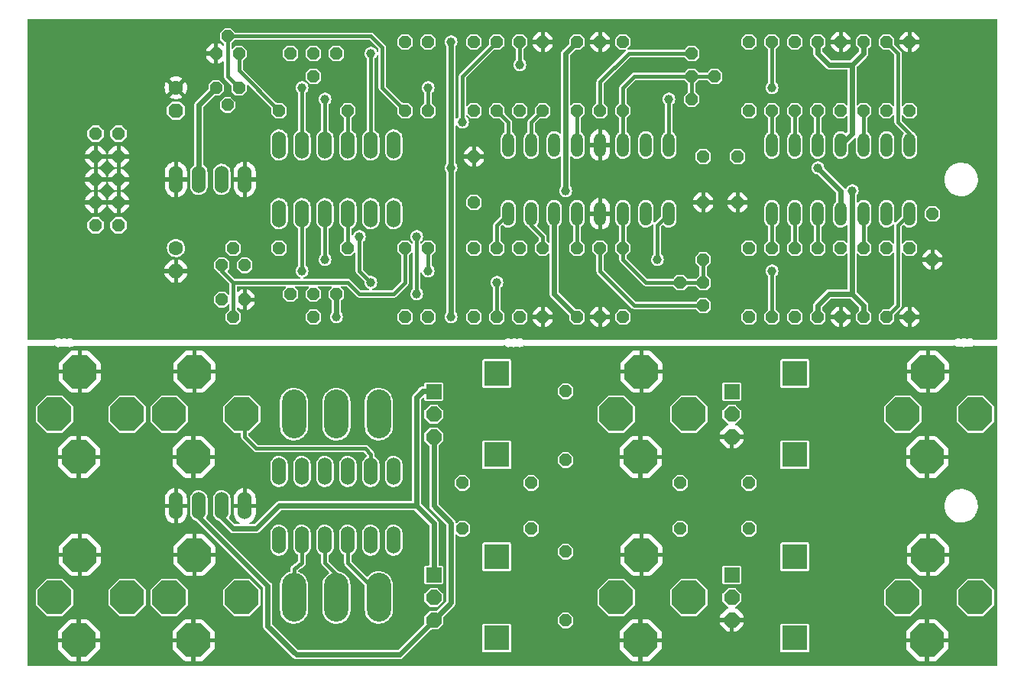
<source format=gbr>
%TF.GenerationSoftware,KiCad,Pcbnew,(6.0.7)*%
%TF.CreationDate,2022-08-19T14:07:05+02:00*%
%TF.ProjectId,ioboard,696f626f-6172-4642-9e6b-696361645f70,rev?*%
%TF.SameCoordinates,Original*%
%TF.FileFunction,Copper,L1,Top*%
%TF.FilePolarity,Positive*%
%FSLAX46Y46*%
G04 Gerber Fmt 4.6, Leading zero omitted, Abs format (unit mm)*
G04 Created by KiCad (PCBNEW (6.0.7)) date 2022-08-19 14:07:05*
%MOMM*%
%LPD*%
G01*
G04 APERTURE LIST*
G04 Aperture macros list*
%AMOutline5P*
0 Free polygon, 5 corners , with rotation*
0 The origin of the aperture is its center*
0 number of corners: always 5*
0 $1 to $10 corner X, Y*
0 $11 Rotation angle, in degrees counterclockwise*
0 create outline with 5 corners*
4,1,5,$1,$2,$3,$4,$5,$6,$7,$8,$9,$10,$1,$2,$11*%
%AMOutline6P*
0 Free polygon, 6 corners , with rotation*
0 The origin of the aperture is its center*
0 number of corners: always 6*
0 $1 to $12 corner X, Y*
0 $13 Rotation angle, in degrees counterclockwise*
0 create outline with 6 corners*
4,1,6,$1,$2,$3,$4,$5,$6,$7,$8,$9,$10,$11,$12,$1,$2,$13*%
%AMOutline7P*
0 Free polygon, 7 corners , with rotation*
0 The origin of the aperture is its center*
0 number of corners: always 7*
0 $1 to $14 corner X, Y*
0 $15 Rotation angle, in degrees counterclockwise*
0 create outline with 7 corners*
4,1,7,$1,$2,$3,$4,$5,$6,$7,$8,$9,$10,$11,$12,$13,$14,$1,$2,$15*%
%AMOutline8P*
0 Free polygon, 8 corners , with rotation*
0 The origin of the aperture is its center*
0 number of corners: always 8*
0 $1 to $16 corner X, Y*
0 $17 Rotation angle, in degrees counterclockwise*
0 create outline with 8 corners*
4,1,8,$1,$2,$3,$4,$5,$6,$7,$8,$9,$10,$11,$12,$13,$14,$15,$16,$1,$2,$17*%
G04 Aperture macros list end*
%TA.AperFunction,ComponentPad*%
%ADD10Outline8P,-0.660400X0.273547X-0.273547X0.660400X0.273547X0.660400X0.660400X0.273547X0.660400X-0.273547X0.273547X-0.660400X-0.273547X-0.660400X-0.660400X-0.273547X270.000000*%
%TD*%
%TA.AperFunction,ComponentPad*%
%ADD11O,1.320800X2.641600*%
%TD*%
%TA.AperFunction,ComponentPad*%
%ADD12Outline8P,-0.660400X0.273547X-0.273547X0.660400X0.273547X0.660400X0.660400X0.273547X0.660400X-0.273547X0.273547X-0.660400X-0.273547X-0.660400X-0.660400X-0.273547X180.000000*%
%TD*%
%TA.AperFunction,ComponentPad*%
%ADD13Outline8P,-0.660400X0.273547X-0.273547X0.660400X0.273547X0.660400X0.660400X0.273547X0.660400X-0.273547X0.273547X-0.660400X-0.273547X-0.660400X-0.660400X-0.273547X0.000000*%
%TD*%
%TA.AperFunction,ComponentPad*%
%ADD14Outline8P,-0.660400X0.273547X-0.273547X0.660400X0.273547X0.660400X0.660400X0.273547X0.660400X-0.273547X0.273547X-0.660400X-0.273547X-0.660400X-0.660400X-0.273547X90.000000*%
%TD*%
%TA.AperFunction,ComponentPad*%
%ADD15Outline8P,-1.875000X0.776650X-0.776650X1.875000X0.776650X1.875000X1.875000X0.776650X1.875000X-0.776650X0.776650X-1.875000X-0.776650X-1.875000X-1.875000X-0.776650X270.000000*%
%TD*%
%TA.AperFunction,ComponentPad*%
%ADD16Outline8P,-1.875000X0.776650X-0.776650X1.875000X0.776650X1.875000X1.875000X0.776650X1.875000X-0.776650X0.776650X-1.875000X-0.776650X-1.875000X-1.875000X-0.776650X0.000000*%
%TD*%
%TA.AperFunction,ComponentPad*%
%ADD17R,2.800000X2.800000*%
%TD*%
%TA.AperFunction,ComponentPad*%
%ADD18Outline8P,-0.838200X0.347194X-0.347194X0.838200X0.347194X0.838200X0.838200X0.347194X0.838200X-0.347194X0.347194X-0.838200X-0.347194X-0.838200X-0.838200X-0.347194X180.000000*%
%TD*%
%TA.AperFunction,ComponentPad*%
%ADD19R,1.676400X1.676400*%
%TD*%
%TA.AperFunction,ComponentPad*%
%ADD20O,2.705100X5.410200*%
%TD*%
%TA.AperFunction,ComponentPad*%
%ADD21C,1.600200*%
%TD*%
%TA.AperFunction,ComponentPad*%
%ADD22Outline8P,-0.800100X0.331412X-0.331412X0.800100X0.331412X0.800100X0.800100X0.331412X0.800100X-0.331412X0.331412X-0.800100X-0.331412X-0.800100X-0.800100X-0.331412X270.000000*%
%TD*%
%TA.AperFunction,ComponentPad*%
%ADD23Outline8P,-0.711200X0.294589X-0.294589X0.711200X0.294589X0.711200X0.711200X0.294589X0.711200X-0.294589X0.294589X-0.711200X-0.294589X-0.711200X-0.711200X-0.294589X90.000000*%
%TD*%
%TA.AperFunction,ComponentPad*%
%ADD24O,1.524000X3.048000*%
%TD*%
%TA.AperFunction,ViaPad*%
%ADD25C,1.006400*%
%TD*%
%TA.AperFunction,Conductor*%
%ADD26C,0.406400*%
%TD*%
%TA.AperFunction,Conductor*%
%ADD27C,0.609600*%
%TD*%
G04 APERTURE END LIST*
D10*
%TO.P,C1,2*%
%TO.N,GND*%
X173266100Y-89446100D03*
%TO.P,C1,1*%
%TO.N,-12V*%
X173266100Y-84366100D03*
%TD*%
%TO.P,C2,2*%
%TO.N,GND*%
X194856100Y-95796100D03*
%TO.P,C2,1*%
%TO.N,+12V*%
X194856100Y-90716100D03*
%TD*%
D11*
%TO.P,IC1,14*%
%TO.N,N$29*%
X192316100Y-90716100D03*
%TO.P,IC1,13*%
%TO.N,CV2_M*%
X189776100Y-90716100D03*
%TO.P,IC1,12*%
%TO.N,N$30*%
X187236100Y-90716100D03*
%TO.P,IC1,11*%
%TO.N,-12V*%
X184696100Y-90716100D03*
%TO.P,IC1,10*%
%TO.N,N$38*%
X182156100Y-90716100D03*
%TO.P,IC1,9*%
%TO.N,N$36*%
X179616100Y-90716100D03*
%TO.P,IC1,5*%
%TO.N,N$11*%
X182156100Y-83096100D03*
%TO.P,IC1,6*%
%TO.N,N$19*%
X179616100Y-83096100D03*
%TO.P,IC1,4*%
%TO.N,+12V*%
X184696100Y-83096100D03*
%TO.P,IC1,3*%
%TO.N,N$10*%
X187236100Y-83096100D03*
%TO.P,IC1,8*%
%TO.N,N$37*%
X177076100Y-90716100D03*
%TO.P,IC1,7*%
%TO.N,N$20*%
X177076100Y-83096100D03*
%TO.P,IC1,2*%
%TO.N,CV1_M*%
X189776100Y-83096100D03*
%TO.P,IC1,1*%
%TO.N,N$9*%
X192316100Y-83096100D03*
%TD*%
%TO.P,IC2,16*%
%TO.N,SWB2_M*%
X165646100Y-90716100D03*
%TO.P,IC2,15*%
%TO.N,N/C*%
X163106100Y-90716100D03*
%TO.P,IC2,14*%
%TO.N,N$23*%
X160566100Y-90716100D03*
%TO.P,IC2,13*%
%TO.N,GND*%
X158026100Y-90716100D03*
%TO.P,IC2,12*%
%TO.N,N$24*%
X155486100Y-90716100D03*
%TO.P,IC2,11*%
%TO.N,+12V*%
X152946100Y-90716100D03*
%TO.P,IC2,10*%
%TO.N,N$24*%
X150406100Y-90716100D03*
%TO.P,IC2,9*%
%TO.N,N$27*%
X147866100Y-90716100D03*
%TO.P,IC2,8*%
%TO.N,N$7*%
X147866100Y-83096100D03*
%TO.P,IC2,7*%
%TO.N,N$4*%
X150406100Y-83096100D03*
%TO.P,IC2,6*%
%TO.N,-12V*%
X152946100Y-83096100D03*
%TO.P,IC2,5*%
%TO.N,N$4*%
X155486100Y-83096100D03*
%TO.P,IC2,4*%
%TO.N,GND*%
X158026100Y-83096100D03*
%TO.P,IC2,3*%
%TO.N,N$3*%
X160566100Y-83096100D03*
%TO.P,IC2,2*%
%TO.N,N/C*%
X163106100Y-83096100D03*
%TO.P,IC2,1*%
%TO.N,SWB1_M*%
X165646100Y-83096100D03*
%TD*%
D12*
%TO.P,Q1,3*%
%TO.N,N$15*%
X118021100Y-76746100D03*
%TO.P,Q1,2*%
%TO.N,N$9*%
X116751100Y-78651100D03*
%TO.P,Q1,1*%
%TO.N,+12V*%
X115481100Y-76746100D03*
%TD*%
D13*
%TO.P,Q2,3*%
%TO.N,GND*%
X115481100Y-72936100D03*
%TO.P,Q2,2*%
%TO.N,N$15*%
X116751100Y-71031100D03*
%TO.P,Q2,1*%
%TO.N,N$17*%
X118021100Y-72936100D03*
%TD*%
D14*
%TO.P,R10,2*%
%TO.N,GND*%
X151676100Y-71666100D03*
%TO.P,R10,1*%
%TO.N,N$4*%
X151676100Y-79286100D03*
%TD*%
%TO.P,R11,2*%
%TO.N,AO1_M*%
X146596100Y-71666100D03*
%TO.P,R11,1*%
%TO.N,N$7*%
X146596100Y-79286100D03*
%TD*%
D10*
%TO.P,R12,2*%
%TO.N,N$7*%
X144056100Y-79286100D03*
%TO.P,R12,1*%
%TO.N,-12V*%
X144056100Y-71666100D03*
%TD*%
D14*
%TO.P,R13,2*%
%TO.N,N$9*%
X189776100Y-71666100D03*
%TO.P,R13,1*%
%TO.N,CV1_M*%
X189776100Y-79286100D03*
%TD*%
D10*
%TO.P,R14,2*%
%TO.N,N$10*%
X187236100Y-79286100D03*
%TO.P,R14,1*%
%TO.N,+12V*%
X187236100Y-71666100D03*
%TD*%
D14*
%TO.P,R15,2*%
%TO.N,GND*%
X192316100Y-71666100D03*
%TO.P,R15,1*%
%TO.N,N$10*%
X192316100Y-79286100D03*
%TD*%
D10*
%TO.P,R16,2*%
%TO.N,CV1_IO*%
X154216100Y-118021100D03*
%TO.P,R16,1*%
%TO.N,N$12*%
X154216100Y-110401100D03*
%TD*%
D13*
%TO.P,R17,2*%
%TO.N,CV1_IO*%
X150406100Y-120561100D03*
%TO.P,R17,1*%
%TO.N,N$8*%
X142786100Y-120561100D03*
%TD*%
D12*
%TO.P,R18,2*%
%TO.N,CV1_IO*%
X166916100Y-120561100D03*
%TO.P,R18,1*%
%TO.N,IO_CV1*%
X174536100Y-120561100D03*
%TD*%
D10*
%TO.P,R19,2*%
%TO.N,N$15*%
X136436100Y-79286100D03*
%TO.P,R19,1*%
%TO.N,-12V*%
X136436100Y-71666100D03*
%TD*%
D13*
%TO.P,R2,S@1*%
%TO.N,N/C*%
X126276100Y-72936100D03*
%TO.P,R2,S*%
%TO.N,N$1*%
X126276100Y-75476100D03*
%TO.P,R2,E*%
%TO.N,+12V*%
X123736100Y-72936100D03*
%TO.P,R2,A*%
%TO.N,-12V*%
X128816100Y-72936100D03*
%TD*%
D12*
%TO.P,R20,2*%
%TO.N,N$17*%
X122466100Y-79286100D03*
%TO.P,R20,1*%
%TO.N,SWA1_M*%
X130086100Y-79286100D03*
%TD*%
D10*
%TO.P,R21,2*%
%TO.N,N$19*%
X179616100Y-79286100D03*
%TO.P,R21,1*%
%TO.N,N$9*%
X179616100Y-71666100D03*
%TD*%
%TO.P,R22,2*%
%TO.N,N$20*%
X174536100Y-79286100D03*
%TO.P,R22,1*%
%TO.N,N$19*%
X174536100Y-71666100D03*
%TD*%
%TO.P,R23,2*%
%TO.N,N$11*%
X182156100Y-79286100D03*
%TO.P,R23,1*%
%TO.N,+12V*%
X182156100Y-71666100D03*
%TD*%
D14*
%TO.P,R24,2*%
%TO.N,GND*%
X184696100Y-71666100D03*
%TO.P,R24,1*%
%TO.N,N$11*%
X184696100Y-79286100D03*
%TD*%
D10*
%TO.P,R25,2*%
%TO.N,N$20*%
X177076100Y-79286100D03*
%TO.P,R25,1*%
%TO.N,SWC1_M*%
X177076100Y-71666100D03*
%TD*%
%TO.P,R26,2*%
%TO.N,SWC1_M*%
X138976100Y-79286100D03*
%TO.P,R26,1*%
%TO.N,-12V*%
X138976100Y-71666100D03*
%TD*%
D14*
%TO.P,R3,S@1*%
%TO.N,N/C*%
X168186100Y-75476100D03*
%TO.P,R3,S*%
%TO.N,N$3*%
X170726100Y-75476100D03*
%TO.P,R3,E*%
X168186100Y-78016100D03*
%TO.P,R3,A*%
%TO.N,N$2*%
X168186100Y-72936100D03*
%TD*%
D10*
%TO.P,R6,2*%
%TO.N,N$4*%
X149136100Y-79286100D03*
%TO.P,R6,1*%
%TO.N,N$1*%
X149136100Y-71666100D03*
%TD*%
%TO.P,R7,2*%
%TO.N,N$2*%
X158026100Y-79286100D03*
%TO.P,R7,1*%
%TO.N,GND*%
X158026100Y-71666100D03*
%TD*%
%TO.P,R8,2*%
%TO.N,N$3*%
X160566100Y-79286100D03*
%TO.P,R8,1*%
%TO.N,AI1_M*%
X160566100Y-71666100D03*
%TD*%
%TO.P,R9,2*%
%TO.N,N$4*%
X155486100Y-79286100D03*
%TO.P,R9,1*%
%TO.N,+12V*%
X155486100Y-71666100D03*
%TD*%
D13*
%TO.P,R1,S@1*%
%TO.N,N/C*%
X126276100Y-99606100D03*
%TO.P,R1,S*%
%TO.N,N$16*%
X126276100Y-102146100D03*
%TO.P,R1,E*%
%TO.N,+12V*%
X123736100Y-99606100D03*
%TO.P,R1,A*%
%TO.N,-12V*%
X128816100Y-99606100D03*
%TD*%
D10*
%TO.P,R4,S@1*%
%TO.N,N/C*%
X169456100Y-98336100D03*
%TO.P,R4,S*%
%TO.N,N$23*%
X166916100Y-98336100D03*
%TO.P,R4,E*%
X169456100Y-95796100D03*
%TO.P,R4,A*%
%TO.N,N$5*%
X169456100Y-100876100D03*
%TD*%
D14*
%TO.P,R5,2*%
%TO.N,N$24*%
X149136100Y-94526100D03*
%TO.P,R5,1*%
%TO.N,N$16*%
X149136100Y-102146100D03*
%TD*%
%TO.P,R27,2*%
%TO.N,N$5*%
X158026100Y-94526100D03*
%TO.P,R27,1*%
%TO.N,GND*%
X158026100Y-102146100D03*
%TD*%
%TO.P,R28,2*%
%TO.N,N$23*%
X160566100Y-94526100D03*
%TO.P,R28,1*%
%TO.N,AI2_M*%
X160566100Y-102146100D03*
%TD*%
%TO.P,R29,2*%
%TO.N,N$24*%
X155486100Y-94526100D03*
%TO.P,R29,1*%
%TO.N,+12V*%
X155486100Y-102146100D03*
%TD*%
D10*
%TO.P,R30,2*%
%TO.N,GND*%
X151676100Y-102146100D03*
%TO.P,R30,1*%
%TO.N,N$24*%
X151676100Y-94526100D03*
%TD*%
%TO.P,R31,2*%
%TO.N,AO2_M*%
X146596100Y-102146100D03*
%TO.P,R31,1*%
%TO.N,N$27*%
X146596100Y-94526100D03*
%TD*%
D14*
%TO.P,R32,2*%
%TO.N,N$27*%
X144056100Y-94526100D03*
%TO.P,R32,1*%
%TO.N,-12V*%
X144056100Y-102146100D03*
%TD*%
D10*
%TO.P,R33,2*%
%TO.N,N$29*%
X189776100Y-102146100D03*
%TO.P,R33,1*%
%TO.N,CV2_M*%
X189776100Y-94526100D03*
%TD*%
D14*
%TO.P,R34,2*%
%TO.N,N$30*%
X187236100Y-94526100D03*
%TO.P,R34,1*%
%TO.N,+12V*%
X187236100Y-102146100D03*
%TD*%
D10*
%TO.P,R35,2*%
%TO.N,GND*%
X192316100Y-102146100D03*
%TO.P,R35,1*%
%TO.N,N$30*%
X192316100Y-94526100D03*
%TD*%
D13*
%TO.P,Q3,3*%
%TO.N,N$34*%
X116116100Y-96431100D03*
%TO.P,Q3,2*%
%TO.N,N$29*%
X117386100Y-94526100D03*
%TO.P,Q3,1*%
%TO.N,+12V*%
X118656100Y-96431100D03*
%TD*%
D12*
%TO.P,Q4,3*%
%TO.N,GND*%
X118656100Y-100241100D03*
%TO.P,Q4,2*%
%TO.N,N$34*%
X117386100Y-102146100D03*
%TO.P,Q4,1*%
%TO.N,N$35*%
X116116100Y-100241100D03*
%TD*%
D14*
%TO.P,R39,2*%
%TO.N,N$34*%
X136436100Y-94526100D03*
%TO.P,R39,1*%
%TO.N,-12V*%
X136436100Y-102146100D03*
%TD*%
D12*
%TO.P,R40,2*%
%TO.N,N$35*%
X122466100Y-94526100D03*
%TO.P,R40,1*%
%TO.N,SWA2_M*%
X130086100Y-94526100D03*
%TD*%
D14*
%TO.P,R41,2*%
%TO.N,N$36*%
X179616100Y-94526100D03*
%TO.P,R41,1*%
%TO.N,N$29*%
X179616100Y-102146100D03*
%TD*%
%TO.P,R42,2*%
%TO.N,N$37*%
X174536100Y-94526100D03*
%TO.P,R42,1*%
%TO.N,N$36*%
X174536100Y-102146100D03*
%TD*%
%TO.P,R43,2*%
%TO.N,N$38*%
X182156100Y-94526100D03*
%TO.P,R43,1*%
%TO.N,+12V*%
X182156100Y-102146100D03*
%TD*%
D10*
%TO.P,R44,2*%
%TO.N,GND*%
X184696100Y-102146100D03*
%TO.P,R44,1*%
%TO.N,N$38*%
X184696100Y-94526100D03*
%TD*%
D14*
%TO.P,R45,2*%
%TO.N,N$37*%
X177076100Y-94526100D03*
%TO.P,R45,1*%
%TO.N,SWC2_M*%
X177076100Y-102146100D03*
%TD*%
%TO.P,R46,2*%
%TO.N,SWC2_M*%
X138976100Y-94526100D03*
%TO.P,R46,1*%
%TO.N,-12V*%
X138976100Y-102146100D03*
%TD*%
D15*
%TO.P,CV1_1,TIP*%
%TO.N,N$41*%
X199602100Y-112941100D03*
%TO.P,CV1_1,SWITCH*%
%TO.N,N/C*%
X191556100Y-112941100D03*
D16*
%TO.P,CV1_1,GND2*%
%TO.N,GND*%
X194256100Y-117687100D03*
%TO.P,CV1_1,GND1*%
X194356100Y-108222100D03*
%TD*%
D15*
%TO.P,CV2_1,TIP*%
%TO.N,N$12*%
X167852100Y-112941100D03*
%TO.P,CV2_1,SWITCH*%
%TO.N,N/C*%
X159806100Y-112941100D03*
D16*
%TO.P,CV2_1,GND2*%
%TO.N,GND*%
X162506100Y-117687100D03*
%TO.P,CV2_1,GND1*%
X162606100Y-108222100D03*
%TD*%
D15*
%TO.P,AUDIO_IN_1,TIP*%
%TO.N,AI1_IO*%
X118322100Y-112941100D03*
%TO.P,AUDIO_IN_1,SWITCH*%
%TO.N,N/C*%
X110276100Y-112941100D03*
D16*
%TO.P,AUDIO_IN_1,GND2*%
%TO.N,GND*%
X112976100Y-117687100D03*
%TO.P,AUDIO_IN_1,GND1*%
X113076100Y-108222100D03*
%TD*%
D15*
%TO.P,AUDIO_OUT_1,TIP*%
%TO.N,AO1_IO*%
X105622100Y-112941100D03*
%TO.P,AUDIO_OUT_1,SWITCH*%
%TO.N,N/C*%
X97576100Y-112941100D03*
D16*
%TO.P,AUDIO_OUT_1,GND2*%
%TO.N,GND*%
X100276100Y-117687100D03*
%TO.P,AUDIO_OUT_1,GND1*%
X100376100Y-108222100D03*
%TD*%
D17*
%TO.P,CV_ATTN_1,M2*%
%TO.N,N/C*%
X179616100Y-108441100D03*
%TO.P,CV_ATTN_1,M1*%
X179616100Y-117441100D03*
D18*
%TO.P,CV_ATTN_1,3*%
%TO.N,GND*%
X172616100Y-115441100D03*
%TO.P,CV_ATTN_1,2*%
%TO.N,N$41*%
X172616100Y-112941100D03*
D19*
%TO.P,CV_ATTN_1,1*%
%TO.N,IO_CV1*%
X172616100Y-110441100D03*
%TD*%
D17*
%TO.P,BIAS_1,M2*%
%TO.N,N/C*%
X146596100Y-108441100D03*
%TO.P,BIAS_1,M1*%
X146596100Y-117441100D03*
D18*
%TO.P,BIAS_1,3*%
%TO.N,+12V*%
X139596100Y-115441100D03*
%TO.P,BIAS_1,2*%
%TO.N,N$8*%
X139596100Y-112941100D03*
D19*
%TO.P,BIAS_1,1*%
%TO.N,-12V*%
X139596100Y-110441100D03*
%TD*%
D20*
%TO.P,S1,1*%
%TO.N,SWA1_IO*%
X133515100Y-112941100D03*
%TO.P,S1,2*%
%TO.N,SWB1_IO*%
X128816100Y-112941100D03*
%TO.P,S1,3*%
%TO.N,SWC1_IO*%
X124117100Y-112941100D03*
%TD*%
D21*
%TO.P,C6,+*%
%TO.N,GND*%
X111036100Y-76746100D03*
D22*
%TO.P,C6,-*%
%TO.N,-12V*%
X111036100Y-79286100D03*
%TD*%
D21*
%TO.P,C7,+*%
%TO.N,+12V*%
X111036100Y-94526100D03*
D22*
%TO.P,C7,-*%
%TO.N,GND*%
X111036100Y-97066100D03*
%TD*%
D23*
%TO.P,PWR0,10*%
%TO.N,-12V*%
X102146100Y-81826100D03*
%TO.P,PWR0,9*%
X104686100Y-81826100D03*
%TO.P,PWR0,8*%
%TO.N,GND*%
X102146100Y-84366100D03*
%TO.P,PWR0,7*%
X104686100Y-84366100D03*
%TO.P,PWR0,6*%
X102146100Y-86906100D03*
%TO.P,PWR0,5*%
X104686100Y-86906100D03*
%TO.P,PWR0,4*%
X102146100Y-89446100D03*
%TO.P,PWR0,3*%
X104686100Y-89446100D03*
%TO.P,PWR0,2*%
%TO.N,+12V*%
X102146100Y-91986100D03*
%TO.P,PWR0,1*%
X104686100Y-91986100D03*
%TD*%
D14*
%TO.P,C3,2*%
%TO.N,GND*%
X144056100Y-84366100D03*
%TO.P,C3,1*%
%TO.N,+12V*%
X144056100Y-89446100D03*
%TD*%
D10*
%TO.P,C4,2*%
%TO.N,GND*%
X169456100Y-89446100D03*
%TO.P,C4,1*%
%TO.N,-12V*%
X169456100Y-84366100D03*
%TD*%
D14*
%TO.P,R36,2*%
%TO.N,CV2_IO*%
X154216100Y-128181100D03*
%TO.P,R36,1*%
%TO.N,N$48*%
X154216100Y-135801100D03*
%TD*%
D13*
%TO.P,R37,2*%
%TO.N,CV2_IO*%
X150406100Y-125641100D03*
%TO.P,R37,1*%
%TO.N,N$47*%
X142786100Y-125641100D03*
%TD*%
D12*
%TO.P,R38,2*%
%TO.N,CV2_IO*%
X166916100Y-125641100D03*
%TO.P,R38,1*%
%TO.N,IO_CV2*%
X174536100Y-125641100D03*
%TD*%
D15*
%TO.P,CV1_2,TIP*%
%TO.N,N$46*%
X199602100Y-133261100D03*
%TO.P,CV1_2,SWITCH*%
%TO.N,N/C*%
X191556100Y-133261100D03*
D16*
%TO.P,CV1_2,GND2*%
%TO.N,GND*%
X194256100Y-138007100D03*
%TO.P,CV1_2,GND1*%
X194356100Y-128542100D03*
%TD*%
D15*
%TO.P,CV2_2,TIP*%
%TO.N,N$48*%
X167852100Y-133261100D03*
%TO.P,CV2_2,SWITCH*%
%TO.N,N/C*%
X159806100Y-133261100D03*
D16*
%TO.P,CV2_2,GND2*%
%TO.N,GND*%
X162506100Y-138007100D03*
%TO.P,CV2_2,GND1*%
X162606100Y-128542100D03*
%TD*%
D15*
%TO.P,AUDIO_IN_2,TIP*%
%TO.N,AI2_IO*%
X118322100Y-133261100D03*
%TO.P,AUDIO_IN_2,SWITCH*%
%TO.N,N/C*%
X110276100Y-133261100D03*
D16*
%TO.P,AUDIO_IN_2,GND2*%
%TO.N,GND*%
X112976100Y-138007100D03*
%TO.P,AUDIO_IN_2,GND1*%
X113076100Y-128542100D03*
%TD*%
D15*
%TO.P,AUDIO_OUT_2,TIP*%
%TO.N,AO2_IO*%
X105622100Y-133261100D03*
%TO.P,AUDIO_OUT_2,SWITCH*%
%TO.N,N/C*%
X97576100Y-133261100D03*
D16*
%TO.P,AUDIO_OUT_2,GND2*%
%TO.N,GND*%
X100276100Y-138007100D03*
%TO.P,AUDIO_OUT_2,GND1*%
X100376100Y-128542100D03*
%TD*%
D17*
%TO.P,CV_ATTN_2,M2*%
%TO.N,N/C*%
X179616100Y-128761100D03*
%TO.P,CV_ATTN_2,M1*%
X179616100Y-137761100D03*
D18*
%TO.P,CV_ATTN_2,3*%
%TO.N,GND*%
X172616100Y-135761100D03*
%TO.P,CV_ATTN_2,2*%
%TO.N,N$46*%
X172616100Y-133261100D03*
D19*
%TO.P,CV_ATTN_2,1*%
%TO.N,IO_CV2*%
X172616100Y-130761100D03*
%TD*%
D17*
%TO.P,BIAS_2,M2*%
%TO.N,N/C*%
X146596100Y-128761100D03*
%TO.P,BIAS_2,M1*%
X146596100Y-137761100D03*
D18*
%TO.P,BIAS_2,3*%
%TO.N,+12V*%
X139596100Y-135761100D03*
%TO.P,BIAS_2,2*%
%TO.N,N$47*%
X139596100Y-133261100D03*
D19*
%TO.P,BIAS_2,1*%
%TO.N,-12V*%
X139596100Y-130761100D03*
%TD*%
D20*
%TO.P,S2,1*%
%TO.N,SWA2_IO*%
X133515100Y-133261100D03*
%TO.P,S2,2*%
%TO.N,SWB2_IO*%
X128816100Y-133261100D03*
%TO.P,S2,3*%
%TO.N,SWC2_IO*%
X124117100Y-133261100D03*
%TD*%
D24*
%TO.P,JP1,6*%
%TO.N,AO2_IO*%
X122466100Y-126911100D03*
%TO.P,JP1,5*%
%TO.N,SWC2_IO*%
X125006100Y-126911100D03*
%TO.P,JP1,4*%
%TO.N,SWB2_IO*%
X127546100Y-126911100D03*
%TO.P,JP1,3*%
%TO.N,SWA2_IO*%
X130086100Y-126911100D03*
%TO.P,JP1,2*%
%TO.N,AI2_IO*%
X132626100Y-126911100D03*
%TO.P,JP1,1*%
%TO.N,CV2_IO*%
X135166100Y-126911100D03*
%TD*%
%TO.P,JP2,6*%
%TO.N,AO1_IO*%
X122466100Y-119291100D03*
%TO.P,JP2,5*%
%TO.N,SWC1_IO*%
X125006100Y-119291100D03*
%TO.P,JP2,4*%
%TO.N,SWB1_IO*%
X127546100Y-119291100D03*
%TO.P,JP2,3*%
%TO.N,SWA1_IO*%
X130086100Y-119291100D03*
%TO.P,JP2,2*%
%TO.N,AI1_IO*%
X132626100Y-119291100D03*
%TO.P,JP2,1*%
%TO.N,CV1_IO*%
X135166100Y-119291100D03*
%TD*%
%TO.P,JP3,6*%
%TO.N,CV1_M*%
X135166100Y-83096100D03*
%TO.P,JP3,5*%
%TO.N,AI1_M*%
X132626100Y-83096100D03*
%TO.P,JP3,4*%
%TO.N,SWA1_M*%
X130086100Y-83096100D03*
%TO.P,JP3,3*%
%TO.N,SWB1_M*%
X127546100Y-83096100D03*
%TO.P,JP3,2*%
%TO.N,SWC1_M*%
X125006100Y-83096100D03*
%TO.P,JP3,1*%
%TO.N,AO1_M*%
X122466100Y-83096100D03*
%TD*%
%TO.P,JP4,6*%
%TO.N,CV2_M*%
X135166100Y-90716100D03*
%TO.P,JP4,5*%
%TO.N,AI2_M*%
X132626100Y-90716100D03*
%TO.P,JP4,4*%
%TO.N,SWA2_M*%
X130086100Y-90716100D03*
%TO.P,JP4,3*%
%TO.N,SWB2_M*%
X127546100Y-90716100D03*
%TO.P,JP4,2*%
%TO.N,SWC2_M*%
X125006100Y-90716100D03*
%TO.P,JP4,1*%
%TO.N,AO2_M*%
X122466100Y-90716100D03*
%TD*%
%TO.P,JP5,4*%
%TO.N,GND*%
X118656100Y-123101100D03*
%TO.P,JP5,3*%
%TO.N,-12V*%
X116116100Y-123101100D03*
%TO.P,JP5,2*%
%TO.N,+12V*%
X113576100Y-123101100D03*
%TO.P,JP5,1*%
%TO.N,GND*%
X111036100Y-123101100D03*
%TD*%
%TO.P,JP6,4*%
%TO.N,GND*%
X111036100Y-86906100D03*
%TO.P,JP6,3*%
%TO.N,+12V*%
X113576100Y-86906100D03*
%TO.P,JP6,2*%
%TO.N,-12V*%
X116116100Y-86906100D03*
%TO.P,JP6,1*%
%TO.N,GND*%
X118656100Y-86906100D03*
%TD*%
D25*
%TO.N,AI2_M*%
X137706100Y-93256100D03*
X137706100Y-99606100D03*
%TO.N,AO2_M*%
X146596100Y-98336100D03*
X132626100Y-98336100D03*
X131356100Y-93256100D03*
%TO.N,AO1_M*%
X142786100Y-80556100D03*
%TO.N,SWB2_M*%
X127546100Y-95796100D03*
X164376100Y-95796100D03*
%TO.N,SWC2_M*%
X177076100Y-97066100D03*
X125006100Y-97066100D03*
X138976100Y-97066100D03*
%TO.N,SWC1_M*%
X177076100Y-76746100D03*
X138976100Y-76746100D03*
X125006100Y-76746100D03*
%TO.N,SWB1_M*%
X165646100Y-78016100D03*
X127546100Y-78016100D03*
%TO.N,AI1_M*%
X132626100Y-72936100D03*
%TO.N,GND*%
X133896100Y-94526100D03*
X133896100Y-79286100D03*
X138976100Y-81826100D03*
X139611100Y-91986100D03*
%TO.N,N$1*%
X149136100Y-74206100D03*
%TO.N,-12V*%
X141516100Y-71666100D03*
X128816100Y-102146100D03*
X141516100Y-85636100D03*
X141516100Y-102146100D03*
X182156100Y-85636100D03*
%TO.N,+12V*%
X154216100Y-88176100D03*
X185966100Y-88176100D03*
%TD*%
D26*
%TO.N,N$5*%
X161836100Y-100876100D02*
X169456100Y-100876100D01*
X158026100Y-97066100D02*
X161836100Y-100876100D01*
X158026100Y-94526100D02*
X158026100Y-97066100D01*
%TO.N,N$2*%
X161201100Y-72936100D02*
X168186100Y-72936100D01*
X158026100Y-76111100D02*
X161201100Y-72936100D01*
X158026100Y-79286100D02*
X158026100Y-76111100D01*
%TO.N,AI2_M*%
X137706100Y-93256100D02*
X137706100Y-99606100D01*
%TO.N,AI1_IO*%
X132626100Y-117386100D02*
X132626100Y-119291100D01*
X131991100Y-116751100D02*
X132626100Y-117386100D01*
X119926100Y-116751100D02*
X131991100Y-116751100D01*
X118656100Y-115481100D02*
X119926100Y-116751100D01*
X118656100Y-112941100D02*
X118656100Y-115481100D01*
X118322100Y-112941100D02*
X118656100Y-112941100D01*
%TO.N,AO2_M*%
X146596100Y-98336100D02*
X146596100Y-102146100D01*
X131356100Y-97066100D02*
X132626100Y-98336100D01*
X131356100Y-93256100D02*
X131356100Y-97066100D01*
%TO.N,AO1_M*%
X142786100Y-75476100D02*
X146596100Y-71666100D01*
X142786100Y-80556100D02*
X142786100Y-75476100D01*
%TO.N,SWC2_IO*%
X124117100Y-130086100D02*
X124117100Y-133261100D01*
X125006100Y-129451100D02*
X124117100Y-130086100D01*
X125006100Y-126911100D02*
X125006100Y-129451100D01*
%TO.N,SWA2_IO*%
X130086100Y-129451100D02*
X130086100Y-126911100D01*
X133261100Y-132626100D02*
X130086100Y-129451100D01*
X133261100Y-133261100D02*
X133261100Y-132626100D01*
X133515100Y-133261100D02*
X133261100Y-133261100D01*
%TO.N,SWB2_IO*%
X127546100Y-129451100D02*
X127546100Y-126911100D01*
X128816100Y-130721100D02*
X127546100Y-129451100D01*
X128816100Y-133261100D02*
X128816100Y-130721100D01*
%TO.N,SWB2_M*%
X164376100Y-91986100D02*
X165646100Y-90716100D01*
X164376100Y-95796100D02*
X164376100Y-91986100D01*
X127546100Y-90716100D02*
X127546100Y-95796100D01*
%TO.N,SWC2_M*%
X125006100Y-90716100D02*
X125006100Y-97066100D01*
X138976100Y-97066100D02*
X138976100Y-94526100D01*
X177076100Y-102146100D02*
X177076100Y-97066100D01*
%TO.N,SWA2_M*%
X130086100Y-90716100D02*
X130086100Y-94526100D01*
%TO.N,N$38*%
X182156100Y-90716100D02*
X182156100Y-94526100D01*
%TO.N,N$37*%
X177076100Y-90716100D02*
X177076100Y-94526100D01*
%TO.N,N$36*%
X179616100Y-90716100D02*
X179616100Y-94526100D01*
%TO.N,N$34*%
X130086100Y-98336100D02*
X117386100Y-98336100D01*
X131356100Y-99606100D02*
X130086100Y-98336100D01*
X135166100Y-99606100D02*
X131356100Y-99606100D01*
X136436100Y-98336100D02*
X135166100Y-99606100D01*
X136436100Y-94526100D02*
X136436100Y-98336100D01*
X117386100Y-98336100D02*
X117386100Y-102146100D01*
X116116100Y-97066100D02*
X117386100Y-98336100D01*
X116116100Y-96431100D02*
X116116100Y-97066100D01*
%TO.N,N$30*%
X187236100Y-90716100D02*
X187236100Y-94526100D01*
%TO.N,N$29*%
X191046100Y-100876100D02*
X189776100Y-102146100D01*
X191046100Y-91986100D02*
X191046100Y-100876100D01*
X192316100Y-90716100D02*
X191046100Y-91986100D01*
%TO.N,N$27*%
X146596100Y-91986100D02*
X146596100Y-94526100D01*
X147866100Y-90716100D02*
X146596100Y-91986100D01*
%TO.N,N$24*%
X155486100Y-90716100D02*
X155486100Y-94526100D01*
X151676100Y-93256100D02*
X151676100Y-94526100D01*
X150406100Y-91986100D02*
X151676100Y-93256100D01*
X150406100Y-90716100D02*
X150406100Y-91986100D01*
%TO.N,N$23*%
X169456100Y-98336100D02*
X169456100Y-95796100D01*
X163106100Y-98336100D02*
X169456100Y-98336100D01*
X160566100Y-95796100D02*
X163106100Y-98336100D01*
X160566100Y-94526100D02*
X160566100Y-95796100D01*
X160566100Y-90716100D02*
X160566100Y-94526100D01*
%TO.N,SWC1_M*%
X125006100Y-76746100D02*
X125006100Y-83096100D01*
X138976100Y-79286100D02*
X138976100Y-76746100D01*
X177076100Y-71666100D02*
X177076100Y-76746100D01*
%TO.N,SWA1_M*%
X130086100Y-79286100D02*
X130086100Y-83096100D01*
%TO.N,N$11*%
X182156100Y-83096100D02*
X182156100Y-79286100D01*
%TO.N,N$20*%
X177076100Y-79286100D02*
X177076100Y-83096100D01*
%TO.N,N$19*%
X179616100Y-79286100D02*
X179616100Y-83096100D01*
%TO.N,N$17*%
X118021100Y-74841100D02*
X122466100Y-79286100D01*
X118021100Y-72936100D02*
X118021100Y-74841100D01*
%TO.N,N$15*%
X133896100Y-76746100D02*
X136436100Y-79286100D01*
X133896100Y-72301100D02*
X133896100Y-76746100D01*
X132626100Y-71031100D02*
X133896100Y-72301100D01*
X116751100Y-71031100D02*
X132626100Y-71031100D01*
X116751100Y-75476100D02*
X116751100Y-71031100D01*
X118021100Y-76746100D02*
X116751100Y-75476100D01*
%TO.N,N$10*%
X187236100Y-83096100D02*
X187236100Y-79286100D01*
%TO.N,N$9*%
X192316100Y-81826100D02*
X192316100Y-83096100D01*
X191046100Y-80556100D02*
X192316100Y-81826100D01*
X191046100Y-72936100D02*
X191046100Y-80556100D01*
X189776100Y-71666100D02*
X191046100Y-72936100D01*
%TO.N,N$7*%
X147866100Y-80556100D02*
X147866100Y-83096100D01*
X146596100Y-79286100D02*
X147866100Y-80556100D01*
%TO.N,SWB1_M*%
X127546100Y-78016100D02*
X127546100Y-83096100D01*
X165646100Y-83096100D02*
X165646100Y-78016100D01*
%TO.N,AI1_M*%
X132626100Y-72936100D02*
X132626100Y-83096100D01*
%TO.N,N$4*%
X155486100Y-79286100D02*
X155486100Y-83096100D01*
X150406100Y-80556100D02*
X151676100Y-79286100D01*
X150406100Y-83096100D02*
X150406100Y-80556100D01*
%TO.N,N$3*%
X168186100Y-75476100D02*
X168186100Y-78016100D01*
X170726100Y-75476100D02*
X168186100Y-75476100D01*
X161836100Y-75476100D02*
X170726100Y-75476100D01*
X160566100Y-76746100D02*
X161836100Y-75476100D01*
X160566100Y-79286100D02*
X160566100Y-76746100D01*
X160566100Y-79286100D02*
X160566100Y-83096100D01*
%TO.N,N$1*%
X149136100Y-71666100D02*
X149136100Y-74206100D01*
D27*
%TO.N,-12V*%
X137706100Y-111076100D02*
X137706100Y-123101100D01*
X138341100Y-110441100D02*
X137706100Y-111076100D01*
X138341100Y-110401100D02*
X138341100Y-110441100D01*
X139596100Y-110441100D02*
X138341100Y-110401100D01*
X139596100Y-130721100D02*
X139596100Y-130761100D01*
X139611100Y-128816100D02*
X139596100Y-130721100D01*
X139611100Y-125006100D02*
X139611100Y-128816100D01*
X137706100Y-123101100D02*
X139611100Y-125006100D01*
X122466100Y-123101100D02*
X137706100Y-123101100D01*
X119926100Y-125641100D02*
X122466100Y-123101100D01*
X117386100Y-125641100D02*
X119926100Y-125641100D01*
X116116100Y-124371100D02*
X117386100Y-125641100D01*
X116116100Y-123101100D02*
X116116100Y-124371100D01*
X141516100Y-85636100D02*
X141516100Y-71666100D01*
X141516100Y-102146100D02*
X141516100Y-85636100D01*
X128816100Y-99606100D02*
X128816100Y-102146100D01*
X184696100Y-88176100D02*
X184696100Y-90716100D01*
X182156100Y-85636100D02*
X184696100Y-88176100D01*
%TO.N,+12V*%
X139611100Y-135761100D02*
X141516100Y-133856100D01*
X139611100Y-135801100D02*
X139611100Y-135761100D01*
X135801100Y-139611100D02*
X139611100Y-135801100D01*
X124371100Y-139611100D02*
X135801100Y-139611100D01*
X121196100Y-136436100D02*
X124371100Y-139611100D01*
X121196100Y-131991100D02*
X121196100Y-136436100D01*
X113576100Y-124371100D02*
X121196100Y-131991100D01*
X113576100Y-123101100D02*
X113576100Y-124371100D01*
X139596100Y-115481100D02*
X139596100Y-115441100D01*
X139611100Y-123101100D02*
X139596100Y-115481100D01*
X141516100Y-125006100D02*
X139611100Y-123101100D01*
X141516100Y-133856100D02*
X141516100Y-125006100D01*
X139596100Y-135761100D02*
X139611100Y-135761100D01*
X154216100Y-72936100D02*
X155486100Y-71666100D01*
X154216100Y-88176100D02*
X154216100Y-72936100D01*
X183426100Y-74206100D02*
X185966100Y-74206100D01*
X182156100Y-72936100D02*
X183426100Y-74206100D01*
X182156100Y-71666100D02*
X182156100Y-72936100D01*
X185966100Y-81826100D02*
X184696100Y-83096100D01*
X185966100Y-74206100D02*
X185966100Y-81826100D01*
X187236100Y-72936100D02*
X185966100Y-74206100D01*
X187236100Y-71666100D02*
X187236100Y-72936100D01*
X152946100Y-99606100D02*
X155486100Y-102146100D01*
X152946100Y-90716100D02*
X152946100Y-99606100D01*
X185966100Y-99606100D02*
X185966100Y-88176100D01*
X187236100Y-100876100D02*
X187236100Y-102146100D01*
X185966100Y-99606100D02*
X187236100Y-100876100D01*
X183426100Y-99606100D02*
X185966100Y-99606100D01*
X182156100Y-100876100D02*
X183426100Y-99606100D01*
X182156100Y-102146100D02*
X182156100Y-100876100D01*
X113576100Y-78651100D02*
X115481100Y-76746100D01*
X113576100Y-86906100D02*
X113576100Y-78651100D01*
%TD*%
%TA.AperFunction,Conductor*%
%TO.N,GND*%
G36*
X199472938Y-105314526D02*
G01*
X199529059Y-105337772D01*
X199535595Y-105338632D01*
X199535597Y-105338633D01*
X199574165Y-105343710D01*
X199618600Y-105349560D01*
X199618600Y-105348755D01*
X199623672Y-105349423D01*
X199623672Y-105346600D01*
X201943700Y-105346600D01*
X202002831Y-105365813D01*
X202039376Y-105416113D01*
X202044300Y-105447200D01*
X202044300Y-140755000D01*
X202025087Y-140814131D01*
X201974787Y-140850676D01*
X201943700Y-140855600D01*
X94652200Y-140855600D01*
X94593069Y-140836387D01*
X94556524Y-140786087D01*
X94551600Y-140755000D01*
X94551600Y-138822960D01*
X97944699Y-138822960D01*
X97945077Y-138829102D01*
X97952420Y-138888639D01*
X97955871Y-138901709D01*
X98003273Y-139015867D01*
X98010084Y-139027524D01*
X98046599Y-139074176D01*
X98050625Y-139078723D01*
X99204449Y-140232546D01*
X99209065Y-140236627D01*
X99256354Y-140273533D01*
X99268035Y-140280334D01*
X99382277Y-140327538D01*
X99395334Y-140330963D01*
X99454136Y-140338131D01*
X99460210Y-140338500D01*
X100031967Y-140338500D01*
X100044857Y-140334312D01*
X100047900Y-140330123D01*
X100047900Y-140322568D01*
X100504300Y-140322568D01*
X100508488Y-140335458D01*
X100512677Y-140338501D01*
X101091960Y-140338501D01*
X101098102Y-140338123D01*
X101157639Y-140330780D01*
X101170709Y-140327329D01*
X101284867Y-140279927D01*
X101296524Y-140273116D01*
X101343176Y-140236601D01*
X101347723Y-140232575D01*
X102501546Y-139078751D01*
X102505627Y-139074135D01*
X102542533Y-139026846D01*
X102549334Y-139015165D01*
X102596538Y-138900923D01*
X102599963Y-138887866D01*
X102607131Y-138829064D01*
X102607500Y-138822990D01*
X102607500Y-138822960D01*
X110644699Y-138822960D01*
X110645077Y-138829102D01*
X110652420Y-138888639D01*
X110655871Y-138901709D01*
X110703273Y-139015867D01*
X110710084Y-139027524D01*
X110746599Y-139074176D01*
X110750625Y-139078723D01*
X111904449Y-140232546D01*
X111909065Y-140236627D01*
X111956354Y-140273533D01*
X111968035Y-140280334D01*
X112082277Y-140327538D01*
X112095334Y-140330963D01*
X112154136Y-140338131D01*
X112160210Y-140338500D01*
X112731967Y-140338500D01*
X112744857Y-140334312D01*
X112747900Y-140330123D01*
X112747900Y-140322568D01*
X113204300Y-140322568D01*
X113208488Y-140335458D01*
X113212677Y-140338501D01*
X113791960Y-140338501D01*
X113798102Y-140338123D01*
X113857639Y-140330780D01*
X113870709Y-140327329D01*
X113984867Y-140279927D01*
X113996524Y-140273116D01*
X114043176Y-140236601D01*
X114047723Y-140232575D01*
X115201546Y-139078751D01*
X115205627Y-139074135D01*
X115242533Y-139026846D01*
X115249334Y-139015165D01*
X115296538Y-138900923D01*
X115299963Y-138887866D01*
X115307131Y-138829064D01*
X115307500Y-138822990D01*
X115307500Y-138251233D01*
X115303312Y-138238343D01*
X115299123Y-138235300D01*
X113220233Y-138235300D01*
X113207343Y-138239488D01*
X113204300Y-138243677D01*
X113204300Y-140322568D01*
X112747900Y-140322568D01*
X112747900Y-138251233D01*
X112743712Y-138238343D01*
X112739523Y-138235300D01*
X110660632Y-138235300D01*
X110647742Y-138239488D01*
X110644699Y-138243677D01*
X110644699Y-138822960D01*
X102607500Y-138822960D01*
X102607500Y-138251233D01*
X102603312Y-138238343D01*
X102599123Y-138235300D01*
X100520233Y-138235300D01*
X100507343Y-138239488D01*
X100504300Y-138243677D01*
X100504300Y-140322568D01*
X100047900Y-140322568D01*
X100047900Y-138251233D01*
X100043712Y-138238343D01*
X100039523Y-138235300D01*
X97960632Y-138235300D01*
X97947742Y-138239488D01*
X97944699Y-138243677D01*
X97944699Y-138822960D01*
X94551600Y-138822960D01*
X94551600Y-137762967D01*
X97944700Y-137762967D01*
X97948888Y-137775857D01*
X97953077Y-137778900D01*
X100031967Y-137778900D01*
X100044857Y-137774712D01*
X100047900Y-137770523D01*
X100047900Y-137762967D01*
X100504300Y-137762967D01*
X100508488Y-137775857D01*
X100512677Y-137778900D01*
X102591568Y-137778900D01*
X102604458Y-137774712D01*
X102607501Y-137770523D01*
X102607501Y-137762967D01*
X110644700Y-137762967D01*
X110648888Y-137775857D01*
X110653077Y-137778900D01*
X112731967Y-137778900D01*
X112744857Y-137774712D01*
X112747900Y-137770523D01*
X112747900Y-137762967D01*
X113204300Y-137762967D01*
X113208488Y-137775857D01*
X113212677Y-137778900D01*
X115291568Y-137778900D01*
X115304458Y-137774712D01*
X115307501Y-137770523D01*
X115307501Y-137191240D01*
X115307123Y-137185098D01*
X115299780Y-137125561D01*
X115296329Y-137112491D01*
X115248927Y-136998333D01*
X115242116Y-136986676D01*
X115205601Y-136940024D01*
X115201575Y-136935477D01*
X114047751Y-135781654D01*
X114043135Y-135777573D01*
X113995846Y-135740667D01*
X113984165Y-135733866D01*
X113869923Y-135686662D01*
X113856866Y-135683237D01*
X113798064Y-135676069D01*
X113791990Y-135675700D01*
X113220233Y-135675700D01*
X113207343Y-135679888D01*
X113204300Y-135684077D01*
X113204300Y-137762967D01*
X112747900Y-137762967D01*
X112747900Y-135691632D01*
X112743712Y-135678742D01*
X112739523Y-135675699D01*
X112160240Y-135675699D01*
X112154098Y-135676077D01*
X112094561Y-135683420D01*
X112081491Y-135686871D01*
X111967333Y-135734273D01*
X111955676Y-135741084D01*
X111909024Y-135777599D01*
X111904477Y-135781625D01*
X110750654Y-136935449D01*
X110746573Y-136940065D01*
X110709667Y-136987354D01*
X110702866Y-136999035D01*
X110655662Y-137113277D01*
X110652237Y-137126334D01*
X110645069Y-137185136D01*
X110644700Y-137191210D01*
X110644700Y-137762967D01*
X102607501Y-137762967D01*
X102607501Y-137191240D01*
X102607123Y-137185098D01*
X102599780Y-137125561D01*
X102596329Y-137112491D01*
X102548927Y-136998333D01*
X102542116Y-136986676D01*
X102505601Y-136940024D01*
X102501575Y-136935477D01*
X101347751Y-135781654D01*
X101343135Y-135777573D01*
X101295846Y-135740667D01*
X101284165Y-135733866D01*
X101169923Y-135686662D01*
X101156866Y-135683237D01*
X101098064Y-135676069D01*
X101091990Y-135675700D01*
X100520233Y-135675700D01*
X100507343Y-135679888D01*
X100504300Y-135684077D01*
X100504300Y-137762967D01*
X100047900Y-137762967D01*
X100047900Y-135691632D01*
X100043712Y-135678742D01*
X100039523Y-135675699D01*
X99460240Y-135675699D01*
X99454098Y-135676077D01*
X99394561Y-135683420D01*
X99381491Y-135686871D01*
X99267333Y-135734273D01*
X99255676Y-135741084D01*
X99209024Y-135777599D01*
X99204477Y-135781625D01*
X98050654Y-136935449D01*
X98046573Y-136940065D01*
X98009667Y-136987354D01*
X98002866Y-136999035D01*
X97955662Y-137113277D01*
X97952237Y-137126334D01*
X97945069Y-137185136D01*
X97944700Y-137191210D01*
X97944700Y-137762967D01*
X94551600Y-137762967D01*
X94551600Y-134057906D01*
X95497400Y-134057906D01*
X95509357Y-134117565D01*
X95542810Y-134167536D01*
X96669666Y-135294390D01*
X96720305Y-135328120D01*
X96753845Y-135334761D01*
X96774465Y-135338844D01*
X96774467Y-135338844D01*
X96779294Y-135339800D01*
X98372906Y-135339800D01*
X98432565Y-135327843D01*
X98482536Y-135294390D01*
X99609390Y-134167534D01*
X99635247Y-134128715D01*
X99637637Y-134125127D01*
X99637637Y-134125126D01*
X99643120Y-134116895D01*
X99654800Y-134057906D01*
X103543400Y-134057906D01*
X103555357Y-134117565D01*
X103588810Y-134167536D01*
X104715666Y-135294390D01*
X104766305Y-135328120D01*
X104799845Y-135334761D01*
X104820465Y-135338844D01*
X104820467Y-135338844D01*
X104825294Y-135339800D01*
X106418906Y-135339800D01*
X106478565Y-135327843D01*
X106528536Y-135294390D01*
X107655390Y-134167534D01*
X107681247Y-134128715D01*
X107683637Y-134125127D01*
X107683637Y-134125126D01*
X107689120Y-134116895D01*
X107700800Y-134057906D01*
X108197400Y-134057906D01*
X108209357Y-134117565D01*
X108242810Y-134167536D01*
X109369666Y-135294390D01*
X109420305Y-135328120D01*
X109453845Y-135334761D01*
X109474465Y-135338844D01*
X109474467Y-135338844D01*
X109479294Y-135339800D01*
X111072906Y-135339800D01*
X111132565Y-135327843D01*
X111182536Y-135294390D01*
X112309390Y-134167534D01*
X112335247Y-134128715D01*
X112337637Y-134125127D01*
X112337637Y-134125126D01*
X112343120Y-134116895D01*
X112354800Y-134057906D01*
X116243400Y-134057906D01*
X116255357Y-134117565D01*
X116288810Y-134167536D01*
X117415666Y-135294390D01*
X117466305Y-135328120D01*
X117499845Y-135334761D01*
X117520465Y-135338844D01*
X117520467Y-135338844D01*
X117525294Y-135339800D01*
X119118906Y-135339800D01*
X119178565Y-135327843D01*
X119228536Y-135294390D01*
X120355390Y-134167534D01*
X120381247Y-134128715D01*
X120383637Y-134125127D01*
X120383637Y-134125126D01*
X120389120Y-134116895D01*
X120400800Y-134057906D01*
X120400800Y-132464294D01*
X120388843Y-132404635D01*
X120355390Y-132354664D01*
X119228534Y-131227810D01*
X119177895Y-131194080D01*
X119133047Y-131185200D01*
X119123735Y-131183356D01*
X119123733Y-131183356D01*
X119118906Y-131182400D01*
X117525294Y-131182400D01*
X117465635Y-131194357D01*
X117415664Y-131227810D01*
X116288810Y-132354666D01*
X116286050Y-132358810D01*
X116261002Y-132396415D01*
X116255080Y-132405305D01*
X116243400Y-132464294D01*
X116243400Y-134057906D01*
X112354800Y-134057906D01*
X112354800Y-132464294D01*
X112342843Y-132404635D01*
X112309390Y-132354664D01*
X111182534Y-131227810D01*
X111131895Y-131194080D01*
X111087047Y-131185200D01*
X111077735Y-131183356D01*
X111077733Y-131183356D01*
X111072906Y-131182400D01*
X109479294Y-131182400D01*
X109419635Y-131194357D01*
X109369664Y-131227810D01*
X108242810Y-132354666D01*
X108240050Y-132358810D01*
X108215002Y-132396415D01*
X108209080Y-132405305D01*
X108197400Y-132464294D01*
X108197400Y-134057906D01*
X107700800Y-134057906D01*
X107700800Y-132464294D01*
X107688843Y-132404635D01*
X107655390Y-132354664D01*
X106528534Y-131227810D01*
X106477895Y-131194080D01*
X106433047Y-131185200D01*
X106423735Y-131183356D01*
X106423733Y-131183356D01*
X106418906Y-131182400D01*
X104825294Y-131182400D01*
X104765635Y-131194357D01*
X104715664Y-131227810D01*
X103588810Y-132354666D01*
X103586050Y-132358810D01*
X103561002Y-132396415D01*
X103555080Y-132405305D01*
X103543400Y-132464294D01*
X103543400Y-134057906D01*
X99654800Y-134057906D01*
X99654800Y-132464294D01*
X99642843Y-132404635D01*
X99609390Y-132354664D01*
X98482534Y-131227810D01*
X98431895Y-131194080D01*
X98387047Y-131185200D01*
X98377735Y-131183356D01*
X98377733Y-131183356D01*
X98372906Y-131182400D01*
X96779294Y-131182400D01*
X96719635Y-131194357D01*
X96669664Y-131227810D01*
X95542810Y-132354666D01*
X95540050Y-132358810D01*
X95515002Y-132396415D01*
X95509080Y-132405305D01*
X95497400Y-132464294D01*
X95497400Y-134057906D01*
X94551600Y-134057906D01*
X94551600Y-129357960D01*
X98044699Y-129357960D01*
X98045077Y-129364102D01*
X98052420Y-129423639D01*
X98055871Y-129436709D01*
X98103273Y-129550867D01*
X98110084Y-129562524D01*
X98146599Y-129609176D01*
X98150625Y-129613723D01*
X99304449Y-130767546D01*
X99309065Y-130771627D01*
X99356354Y-130808533D01*
X99368035Y-130815334D01*
X99482277Y-130862538D01*
X99495334Y-130865963D01*
X99554136Y-130873131D01*
X99560210Y-130873500D01*
X100131967Y-130873500D01*
X100144857Y-130869312D01*
X100147900Y-130865123D01*
X100147900Y-130857568D01*
X100604300Y-130857568D01*
X100608488Y-130870458D01*
X100612677Y-130873501D01*
X101191960Y-130873501D01*
X101198102Y-130873123D01*
X101257639Y-130865780D01*
X101270709Y-130862329D01*
X101384867Y-130814927D01*
X101396524Y-130808116D01*
X101443176Y-130771601D01*
X101447723Y-130767575D01*
X102601546Y-129613751D01*
X102605627Y-129609135D01*
X102642533Y-129561846D01*
X102649334Y-129550165D01*
X102696538Y-129435923D01*
X102699963Y-129422866D01*
X102707131Y-129364064D01*
X102707500Y-129357990D01*
X102707500Y-129357960D01*
X110744699Y-129357960D01*
X110745077Y-129364102D01*
X110752420Y-129423639D01*
X110755871Y-129436709D01*
X110803273Y-129550867D01*
X110810084Y-129562524D01*
X110846599Y-129609176D01*
X110850625Y-129613723D01*
X112004449Y-130767546D01*
X112009065Y-130771627D01*
X112056354Y-130808533D01*
X112068035Y-130815334D01*
X112182277Y-130862538D01*
X112195334Y-130865963D01*
X112254136Y-130873131D01*
X112260210Y-130873500D01*
X112831967Y-130873500D01*
X112844857Y-130869312D01*
X112847900Y-130865123D01*
X112847900Y-130857568D01*
X113304300Y-130857568D01*
X113308488Y-130870458D01*
X113312677Y-130873501D01*
X113891960Y-130873501D01*
X113898102Y-130873123D01*
X113957639Y-130865780D01*
X113970709Y-130862329D01*
X114084867Y-130814927D01*
X114096524Y-130808116D01*
X114143176Y-130771601D01*
X114147723Y-130767575D01*
X115301546Y-129613751D01*
X115305627Y-129609135D01*
X115342533Y-129561846D01*
X115349334Y-129550165D01*
X115396538Y-129435923D01*
X115399963Y-129422866D01*
X115407131Y-129364064D01*
X115407500Y-129357990D01*
X115407500Y-128786233D01*
X115403312Y-128773343D01*
X115399123Y-128770300D01*
X113320233Y-128770300D01*
X113307343Y-128774488D01*
X113304300Y-128778677D01*
X113304300Y-130857568D01*
X112847900Y-130857568D01*
X112847900Y-128786233D01*
X112843712Y-128773343D01*
X112839523Y-128770300D01*
X110760632Y-128770300D01*
X110747742Y-128774488D01*
X110744699Y-128778677D01*
X110744699Y-129357960D01*
X102707500Y-129357960D01*
X102707500Y-128786233D01*
X102703312Y-128773343D01*
X102699123Y-128770300D01*
X100620233Y-128770300D01*
X100607343Y-128774488D01*
X100604300Y-128778677D01*
X100604300Y-130857568D01*
X100147900Y-130857568D01*
X100147900Y-128786233D01*
X100143712Y-128773343D01*
X100139523Y-128770300D01*
X98060632Y-128770300D01*
X98047742Y-128774488D01*
X98044699Y-128778677D01*
X98044699Y-129357960D01*
X94551600Y-129357960D01*
X94551600Y-128297967D01*
X98044700Y-128297967D01*
X98048888Y-128310857D01*
X98053077Y-128313900D01*
X100131967Y-128313900D01*
X100144857Y-128309712D01*
X100147900Y-128305523D01*
X100147900Y-128297967D01*
X100604300Y-128297967D01*
X100608488Y-128310857D01*
X100612677Y-128313900D01*
X102691568Y-128313900D01*
X102704458Y-128309712D01*
X102707501Y-128305523D01*
X102707501Y-128297967D01*
X110744700Y-128297967D01*
X110748888Y-128310857D01*
X110753077Y-128313900D01*
X112831967Y-128313900D01*
X112844857Y-128309712D01*
X112847900Y-128305523D01*
X112847900Y-128297967D01*
X113304300Y-128297967D01*
X113308488Y-128310857D01*
X113312677Y-128313900D01*
X115391568Y-128313900D01*
X115404458Y-128309712D01*
X115407501Y-128305523D01*
X115407501Y-127726240D01*
X115407123Y-127720098D01*
X115399780Y-127660561D01*
X115396329Y-127647491D01*
X115348927Y-127533333D01*
X115342116Y-127521676D01*
X115305601Y-127475024D01*
X115301575Y-127470477D01*
X114147751Y-126316654D01*
X114143135Y-126312573D01*
X114095846Y-126275667D01*
X114084165Y-126268866D01*
X113969923Y-126221662D01*
X113956866Y-126218237D01*
X113898064Y-126211069D01*
X113891990Y-126210700D01*
X113320233Y-126210700D01*
X113307343Y-126214888D01*
X113304300Y-126219077D01*
X113304300Y-128297967D01*
X112847900Y-128297967D01*
X112847900Y-126226632D01*
X112843712Y-126213742D01*
X112839523Y-126210699D01*
X112260240Y-126210699D01*
X112254098Y-126211077D01*
X112194561Y-126218420D01*
X112181491Y-126221871D01*
X112067333Y-126269273D01*
X112055676Y-126276084D01*
X112009024Y-126312599D01*
X112004477Y-126316625D01*
X110850654Y-127470449D01*
X110846573Y-127475065D01*
X110809667Y-127522354D01*
X110802866Y-127534035D01*
X110755662Y-127648277D01*
X110752237Y-127661334D01*
X110745069Y-127720136D01*
X110744700Y-127726210D01*
X110744700Y-128297967D01*
X102707501Y-128297967D01*
X102707501Y-127726240D01*
X102707123Y-127720098D01*
X102699780Y-127660561D01*
X102696329Y-127647491D01*
X102648927Y-127533333D01*
X102642116Y-127521676D01*
X102605601Y-127475024D01*
X102601575Y-127470477D01*
X101447751Y-126316654D01*
X101443135Y-126312573D01*
X101395846Y-126275667D01*
X101384165Y-126268866D01*
X101269923Y-126221662D01*
X101256866Y-126218237D01*
X101198064Y-126211069D01*
X101191990Y-126210700D01*
X100620233Y-126210700D01*
X100607343Y-126214888D01*
X100604300Y-126219077D01*
X100604300Y-128297967D01*
X100147900Y-128297967D01*
X100147900Y-126226632D01*
X100143712Y-126213742D01*
X100139523Y-126210699D01*
X99560240Y-126210699D01*
X99554098Y-126211077D01*
X99494561Y-126218420D01*
X99481491Y-126221871D01*
X99367333Y-126269273D01*
X99355676Y-126276084D01*
X99309024Y-126312599D01*
X99304477Y-126316625D01*
X98150654Y-127470449D01*
X98146573Y-127475065D01*
X98109667Y-127522354D01*
X98102866Y-127534035D01*
X98055662Y-127648277D01*
X98052237Y-127661334D01*
X98045069Y-127720136D01*
X98044700Y-127726210D01*
X98044700Y-128297967D01*
X94551600Y-128297967D01*
X94551600Y-123916035D01*
X109817700Y-123916035D01*
X109817900Y-123920519D01*
X109831711Y-124075274D01*
X109833291Y-124084053D01*
X109888316Y-124285189D01*
X109891431Y-124293566D01*
X109981204Y-124481779D01*
X109985746Y-124489459D01*
X110107434Y-124658807D01*
X110113265Y-124665563D01*
X110263021Y-124810685D01*
X110269958Y-124816302D01*
X110443039Y-124932609D01*
X110450859Y-124936908D01*
X110641805Y-125020727D01*
X110650271Y-125023576D01*
X110792405Y-125057700D01*
X110805311Y-125056684D01*
X110807900Y-125047504D01*
X110807900Y-125046923D01*
X111264300Y-125046923D01*
X111268488Y-125059813D01*
X111270194Y-125061052D01*
X111275193Y-125061538D01*
X111285993Y-125060231D01*
X111294727Y-125058374D01*
X111494035Y-124997060D01*
X111502307Y-124993684D01*
X111687604Y-124898044D01*
X111695151Y-124893255D01*
X111860587Y-124766312D01*
X111867150Y-124760277D01*
X112007496Y-124606039D01*
X112012899Y-124598920D01*
X112123708Y-124422277D01*
X112127764Y-124414316D01*
X112205542Y-124220837D01*
X112208121Y-124212295D01*
X112250569Y-124007322D01*
X112251531Y-124000016D01*
X112254417Y-123949961D01*
X112254500Y-123947073D01*
X112254500Y-123912127D01*
X112610400Y-123912127D01*
X112625246Y-124058282D01*
X112654494Y-124151611D01*
X112676188Y-124220837D01*
X112683914Y-124245492D01*
X112779027Y-124417080D01*
X112782344Y-124420950D01*
X112894905Y-124552277D01*
X112906700Y-124566039D01*
X112910730Y-124569165D01*
X113043043Y-124671797D01*
X113061718Y-124686283D01*
X113237748Y-124772901D01*
X113242678Y-124774185D01*
X113247458Y-124775963D01*
X113246881Y-124777515D01*
X113285507Y-124799634D01*
X120658135Y-132172262D01*
X120686361Y-132227660D01*
X120687600Y-132243397D01*
X120687600Y-136367868D01*
X120686159Y-136380766D01*
X120686183Y-136380768D01*
X120685609Y-136387906D01*
X120684026Y-136394900D01*
X120684470Y-136402055D01*
X120687407Y-136449398D01*
X120687600Y-136455627D01*
X120687600Y-136472613D01*
X120688108Y-136476160D01*
X120688108Y-136476162D01*
X120689227Y-136483974D01*
X120690049Y-136491999D01*
X120693045Y-136540277D01*
X120695478Y-136547015D01*
X120695478Y-136547017D01*
X120696582Y-136550074D01*
X120701543Y-136569972D01*
X120703020Y-136580287D01*
X120720981Y-136619790D01*
X120723038Y-136624313D01*
X120726081Y-136631789D01*
X120742504Y-136677281D01*
X120746731Y-136683068D01*
X120746732Y-136683069D01*
X120748652Y-136685698D01*
X120758996Y-136703399D01*
X120760341Y-136706358D01*
X120760343Y-136706361D01*
X120763308Y-136712882D01*
X120767985Y-136718310D01*
X120794885Y-136749530D01*
X120799900Y-136755846D01*
X120808525Y-136767652D01*
X120820171Y-136779298D01*
X120825247Y-136784766D01*
X120858387Y-136823227D01*
X120865716Y-136827978D01*
X120882132Y-136841259D01*
X123963285Y-139922412D01*
X123971388Y-139932553D01*
X123971406Y-139932538D01*
X123976051Y-139937996D01*
X123979876Y-139944058D01*
X123985249Y-139948803D01*
X124020807Y-139980207D01*
X124025348Y-139984475D01*
X124037355Y-139996482D01*
X124046551Y-140003374D01*
X124052792Y-140008456D01*
X124089051Y-140040478D01*
X124096323Y-140043892D01*
X124098480Y-140044905D01*
X124116054Y-140055464D01*
X124124395Y-140061716D01*
X124131105Y-140064232D01*
X124131106Y-140064232D01*
X124169694Y-140078698D01*
X124177118Y-140081826D01*
X124220900Y-140102381D01*
X124231192Y-140103983D01*
X124251017Y-140109185D01*
X124254068Y-140110328D01*
X124254072Y-140110329D01*
X124260784Y-140112845D01*
X124284391Y-140114599D01*
X124309005Y-140116428D01*
X124317030Y-140117349D01*
X124327645Y-140119002D01*
X124327647Y-140119002D01*
X124331486Y-140119600D01*
X124347960Y-140119600D01*
X124355414Y-140119877D01*
X124406041Y-140123639D01*
X124413049Y-140122143D01*
X124413051Y-140122143D01*
X124414580Y-140121817D01*
X124435582Y-140119600D01*
X135732868Y-140119600D01*
X135745766Y-140121041D01*
X135745768Y-140121017D01*
X135752906Y-140121591D01*
X135759900Y-140123174D01*
X135814398Y-140119793D01*
X135820627Y-140119600D01*
X135837613Y-140119600D01*
X135841160Y-140119092D01*
X135841162Y-140119092D01*
X135843805Y-140118713D01*
X135848981Y-140117972D01*
X135856999Y-140117151D01*
X135873333Y-140116137D01*
X135898126Y-140114599D01*
X135898128Y-140114599D01*
X135905277Y-140114155D01*
X135912015Y-140111722D01*
X135912017Y-140111722D01*
X135915074Y-140110618D01*
X135934972Y-140105657D01*
X135945287Y-140104180D01*
X135989318Y-140084160D01*
X135996789Y-140081119D01*
X136042281Y-140064696D01*
X136048069Y-140060468D01*
X136050698Y-140058548D01*
X136068399Y-140048204D01*
X136071358Y-140046859D01*
X136071361Y-140046857D01*
X136077882Y-140043892D01*
X136114530Y-140012315D01*
X136120849Y-140007298D01*
X136132652Y-139998675D01*
X136144298Y-139987029D01*
X136149766Y-139981953D01*
X136182798Y-139953491D01*
X136188227Y-139948813D01*
X136192978Y-139941484D01*
X136206259Y-139925068D01*
X136950163Y-139181164D01*
X144992400Y-139181164D01*
X145004219Y-139240580D01*
X145049240Y-139307960D01*
X145116620Y-139352981D01*
X145176036Y-139364800D01*
X148016164Y-139364800D01*
X148075580Y-139352981D01*
X148142960Y-139307960D01*
X148187981Y-139240580D01*
X148199800Y-139181164D01*
X148199800Y-138822960D01*
X160174699Y-138822960D01*
X160175077Y-138829102D01*
X160182420Y-138888639D01*
X160185871Y-138901709D01*
X160233273Y-139015867D01*
X160240084Y-139027524D01*
X160276599Y-139074176D01*
X160280625Y-139078723D01*
X161434449Y-140232546D01*
X161439065Y-140236627D01*
X161486354Y-140273533D01*
X161498035Y-140280334D01*
X161612277Y-140327538D01*
X161625334Y-140330963D01*
X161684136Y-140338131D01*
X161690210Y-140338500D01*
X162261967Y-140338500D01*
X162274857Y-140334312D01*
X162277900Y-140330123D01*
X162277900Y-140322568D01*
X162734300Y-140322568D01*
X162738488Y-140335458D01*
X162742677Y-140338501D01*
X163321960Y-140338501D01*
X163328102Y-140338123D01*
X163387639Y-140330780D01*
X163400709Y-140327329D01*
X163514867Y-140279927D01*
X163526524Y-140273116D01*
X163573176Y-140236601D01*
X163577723Y-140232575D01*
X164629133Y-139181164D01*
X178012400Y-139181164D01*
X178024219Y-139240580D01*
X178069240Y-139307960D01*
X178136620Y-139352981D01*
X178196036Y-139364800D01*
X181036164Y-139364800D01*
X181095580Y-139352981D01*
X181162960Y-139307960D01*
X181207981Y-139240580D01*
X181219800Y-139181164D01*
X181219800Y-138822960D01*
X191924699Y-138822960D01*
X191925077Y-138829102D01*
X191932420Y-138888639D01*
X191935871Y-138901709D01*
X191983273Y-139015867D01*
X191990084Y-139027524D01*
X192026599Y-139074176D01*
X192030625Y-139078723D01*
X193184449Y-140232546D01*
X193189065Y-140236627D01*
X193236354Y-140273533D01*
X193248035Y-140280334D01*
X193362277Y-140327538D01*
X193375334Y-140330963D01*
X193434136Y-140338131D01*
X193440210Y-140338500D01*
X194011967Y-140338500D01*
X194024857Y-140334312D01*
X194027900Y-140330123D01*
X194027900Y-140322568D01*
X194484300Y-140322568D01*
X194488488Y-140335458D01*
X194492677Y-140338501D01*
X195071960Y-140338501D01*
X195078102Y-140338123D01*
X195137639Y-140330780D01*
X195150709Y-140327329D01*
X195264867Y-140279927D01*
X195276524Y-140273116D01*
X195323176Y-140236601D01*
X195327723Y-140232575D01*
X196481546Y-139078751D01*
X196485627Y-139074135D01*
X196522533Y-139026846D01*
X196529334Y-139015165D01*
X196576538Y-138900923D01*
X196579963Y-138887866D01*
X196587131Y-138829064D01*
X196587500Y-138822990D01*
X196587500Y-138251233D01*
X196583312Y-138238343D01*
X196579123Y-138235300D01*
X194500233Y-138235300D01*
X194487343Y-138239488D01*
X194484300Y-138243677D01*
X194484300Y-140322568D01*
X194027900Y-140322568D01*
X194027900Y-138251233D01*
X194023712Y-138238343D01*
X194019523Y-138235300D01*
X191940632Y-138235300D01*
X191927742Y-138239488D01*
X191924699Y-138243677D01*
X191924699Y-138822960D01*
X181219800Y-138822960D01*
X181219800Y-137762967D01*
X191924700Y-137762967D01*
X191928888Y-137775857D01*
X191933077Y-137778900D01*
X194011967Y-137778900D01*
X194024857Y-137774712D01*
X194027900Y-137770523D01*
X194027900Y-137762967D01*
X194484300Y-137762967D01*
X194488488Y-137775857D01*
X194492677Y-137778900D01*
X196571568Y-137778900D01*
X196584458Y-137774712D01*
X196587501Y-137770523D01*
X196587501Y-137191240D01*
X196587123Y-137185098D01*
X196579780Y-137125561D01*
X196576329Y-137112491D01*
X196528927Y-136998333D01*
X196522116Y-136986676D01*
X196485601Y-136940024D01*
X196481575Y-136935477D01*
X195327751Y-135781654D01*
X195323135Y-135777573D01*
X195275846Y-135740667D01*
X195264165Y-135733866D01*
X195149923Y-135686662D01*
X195136866Y-135683237D01*
X195078064Y-135676069D01*
X195071990Y-135675700D01*
X194500233Y-135675700D01*
X194487343Y-135679888D01*
X194484300Y-135684077D01*
X194484300Y-137762967D01*
X194027900Y-137762967D01*
X194027900Y-135691632D01*
X194023712Y-135678742D01*
X194019523Y-135675699D01*
X193440240Y-135675699D01*
X193434098Y-135676077D01*
X193374561Y-135683420D01*
X193361491Y-135686871D01*
X193247333Y-135734273D01*
X193235676Y-135741084D01*
X193189024Y-135777599D01*
X193184477Y-135781625D01*
X192030654Y-136935449D01*
X192026573Y-136940065D01*
X191989667Y-136987354D01*
X191982866Y-136999035D01*
X191935662Y-137113277D01*
X191932237Y-137126334D01*
X191925069Y-137185136D01*
X191924700Y-137191210D01*
X191924700Y-137762967D01*
X181219800Y-137762967D01*
X181219800Y-136341036D01*
X181207981Y-136281620D01*
X181162960Y-136214240D01*
X181095580Y-136169219D01*
X181036164Y-136157400D01*
X178196036Y-136157400D01*
X178136620Y-136169219D01*
X178069240Y-136214240D01*
X178024219Y-136281620D01*
X178012400Y-136341036D01*
X178012400Y-139181164D01*
X164629133Y-139181164D01*
X164731546Y-139078751D01*
X164735627Y-139074135D01*
X164772533Y-139026846D01*
X164779334Y-139015165D01*
X164826538Y-138900923D01*
X164829963Y-138887866D01*
X164837131Y-138829064D01*
X164837500Y-138822990D01*
X164837500Y-138251233D01*
X164833312Y-138238343D01*
X164829123Y-138235300D01*
X162750233Y-138235300D01*
X162737343Y-138239488D01*
X162734300Y-138243677D01*
X162734300Y-140322568D01*
X162277900Y-140322568D01*
X162277900Y-138251233D01*
X162273712Y-138238343D01*
X162269523Y-138235300D01*
X160190632Y-138235300D01*
X160177742Y-138239488D01*
X160174699Y-138243677D01*
X160174699Y-138822960D01*
X148199800Y-138822960D01*
X148199800Y-137762967D01*
X160174700Y-137762967D01*
X160178888Y-137775857D01*
X160183077Y-137778900D01*
X162261967Y-137778900D01*
X162274857Y-137774712D01*
X162277900Y-137770523D01*
X162277900Y-137762967D01*
X162734300Y-137762967D01*
X162738488Y-137775857D01*
X162742677Y-137778900D01*
X164821568Y-137778900D01*
X164834458Y-137774712D01*
X164837501Y-137770523D01*
X164837501Y-137191240D01*
X164837123Y-137185098D01*
X164829780Y-137125561D01*
X164826329Y-137112491D01*
X164778927Y-136998333D01*
X164772116Y-136986676D01*
X164735601Y-136940024D01*
X164731575Y-136935477D01*
X163943601Y-136147504D01*
X171321499Y-136147504D01*
X171321877Y-136153646D01*
X171329220Y-136213183D01*
X171332671Y-136226253D01*
X171380073Y-136340411D01*
X171386884Y-136352068D01*
X171423399Y-136398720D01*
X171427425Y-136403267D01*
X171973905Y-136949746D01*
X171978521Y-136953827D01*
X172025810Y-136990733D01*
X172037491Y-136997534D01*
X172151733Y-137044738D01*
X172164790Y-137048163D01*
X172223592Y-137055331D01*
X172229666Y-137055700D01*
X172371967Y-137055700D01*
X172384857Y-137051512D01*
X172387900Y-137047323D01*
X172387900Y-137039768D01*
X172844300Y-137039768D01*
X172848488Y-137052658D01*
X172852677Y-137055701D01*
X173002504Y-137055701D01*
X173008646Y-137055323D01*
X173068183Y-137047980D01*
X173081253Y-137044529D01*
X173195411Y-136997127D01*
X173207068Y-136990316D01*
X173253720Y-136953801D01*
X173258267Y-136949775D01*
X173804746Y-136403295D01*
X173808827Y-136398679D01*
X173845733Y-136351390D01*
X173852534Y-136339709D01*
X173899738Y-136225467D01*
X173903163Y-136212410D01*
X173910331Y-136153608D01*
X173910700Y-136147534D01*
X173910700Y-136005233D01*
X173906512Y-135992343D01*
X173902323Y-135989300D01*
X172860233Y-135989300D01*
X172847343Y-135993488D01*
X172844300Y-135997677D01*
X172844300Y-137039768D01*
X172387900Y-137039768D01*
X172387900Y-136005233D01*
X172383712Y-135992343D01*
X172379523Y-135989300D01*
X171337432Y-135989300D01*
X171324542Y-135993488D01*
X171321499Y-135997677D01*
X171321499Y-136147504D01*
X163943601Y-136147504D01*
X163577751Y-135781654D01*
X163573135Y-135777573D01*
X163525846Y-135740667D01*
X163514165Y-135733866D01*
X163399923Y-135686662D01*
X163386866Y-135683237D01*
X163328064Y-135676069D01*
X163321990Y-135675700D01*
X162750233Y-135675700D01*
X162737343Y-135679888D01*
X162734300Y-135684077D01*
X162734300Y-137762967D01*
X162277900Y-137762967D01*
X162277900Y-135691632D01*
X162273712Y-135678742D01*
X162269523Y-135675699D01*
X161690240Y-135675699D01*
X161684098Y-135676077D01*
X161624561Y-135683420D01*
X161611491Y-135686871D01*
X161497333Y-135734273D01*
X161485676Y-135741084D01*
X161439024Y-135777599D01*
X161434477Y-135781625D01*
X160280654Y-136935449D01*
X160276573Y-136940065D01*
X160239667Y-136987354D01*
X160232866Y-136999035D01*
X160185662Y-137113277D01*
X160182237Y-137126334D01*
X160175069Y-137185136D01*
X160174700Y-137191210D01*
X160174700Y-137762967D01*
X148199800Y-137762967D01*
X148199800Y-136341036D01*
X148187981Y-136281620D01*
X148142960Y-136214240D01*
X148075580Y-136169219D01*
X148016164Y-136157400D01*
X145176036Y-136157400D01*
X145116620Y-136169219D01*
X145049240Y-136214240D01*
X145004219Y-136281620D01*
X144992400Y-136341036D01*
X144992400Y-139181164D01*
X136950163Y-139181164D01*
X139298863Y-136832465D01*
X139354261Y-136804239D01*
X139369998Y-136803000D01*
X139963450Y-136803000D01*
X140023109Y-136791043D01*
X140073080Y-136757590D01*
X140592590Y-136238078D01*
X140626320Y-136187439D01*
X140638000Y-136128450D01*
X140638000Y-136094803D01*
X153352000Y-136094803D01*
X153363957Y-136154462D01*
X153397410Y-136204433D01*
X153812769Y-136619790D01*
X153863408Y-136653520D01*
X153905522Y-136661859D01*
X153917568Y-136664244D01*
X153917570Y-136664244D01*
X153922397Y-136665200D01*
X154509803Y-136665200D01*
X154569462Y-136653243D01*
X154619433Y-136619790D01*
X155034790Y-136204431D01*
X155052572Y-136177735D01*
X155063037Y-136162024D01*
X155063037Y-136162023D01*
X155068520Y-136153792D01*
X155080200Y-136094803D01*
X155080200Y-135516967D01*
X171321500Y-135516967D01*
X171325688Y-135529857D01*
X171329877Y-135532900D01*
X173894768Y-135532900D01*
X173907658Y-135528712D01*
X173910701Y-135524523D01*
X173910701Y-135374696D01*
X173910323Y-135368554D01*
X173902980Y-135309017D01*
X173899529Y-135295947D01*
X173852127Y-135181789D01*
X173845316Y-135170132D01*
X173808801Y-135123480D01*
X173804775Y-135118933D01*
X173258295Y-134572454D01*
X173253679Y-134568373D01*
X173206390Y-134531467D01*
X173194709Y-134524666D01*
X173080472Y-134477464D01*
X173068090Y-134474216D01*
X173015769Y-134440628D01*
X172993183Y-134382701D01*
X173008959Y-134322562D01*
X173044366Y-134292920D01*
X173043109Y-134291043D01*
X173093080Y-134257590D01*
X173292763Y-134057906D01*
X189477400Y-134057906D01*
X189489357Y-134117565D01*
X189522810Y-134167536D01*
X190649666Y-135294390D01*
X190700305Y-135328120D01*
X190733845Y-135334761D01*
X190754465Y-135338844D01*
X190754467Y-135338844D01*
X190759294Y-135339800D01*
X192352906Y-135339800D01*
X192412565Y-135327843D01*
X192462536Y-135294390D01*
X193589390Y-134167534D01*
X193615247Y-134128715D01*
X193617637Y-134125127D01*
X193617637Y-134125126D01*
X193623120Y-134116895D01*
X193634800Y-134057906D01*
X197523400Y-134057906D01*
X197535357Y-134117565D01*
X197568810Y-134167536D01*
X198695666Y-135294390D01*
X198746305Y-135328120D01*
X198779845Y-135334761D01*
X198800465Y-135338844D01*
X198800467Y-135338844D01*
X198805294Y-135339800D01*
X200398906Y-135339800D01*
X200458565Y-135327843D01*
X200508536Y-135294390D01*
X201635390Y-134167534D01*
X201661247Y-134128715D01*
X201663637Y-134125127D01*
X201663637Y-134125126D01*
X201669120Y-134116895D01*
X201680800Y-134057906D01*
X201680800Y-132464294D01*
X201668843Y-132404635D01*
X201635390Y-132354664D01*
X200508534Y-131227810D01*
X200457895Y-131194080D01*
X200413047Y-131185200D01*
X200403735Y-131183356D01*
X200403733Y-131183356D01*
X200398906Y-131182400D01*
X198805294Y-131182400D01*
X198745635Y-131194357D01*
X198695664Y-131227810D01*
X197568810Y-132354666D01*
X197566050Y-132358810D01*
X197541002Y-132396415D01*
X197535080Y-132405305D01*
X197523400Y-132464294D01*
X197523400Y-134057906D01*
X193634800Y-134057906D01*
X193634800Y-132464294D01*
X193622843Y-132404635D01*
X193589390Y-132354664D01*
X192462534Y-131227810D01*
X192411895Y-131194080D01*
X192367047Y-131185200D01*
X192357735Y-131183356D01*
X192357733Y-131183356D01*
X192352906Y-131182400D01*
X190759294Y-131182400D01*
X190699635Y-131194357D01*
X190649664Y-131227810D01*
X189522810Y-132354666D01*
X189520050Y-132358810D01*
X189495002Y-132396415D01*
X189489080Y-132405305D01*
X189477400Y-132464294D01*
X189477400Y-134057906D01*
X173292763Y-134057906D01*
X173612590Y-133738078D01*
X173628982Y-133713469D01*
X173640837Y-133695671D01*
X173640837Y-133695670D01*
X173646320Y-133687439D01*
X173658000Y-133628450D01*
X173658000Y-132893750D01*
X173646043Y-132834091D01*
X173612590Y-132784120D01*
X173093078Y-132264610D01*
X173042439Y-132230880D01*
X173000325Y-132222541D01*
X172988279Y-132220156D01*
X172988277Y-132220156D01*
X172983450Y-132219200D01*
X172248750Y-132219200D01*
X172189091Y-132231157D01*
X172139120Y-132264610D01*
X171619610Y-132784122D01*
X171616850Y-132788266D01*
X171591802Y-132825871D01*
X171585880Y-132834761D01*
X171574200Y-132893750D01*
X171574200Y-133628450D01*
X171586157Y-133688109D01*
X171619610Y-133738080D01*
X172139122Y-134257590D01*
X172181529Y-134285837D01*
X172189761Y-134291320D01*
X172188245Y-134293596D01*
X172224214Y-134324240D01*
X172238803Y-134384678D01*
X172215080Y-134442149D01*
X172164183Y-134474176D01*
X172150947Y-134477670D01*
X172036789Y-134525073D01*
X172025132Y-134531884D01*
X171978480Y-134568399D01*
X171973933Y-134572425D01*
X171427454Y-135118905D01*
X171423373Y-135123521D01*
X171386467Y-135170810D01*
X171379666Y-135182491D01*
X171332462Y-135296733D01*
X171329037Y-135309790D01*
X171321869Y-135368592D01*
X171321500Y-135374666D01*
X171321500Y-135516967D01*
X155080200Y-135516967D01*
X155080200Y-135507397D01*
X155068243Y-135447738D01*
X155034790Y-135397767D01*
X154619431Y-134982410D01*
X154568792Y-134948680D01*
X154526678Y-134940341D01*
X154514632Y-134937956D01*
X154514630Y-134937956D01*
X154509803Y-134937000D01*
X153922397Y-134937000D01*
X153862738Y-134948957D01*
X153812767Y-134982410D01*
X153397410Y-135397769D01*
X153394650Y-135401913D01*
X153369602Y-135439518D01*
X153363680Y-135448408D01*
X153352000Y-135507397D01*
X153352000Y-136094803D01*
X140638000Y-136094803D01*
X140638000Y-135494997D01*
X140657213Y-135435866D01*
X140667465Y-135423862D01*
X141827416Y-134263912D01*
X141837554Y-134255811D01*
X141837539Y-134255793D01*
X141842995Y-134251150D01*
X141849058Y-134247324D01*
X141885200Y-134206401D01*
X141889467Y-134201861D01*
X141901483Y-134189845D01*
X141903622Y-134186990D01*
X141903627Y-134186985D01*
X141908371Y-134180654D01*
X141913470Y-134174391D01*
X141940736Y-134143518D01*
X141945478Y-134138149D01*
X141948860Y-134130945D01*
X141949908Y-134128715D01*
X141960465Y-134111146D01*
X141962416Y-134108542D01*
X141962417Y-134108541D01*
X141966716Y-134102804D01*
X141983547Y-134057906D01*
X157727400Y-134057906D01*
X157739357Y-134117565D01*
X157772810Y-134167536D01*
X158899666Y-135294390D01*
X158950305Y-135328120D01*
X158983845Y-135334761D01*
X159004465Y-135338844D01*
X159004467Y-135338844D01*
X159009294Y-135339800D01*
X160602906Y-135339800D01*
X160662565Y-135327843D01*
X160712536Y-135294390D01*
X161839390Y-134167534D01*
X161865247Y-134128715D01*
X161867637Y-134125127D01*
X161867637Y-134125126D01*
X161873120Y-134116895D01*
X161884800Y-134057906D01*
X165773400Y-134057906D01*
X165785357Y-134117565D01*
X165818810Y-134167536D01*
X166945666Y-135294390D01*
X166996305Y-135328120D01*
X167029845Y-135334761D01*
X167050465Y-135338844D01*
X167050467Y-135338844D01*
X167055294Y-135339800D01*
X168648906Y-135339800D01*
X168708565Y-135327843D01*
X168758536Y-135294390D01*
X169885390Y-134167534D01*
X169911247Y-134128715D01*
X169913637Y-134125127D01*
X169913637Y-134125126D01*
X169919120Y-134116895D01*
X169930800Y-134057906D01*
X169930800Y-132464294D01*
X169918843Y-132404635D01*
X169885390Y-132354664D01*
X169150089Y-131619364D01*
X171574200Y-131619364D01*
X171586019Y-131678780D01*
X171631040Y-131746160D01*
X171698420Y-131791181D01*
X171757836Y-131803000D01*
X173474364Y-131803000D01*
X173533780Y-131791181D01*
X173601160Y-131746160D01*
X173646181Y-131678780D01*
X173658000Y-131619364D01*
X173658000Y-130181164D01*
X178012400Y-130181164D01*
X178024219Y-130240580D01*
X178069240Y-130307960D01*
X178136620Y-130352981D01*
X178196036Y-130364800D01*
X181036164Y-130364800D01*
X181095580Y-130352981D01*
X181162960Y-130307960D01*
X181207981Y-130240580D01*
X181219800Y-130181164D01*
X181219800Y-129357960D01*
X192024699Y-129357960D01*
X192025077Y-129364102D01*
X192032420Y-129423639D01*
X192035871Y-129436709D01*
X192083273Y-129550867D01*
X192090084Y-129562524D01*
X192126599Y-129609176D01*
X192130625Y-129613723D01*
X193284449Y-130767546D01*
X193289065Y-130771627D01*
X193336354Y-130808533D01*
X193348035Y-130815334D01*
X193462277Y-130862538D01*
X193475334Y-130865963D01*
X193534136Y-130873131D01*
X193540210Y-130873500D01*
X194111967Y-130873500D01*
X194124857Y-130869312D01*
X194127900Y-130865123D01*
X194127900Y-130857568D01*
X194584300Y-130857568D01*
X194588488Y-130870458D01*
X194592677Y-130873501D01*
X195171960Y-130873501D01*
X195178102Y-130873123D01*
X195237639Y-130865780D01*
X195250709Y-130862329D01*
X195364867Y-130814927D01*
X195376524Y-130808116D01*
X195423176Y-130771601D01*
X195427723Y-130767575D01*
X196581546Y-129613751D01*
X196585627Y-129609135D01*
X196622533Y-129561846D01*
X196629334Y-129550165D01*
X196676538Y-129435923D01*
X196679963Y-129422866D01*
X196687131Y-129364064D01*
X196687500Y-129357990D01*
X196687500Y-128786233D01*
X196683312Y-128773343D01*
X196679123Y-128770300D01*
X194600233Y-128770300D01*
X194587343Y-128774488D01*
X194584300Y-128778677D01*
X194584300Y-130857568D01*
X194127900Y-130857568D01*
X194127900Y-128786233D01*
X194123712Y-128773343D01*
X194119523Y-128770300D01*
X192040632Y-128770300D01*
X192027742Y-128774488D01*
X192024699Y-128778677D01*
X192024699Y-129357960D01*
X181219800Y-129357960D01*
X181219800Y-128297967D01*
X192024700Y-128297967D01*
X192028888Y-128310857D01*
X192033077Y-128313900D01*
X194111967Y-128313900D01*
X194124857Y-128309712D01*
X194127900Y-128305523D01*
X194127900Y-128297967D01*
X194584300Y-128297967D01*
X194588488Y-128310857D01*
X194592677Y-128313900D01*
X196671568Y-128313900D01*
X196684458Y-128309712D01*
X196687501Y-128305523D01*
X196687501Y-127726240D01*
X196687123Y-127720098D01*
X196679780Y-127660561D01*
X196676329Y-127647491D01*
X196628927Y-127533333D01*
X196622116Y-127521676D01*
X196585601Y-127475024D01*
X196581575Y-127470477D01*
X195427751Y-126316654D01*
X195423135Y-126312573D01*
X195375846Y-126275667D01*
X195364165Y-126268866D01*
X195249923Y-126221662D01*
X195236866Y-126218237D01*
X195178064Y-126211069D01*
X195171990Y-126210700D01*
X194600233Y-126210700D01*
X194587343Y-126214888D01*
X194584300Y-126219077D01*
X194584300Y-128297967D01*
X194127900Y-128297967D01*
X194127900Y-126226632D01*
X194123712Y-126213742D01*
X194119523Y-126210699D01*
X193540240Y-126210699D01*
X193534098Y-126211077D01*
X193474561Y-126218420D01*
X193461491Y-126221871D01*
X193347333Y-126269273D01*
X193335676Y-126276084D01*
X193289024Y-126312599D01*
X193284477Y-126316625D01*
X192130654Y-127470449D01*
X192126573Y-127475065D01*
X192089667Y-127522354D01*
X192082866Y-127534035D01*
X192035662Y-127648277D01*
X192032237Y-127661334D01*
X192025069Y-127720136D01*
X192024700Y-127726210D01*
X192024700Y-128297967D01*
X181219800Y-128297967D01*
X181219800Y-127341036D01*
X181207981Y-127281620D01*
X181162960Y-127214240D01*
X181095580Y-127169219D01*
X181036164Y-127157400D01*
X178196036Y-127157400D01*
X178136620Y-127169219D01*
X178069240Y-127214240D01*
X178024219Y-127281620D01*
X178012400Y-127341036D01*
X178012400Y-130181164D01*
X173658000Y-130181164D01*
X173658000Y-129902836D01*
X173646181Y-129843420D01*
X173601160Y-129776040D01*
X173533780Y-129731019D01*
X173474364Y-129719200D01*
X171757836Y-129719200D01*
X171698420Y-129731019D01*
X171631040Y-129776040D01*
X171586019Y-129843420D01*
X171574200Y-129902836D01*
X171574200Y-131619364D01*
X169150089Y-131619364D01*
X168758534Y-131227810D01*
X168707895Y-131194080D01*
X168663047Y-131185200D01*
X168653735Y-131183356D01*
X168653733Y-131183356D01*
X168648906Y-131182400D01*
X167055294Y-131182400D01*
X166995635Y-131194357D01*
X166945664Y-131227810D01*
X165818810Y-132354666D01*
X165816050Y-132358810D01*
X165791002Y-132396415D01*
X165785080Y-132405305D01*
X165773400Y-132464294D01*
X165773400Y-134057906D01*
X161884800Y-134057906D01*
X161884800Y-132464294D01*
X161872843Y-132404635D01*
X161839390Y-132354664D01*
X160712534Y-131227810D01*
X160661895Y-131194080D01*
X160617047Y-131185200D01*
X160607735Y-131183356D01*
X160607733Y-131183356D01*
X160602906Y-131182400D01*
X159009294Y-131182400D01*
X158949635Y-131194357D01*
X158899664Y-131227810D01*
X157772810Y-132354666D01*
X157770050Y-132358810D01*
X157745002Y-132396415D01*
X157739080Y-132405305D01*
X157727400Y-132464294D01*
X157727400Y-134057906D01*
X141983547Y-134057906D01*
X141983698Y-134057502D01*
X141986833Y-134050064D01*
X142004335Y-134012787D01*
X142007381Y-134006300D01*
X142008984Y-133996007D01*
X142014185Y-133976181D01*
X142015327Y-133973133D01*
X142015327Y-133973132D01*
X142017845Y-133966416D01*
X142021428Y-133918195D01*
X142022349Y-133910170D01*
X142024002Y-133899555D01*
X142024002Y-133899553D01*
X142024600Y-133895714D01*
X142024600Y-133879240D01*
X142024877Y-133871785D01*
X142028108Y-133828305D01*
X142028639Y-133821159D01*
X142027143Y-133814149D01*
X142026817Y-133812620D01*
X142024600Y-133791618D01*
X142024600Y-130181164D01*
X144992400Y-130181164D01*
X145004219Y-130240580D01*
X145049240Y-130307960D01*
X145116620Y-130352981D01*
X145176036Y-130364800D01*
X148016164Y-130364800D01*
X148075580Y-130352981D01*
X148142960Y-130307960D01*
X148187981Y-130240580D01*
X148199800Y-130181164D01*
X148199800Y-129357960D01*
X160274699Y-129357960D01*
X160275077Y-129364102D01*
X160282420Y-129423639D01*
X160285871Y-129436709D01*
X160333273Y-129550867D01*
X160340084Y-129562524D01*
X160376599Y-129609176D01*
X160380625Y-129613723D01*
X161534449Y-130767546D01*
X161539065Y-130771627D01*
X161586354Y-130808533D01*
X161598035Y-130815334D01*
X161712277Y-130862538D01*
X161725334Y-130865963D01*
X161784136Y-130873131D01*
X161790210Y-130873500D01*
X162361967Y-130873500D01*
X162374857Y-130869312D01*
X162377900Y-130865123D01*
X162377900Y-130857568D01*
X162834300Y-130857568D01*
X162838488Y-130870458D01*
X162842677Y-130873501D01*
X163421960Y-130873501D01*
X163428102Y-130873123D01*
X163487639Y-130865780D01*
X163500709Y-130862329D01*
X163614867Y-130814927D01*
X163626524Y-130808116D01*
X163673176Y-130771601D01*
X163677723Y-130767575D01*
X164831546Y-129613751D01*
X164835627Y-129609135D01*
X164872533Y-129561846D01*
X164879334Y-129550165D01*
X164926538Y-129435923D01*
X164929963Y-129422866D01*
X164937131Y-129364064D01*
X164937500Y-129357990D01*
X164937500Y-128786233D01*
X164933312Y-128773343D01*
X164929123Y-128770300D01*
X162850233Y-128770300D01*
X162837343Y-128774488D01*
X162834300Y-128778677D01*
X162834300Y-130857568D01*
X162377900Y-130857568D01*
X162377900Y-128786233D01*
X162373712Y-128773343D01*
X162369523Y-128770300D01*
X160290632Y-128770300D01*
X160277742Y-128774488D01*
X160274699Y-128778677D01*
X160274699Y-129357960D01*
X148199800Y-129357960D01*
X148199800Y-128474803D01*
X153352000Y-128474803D01*
X153363957Y-128534462D01*
X153397410Y-128584433D01*
X153812769Y-128999790D01*
X153863408Y-129033520D01*
X153905522Y-129041859D01*
X153917568Y-129044244D01*
X153917570Y-129044244D01*
X153922397Y-129045200D01*
X154509803Y-129045200D01*
X154569462Y-129033243D01*
X154619433Y-128999790D01*
X155034790Y-128584431D01*
X155055096Y-128553946D01*
X155063037Y-128542024D01*
X155063037Y-128542023D01*
X155068520Y-128533792D01*
X155080200Y-128474803D01*
X155080200Y-128297967D01*
X160274700Y-128297967D01*
X160278888Y-128310857D01*
X160283077Y-128313900D01*
X162361967Y-128313900D01*
X162374857Y-128309712D01*
X162377900Y-128305523D01*
X162377900Y-128297967D01*
X162834300Y-128297967D01*
X162838488Y-128310857D01*
X162842677Y-128313900D01*
X164921568Y-128313900D01*
X164934458Y-128309712D01*
X164937501Y-128305523D01*
X164937501Y-127726240D01*
X164937123Y-127720098D01*
X164929780Y-127660561D01*
X164926329Y-127647491D01*
X164878927Y-127533333D01*
X164872116Y-127521676D01*
X164835601Y-127475024D01*
X164831575Y-127470477D01*
X163677751Y-126316654D01*
X163673135Y-126312573D01*
X163625846Y-126275667D01*
X163614165Y-126268866D01*
X163499923Y-126221662D01*
X163486866Y-126218237D01*
X163428064Y-126211069D01*
X163421990Y-126210700D01*
X162850233Y-126210700D01*
X162837343Y-126214888D01*
X162834300Y-126219077D01*
X162834300Y-128297967D01*
X162377900Y-128297967D01*
X162377900Y-126226632D01*
X162373712Y-126213742D01*
X162369523Y-126210699D01*
X161790240Y-126210699D01*
X161784098Y-126211077D01*
X161724561Y-126218420D01*
X161711491Y-126221871D01*
X161597333Y-126269273D01*
X161585676Y-126276084D01*
X161539024Y-126312599D01*
X161534477Y-126316625D01*
X160380654Y-127470449D01*
X160376573Y-127475065D01*
X160339667Y-127522354D01*
X160332866Y-127534035D01*
X160285662Y-127648277D01*
X160282237Y-127661334D01*
X160275069Y-127720136D01*
X160274700Y-127726210D01*
X160274700Y-128297967D01*
X155080200Y-128297967D01*
X155080200Y-127887397D01*
X155068243Y-127827738D01*
X155034790Y-127777767D01*
X154619431Y-127362410D01*
X154568792Y-127328680D01*
X154526678Y-127320341D01*
X154514632Y-127317956D01*
X154514630Y-127317956D01*
X154509803Y-127317000D01*
X153922397Y-127317000D01*
X153862738Y-127328957D01*
X153812767Y-127362410D01*
X153397410Y-127777769D01*
X153394650Y-127781913D01*
X153369602Y-127819518D01*
X153363680Y-127828408D01*
X153352000Y-127887397D01*
X153352000Y-128474803D01*
X148199800Y-128474803D01*
X148199800Y-127341036D01*
X148187981Y-127281620D01*
X148142960Y-127214240D01*
X148075580Y-127169219D01*
X148016164Y-127157400D01*
X145176036Y-127157400D01*
X145116620Y-127169219D01*
X145049240Y-127214240D01*
X145004219Y-127281620D01*
X144992400Y-127341036D01*
X144992400Y-130181164D01*
X142024600Y-130181164D01*
X142024600Y-126344492D01*
X142043813Y-126285361D01*
X142094113Y-126248816D01*
X142156287Y-126248816D01*
X142196335Y-126273357D01*
X142382769Y-126459790D01*
X142433408Y-126493520D01*
X142475522Y-126501859D01*
X142487568Y-126504244D01*
X142487570Y-126504244D01*
X142492397Y-126505200D01*
X143079803Y-126505200D01*
X143139462Y-126493243D01*
X143189433Y-126459790D01*
X143604790Y-126044431D01*
X143627586Y-126010207D01*
X143633037Y-126002024D01*
X143633037Y-126002023D01*
X143638520Y-125993792D01*
X143650200Y-125934803D01*
X149542000Y-125934803D01*
X149553957Y-125994462D01*
X149587410Y-126044433D01*
X149590887Y-126047910D01*
X149693995Y-126151017D01*
X150002769Y-126459790D01*
X150053408Y-126493520D01*
X150095522Y-126501859D01*
X150107568Y-126504244D01*
X150107570Y-126504244D01*
X150112397Y-126505200D01*
X150699803Y-126505200D01*
X150759462Y-126493243D01*
X150809433Y-126459790D01*
X151224790Y-126044431D01*
X151247586Y-126010207D01*
X151253037Y-126002024D01*
X151253037Y-126002023D01*
X151258520Y-125993792D01*
X151270200Y-125934803D01*
X166052000Y-125934803D01*
X166063957Y-125994462D01*
X166097410Y-126044433D01*
X166100887Y-126047910D01*
X166203995Y-126151017D01*
X166512769Y-126459790D01*
X166563408Y-126493520D01*
X166605522Y-126501859D01*
X166617568Y-126504244D01*
X166617570Y-126504244D01*
X166622397Y-126505200D01*
X167209803Y-126505200D01*
X167269462Y-126493243D01*
X167319433Y-126459790D01*
X167734790Y-126044431D01*
X167757586Y-126010207D01*
X167763037Y-126002024D01*
X167763037Y-126002023D01*
X167768520Y-125993792D01*
X167780200Y-125934803D01*
X173672000Y-125934803D01*
X173683957Y-125994462D01*
X173717410Y-126044433D01*
X173720887Y-126047910D01*
X173823995Y-126151017D01*
X174132769Y-126459790D01*
X174183408Y-126493520D01*
X174225522Y-126501859D01*
X174237568Y-126504244D01*
X174237570Y-126504244D01*
X174242397Y-126505200D01*
X174829803Y-126505200D01*
X174889462Y-126493243D01*
X174939433Y-126459790D01*
X175354790Y-126044431D01*
X175377586Y-126010207D01*
X175383037Y-126002024D01*
X175383037Y-126002023D01*
X175388520Y-125993792D01*
X175400200Y-125934803D01*
X175400200Y-125347397D01*
X175388243Y-125287738D01*
X175354790Y-125237767D01*
X175249623Y-125132600D01*
X174942952Y-124825931D01*
X174939431Y-124822410D01*
X174888792Y-124788680D01*
X174846505Y-124780307D01*
X174834632Y-124777956D01*
X174834630Y-124777956D01*
X174829803Y-124777000D01*
X174242397Y-124777000D01*
X174182738Y-124788957D01*
X174132767Y-124822410D01*
X173717410Y-125237769D01*
X173714650Y-125241913D01*
X173689602Y-125279518D01*
X173683680Y-125288408D01*
X173672000Y-125347397D01*
X173672000Y-125934803D01*
X167780200Y-125934803D01*
X167780200Y-125347397D01*
X167768243Y-125287738D01*
X167734790Y-125237767D01*
X167629623Y-125132600D01*
X167322952Y-124825931D01*
X167319431Y-124822410D01*
X167268792Y-124788680D01*
X167226505Y-124780307D01*
X167214632Y-124777956D01*
X167214630Y-124777956D01*
X167209803Y-124777000D01*
X166622397Y-124777000D01*
X166562738Y-124788957D01*
X166512767Y-124822410D01*
X166097410Y-125237769D01*
X166094650Y-125241913D01*
X166069602Y-125279518D01*
X166063680Y-125288408D01*
X166052000Y-125347397D01*
X166052000Y-125934803D01*
X151270200Y-125934803D01*
X151270200Y-125347397D01*
X151258243Y-125287738D01*
X151224790Y-125237767D01*
X151119623Y-125132600D01*
X150812952Y-124825931D01*
X150809431Y-124822410D01*
X150758792Y-124788680D01*
X150716505Y-124780307D01*
X150704632Y-124777956D01*
X150704630Y-124777956D01*
X150699803Y-124777000D01*
X150112397Y-124777000D01*
X150052738Y-124788957D01*
X150002767Y-124822410D01*
X149587410Y-125237769D01*
X149584650Y-125241913D01*
X149559602Y-125279518D01*
X149553680Y-125288408D01*
X149542000Y-125347397D01*
X149542000Y-125934803D01*
X143650200Y-125934803D01*
X143650200Y-125347397D01*
X143638243Y-125287738D01*
X143604790Y-125237767D01*
X143499623Y-125132600D01*
X143192952Y-124825931D01*
X143189431Y-124822410D01*
X143138792Y-124788680D01*
X143096505Y-124780307D01*
X143084632Y-124777956D01*
X143084630Y-124777956D01*
X143079803Y-124777000D01*
X142492397Y-124777000D01*
X142432738Y-124788957D01*
X142382767Y-124822410D01*
X142379290Y-124825887D01*
X142193481Y-125011697D01*
X142138084Y-125039923D01*
X142076675Y-125030197D01*
X142032711Y-124986234D01*
X142021939Y-124946792D01*
X142019599Y-124909075D01*
X142019599Y-124909073D01*
X142019155Y-124901923D01*
X142015618Y-124892125D01*
X142010657Y-124872228D01*
X142010196Y-124869011D01*
X142009180Y-124861913D01*
X141989160Y-124817882D01*
X141986117Y-124810407D01*
X141978761Y-124790031D01*
X141969696Y-124764919D01*
X141965468Y-124759131D01*
X141963548Y-124756502D01*
X141953204Y-124738801D01*
X141951859Y-124735842D01*
X141951857Y-124735839D01*
X141948892Y-124729318D01*
X141917315Y-124692670D01*
X141912298Y-124686351D01*
X141909965Y-124683158D01*
X141903675Y-124674548D01*
X141892029Y-124662902D01*
X141886953Y-124657434D01*
X141858491Y-124624402D01*
X141853813Y-124618973D01*
X141846484Y-124614222D01*
X141830068Y-124600941D01*
X140372471Y-123143344D01*
X196169562Y-123143344D01*
X196169908Y-123146970D01*
X196169908Y-123146973D01*
X196190178Y-123359425D01*
X196195159Y-123411626D01*
X196196023Y-123415156D01*
X196196024Y-123415163D01*
X196243906Y-123610839D01*
X196259215Y-123673403D01*
X196260582Y-123676778D01*
X196359024Y-123919820D01*
X196359027Y-123919827D01*
X196360390Y-123923191D01*
X196362228Y-123926331D01*
X196362230Y-123926334D01*
X196436518Y-124053208D01*
X196496563Y-124155758D01*
X196664883Y-124366231D01*
X196861822Y-124550202D01*
X196864812Y-124552276D01*
X196864813Y-124552277D01*
X197080260Y-124701738D01*
X197080264Y-124701740D01*
X197083256Y-124703816D01*
X197324546Y-124823856D01*
X197328004Y-124824990D01*
X197328005Y-124824990D01*
X197330876Y-124825931D01*
X197580637Y-124907807D01*
X197846165Y-124953910D01*
X197890092Y-124956097D01*
X197930099Y-124958089D01*
X197930112Y-124958089D01*
X197931331Y-124958150D01*
X198099556Y-124958150D01*
X198101371Y-124958018D01*
X198101380Y-124958018D01*
X198296257Y-124943878D01*
X198296258Y-124943878D01*
X198299894Y-124943614D01*
X198303452Y-124942828D01*
X198303455Y-124942828D01*
X198559493Y-124886300D01*
X198559495Y-124886299D01*
X198563057Y-124885513D01*
X198815076Y-124790031D01*
X199050672Y-124659169D01*
X199264910Y-124495668D01*
X199420354Y-124336656D01*
X199450748Y-124305565D01*
X199450751Y-124305562D01*
X199453301Y-124302953D01*
X199455447Y-124300005D01*
X199455451Y-124300000D01*
X199560441Y-124155758D01*
X199611900Y-124085061D01*
X199737383Y-123846557D01*
X199738594Y-123843128D01*
X199738597Y-123843121D01*
X199825910Y-123595869D01*
X199825911Y-123595865D01*
X199827122Y-123592436D01*
X199879238Y-123328023D01*
X199880959Y-123293465D01*
X199892457Y-123062493D01*
X199892457Y-123062492D01*
X199892638Y-123058856D01*
X199891390Y-123045768D01*
X199867387Y-122794200D01*
X199867387Y-122794199D01*
X199867041Y-122790574D01*
X199864362Y-122779622D01*
X199803851Y-122532336D01*
X199802985Y-122528797D01*
X199734242Y-122359079D01*
X199703176Y-122282380D01*
X199703173Y-122282373D01*
X199701810Y-122279009D01*
X199682113Y-122245368D01*
X199567480Y-122049590D01*
X199565637Y-122046442D01*
X199397317Y-121835969D01*
X199200378Y-121651998D01*
X199046490Y-121545242D01*
X198981940Y-121500462D01*
X198981936Y-121500460D01*
X198978944Y-121498384D01*
X198737654Y-121378344D01*
X198731459Y-121376313D01*
X198693067Y-121363728D01*
X198481563Y-121294393D01*
X198216035Y-121248290D01*
X198172108Y-121246103D01*
X198132101Y-121244111D01*
X198132088Y-121244111D01*
X198130869Y-121244050D01*
X197962644Y-121244050D01*
X197960829Y-121244182D01*
X197960820Y-121244182D01*
X197765943Y-121258322D01*
X197765942Y-121258322D01*
X197762306Y-121258586D01*
X197758748Y-121259372D01*
X197758745Y-121259372D01*
X197502707Y-121315900D01*
X197502705Y-121315901D01*
X197499143Y-121316687D01*
X197247124Y-121412169D01*
X197011528Y-121543031D01*
X197008631Y-121545242D01*
X196804104Y-121701332D01*
X196797290Y-121706532D01*
X196720465Y-121785120D01*
X196637278Y-121870217D01*
X196608899Y-121899247D01*
X196606753Y-121902195D01*
X196606749Y-121902200D01*
X196549128Y-121981363D01*
X196450300Y-122117139D01*
X196324817Y-122355643D01*
X196323606Y-122359072D01*
X196323603Y-122359079D01*
X196240362Y-122594800D01*
X196235078Y-122609764D01*
X196182962Y-122874177D01*
X196169562Y-123143344D01*
X140372471Y-123143344D01*
X140148569Y-122919442D01*
X140120343Y-122864044D01*
X140119104Y-122848505D01*
X140118983Y-122787037D01*
X140115179Y-120854803D01*
X141922000Y-120854803D01*
X141933957Y-120914462D01*
X141967410Y-120964433D01*
X142382769Y-121379790D01*
X142433408Y-121413520D01*
X142475522Y-121421859D01*
X142487568Y-121424244D01*
X142487570Y-121424244D01*
X142492397Y-121425200D01*
X143079803Y-121425200D01*
X143139462Y-121413243D01*
X143189433Y-121379790D01*
X143604790Y-120964431D01*
X143632484Y-120922854D01*
X143633037Y-120922024D01*
X143633037Y-120922023D01*
X143638520Y-120913792D01*
X143650200Y-120854803D01*
X149542000Y-120854803D01*
X149553957Y-120914462D01*
X149587410Y-120964433D01*
X150002769Y-121379790D01*
X150053408Y-121413520D01*
X150095522Y-121421859D01*
X150107568Y-121424244D01*
X150107570Y-121424244D01*
X150112397Y-121425200D01*
X150699803Y-121425200D01*
X150759462Y-121413243D01*
X150809433Y-121379790D01*
X151224790Y-120964431D01*
X151252484Y-120922854D01*
X151253037Y-120922024D01*
X151253037Y-120922023D01*
X151258520Y-120913792D01*
X151270200Y-120854803D01*
X166052000Y-120854803D01*
X166063957Y-120914462D01*
X166097410Y-120964433D01*
X166512769Y-121379790D01*
X166563408Y-121413520D01*
X166605522Y-121421859D01*
X166617568Y-121424244D01*
X166617570Y-121424244D01*
X166622397Y-121425200D01*
X167209803Y-121425200D01*
X167269462Y-121413243D01*
X167319433Y-121379790D01*
X167734790Y-120964431D01*
X167762484Y-120922854D01*
X167763037Y-120922024D01*
X167763037Y-120922023D01*
X167768520Y-120913792D01*
X167780200Y-120854803D01*
X173672000Y-120854803D01*
X173683957Y-120914462D01*
X173717410Y-120964433D01*
X174132769Y-121379790D01*
X174183408Y-121413520D01*
X174225522Y-121421859D01*
X174237568Y-121424244D01*
X174237570Y-121424244D01*
X174242397Y-121425200D01*
X174829803Y-121425200D01*
X174889462Y-121413243D01*
X174939433Y-121379790D01*
X175354790Y-120964431D01*
X175382484Y-120922854D01*
X175383037Y-120922024D01*
X175383037Y-120922023D01*
X175388520Y-120913792D01*
X175400200Y-120854803D01*
X175400200Y-120267397D01*
X175388243Y-120207738D01*
X175354790Y-120157767D01*
X174939431Y-119742410D01*
X174888792Y-119708680D01*
X174846678Y-119700341D01*
X174834632Y-119697956D01*
X174834630Y-119697956D01*
X174829803Y-119697000D01*
X174242397Y-119697000D01*
X174182738Y-119708957D01*
X174132767Y-119742410D01*
X173717410Y-120157769D01*
X173714650Y-120161913D01*
X173689602Y-120199518D01*
X173683680Y-120208408D01*
X173672000Y-120267397D01*
X173672000Y-120854803D01*
X167780200Y-120854803D01*
X167780200Y-120267397D01*
X167768243Y-120207738D01*
X167734790Y-120157767D01*
X167319431Y-119742410D01*
X167268792Y-119708680D01*
X167226678Y-119700341D01*
X167214632Y-119697956D01*
X167214630Y-119697956D01*
X167209803Y-119697000D01*
X166622397Y-119697000D01*
X166562738Y-119708957D01*
X166512767Y-119742410D01*
X166097410Y-120157769D01*
X166094650Y-120161913D01*
X166069602Y-120199518D01*
X166063680Y-120208408D01*
X166052000Y-120267397D01*
X166052000Y-120854803D01*
X151270200Y-120854803D01*
X151270200Y-120267397D01*
X151258243Y-120207738D01*
X151224790Y-120157767D01*
X150809431Y-119742410D01*
X150758792Y-119708680D01*
X150716678Y-119700341D01*
X150704632Y-119697956D01*
X150704630Y-119697956D01*
X150699803Y-119697000D01*
X150112397Y-119697000D01*
X150052738Y-119708957D01*
X150002767Y-119742410D01*
X149587410Y-120157769D01*
X149584650Y-120161913D01*
X149559602Y-120199518D01*
X149553680Y-120208408D01*
X149542000Y-120267397D01*
X149542000Y-120854803D01*
X143650200Y-120854803D01*
X143650200Y-120267397D01*
X143638243Y-120207738D01*
X143604790Y-120157767D01*
X143189431Y-119742410D01*
X143138792Y-119708680D01*
X143096678Y-119700341D01*
X143084632Y-119697956D01*
X143084630Y-119697956D01*
X143079803Y-119697000D01*
X142492397Y-119697000D01*
X142432738Y-119708957D01*
X142382767Y-119742410D01*
X141967410Y-120157769D01*
X141964650Y-120161913D01*
X141939602Y-120199518D01*
X141933680Y-120208408D01*
X141922000Y-120267397D01*
X141922000Y-120854803D01*
X140115179Y-120854803D01*
X140111254Y-118861164D01*
X144992400Y-118861164D01*
X145004219Y-118920580D01*
X145049240Y-118987960D01*
X145116620Y-119032981D01*
X145176036Y-119044800D01*
X148016164Y-119044800D01*
X148075580Y-119032981D01*
X148142960Y-118987960D01*
X148187981Y-118920580D01*
X148199800Y-118861164D01*
X148199800Y-118314803D01*
X153352000Y-118314803D01*
X153363957Y-118374462D01*
X153397410Y-118424433D01*
X153812769Y-118839790D01*
X153863408Y-118873520D01*
X153905522Y-118881859D01*
X153917568Y-118884244D01*
X153917570Y-118884244D01*
X153922397Y-118885200D01*
X154509803Y-118885200D01*
X154569462Y-118873243D01*
X154619433Y-118839790D01*
X154956261Y-118502960D01*
X160174699Y-118502960D01*
X160175077Y-118509102D01*
X160182420Y-118568639D01*
X160185871Y-118581709D01*
X160233273Y-118695867D01*
X160240084Y-118707524D01*
X160276599Y-118754176D01*
X160280625Y-118758723D01*
X161434449Y-119912546D01*
X161439065Y-119916627D01*
X161486354Y-119953533D01*
X161498035Y-119960334D01*
X161612277Y-120007538D01*
X161625334Y-120010963D01*
X161684136Y-120018131D01*
X161690210Y-120018500D01*
X162261967Y-120018500D01*
X162274857Y-120014312D01*
X162277900Y-120010123D01*
X162277900Y-120002568D01*
X162734300Y-120002568D01*
X162738488Y-120015458D01*
X162742677Y-120018501D01*
X163321960Y-120018501D01*
X163328102Y-120018123D01*
X163387639Y-120010780D01*
X163400709Y-120007329D01*
X163514867Y-119959927D01*
X163526524Y-119953116D01*
X163573176Y-119916601D01*
X163577723Y-119912575D01*
X164629133Y-118861164D01*
X178012400Y-118861164D01*
X178024219Y-118920580D01*
X178069240Y-118987960D01*
X178136620Y-119032981D01*
X178196036Y-119044800D01*
X181036164Y-119044800D01*
X181095580Y-119032981D01*
X181162960Y-118987960D01*
X181207981Y-118920580D01*
X181219800Y-118861164D01*
X181219800Y-118502960D01*
X191924699Y-118502960D01*
X191925077Y-118509102D01*
X191932420Y-118568639D01*
X191935871Y-118581709D01*
X191983273Y-118695867D01*
X191990084Y-118707524D01*
X192026599Y-118754176D01*
X192030625Y-118758723D01*
X193184449Y-119912546D01*
X193189065Y-119916627D01*
X193236354Y-119953533D01*
X193248035Y-119960334D01*
X193362277Y-120007538D01*
X193375334Y-120010963D01*
X193434136Y-120018131D01*
X193440210Y-120018500D01*
X194011967Y-120018500D01*
X194024857Y-120014312D01*
X194027900Y-120010123D01*
X194027900Y-120002568D01*
X194484300Y-120002568D01*
X194488488Y-120015458D01*
X194492677Y-120018501D01*
X195071960Y-120018501D01*
X195078102Y-120018123D01*
X195137639Y-120010780D01*
X195150709Y-120007329D01*
X195264867Y-119959927D01*
X195276524Y-119953116D01*
X195323176Y-119916601D01*
X195327723Y-119912575D01*
X196481546Y-118758751D01*
X196485627Y-118754135D01*
X196522533Y-118706846D01*
X196529334Y-118695165D01*
X196576538Y-118580923D01*
X196579963Y-118567866D01*
X196587131Y-118509064D01*
X196587500Y-118502990D01*
X196587500Y-117931233D01*
X196583312Y-117918343D01*
X196579123Y-117915300D01*
X194500233Y-117915300D01*
X194487343Y-117919488D01*
X194484300Y-117923677D01*
X194484300Y-120002568D01*
X194027900Y-120002568D01*
X194027900Y-117931233D01*
X194023712Y-117918343D01*
X194019523Y-117915300D01*
X191940632Y-117915300D01*
X191927742Y-117919488D01*
X191924699Y-117923677D01*
X191924699Y-118502960D01*
X181219800Y-118502960D01*
X181219800Y-117442967D01*
X191924700Y-117442967D01*
X191928888Y-117455857D01*
X191933077Y-117458900D01*
X194011967Y-117458900D01*
X194024857Y-117454712D01*
X194027900Y-117450523D01*
X194027900Y-117442967D01*
X194484300Y-117442967D01*
X194488488Y-117455857D01*
X194492677Y-117458900D01*
X196571568Y-117458900D01*
X196584458Y-117454712D01*
X196587501Y-117450523D01*
X196587501Y-116871240D01*
X196587123Y-116865098D01*
X196579780Y-116805561D01*
X196576329Y-116792491D01*
X196528927Y-116678333D01*
X196522116Y-116666676D01*
X196485601Y-116620024D01*
X196481575Y-116615477D01*
X195327751Y-115461654D01*
X195323135Y-115457573D01*
X195275846Y-115420667D01*
X195264165Y-115413866D01*
X195149923Y-115366662D01*
X195136866Y-115363237D01*
X195078064Y-115356069D01*
X195071990Y-115355700D01*
X194500233Y-115355700D01*
X194487343Y-115359888D01*
X194484300Y-115364077D01*
X194484300Y-117442967D01*
X194027900Y-117442967D01*
X194027900Y-115371632D01*
X194023712Y-115358742D01*
X194019523Y-115355699D01*
X193440240Y-115355699D01*
X193434098Y-115356077D01*
X193374561Y-115363420D01*
X193361491Y-115366871D01*
X193247333Y-115414273D01*
X193235676Y-115421084D01*
X193189024Y-115457599D01*
X193184477Y-115461625D01*
X192030654Y-116615449D01*
X192026573Y-116620065D01*
X191989667Y-116667354D01*
X191982866Y-116679035D01*
X191935662Y-116793277D01*
X191932237Y-116806334D01*
X191925069Y-116865136D01*
X191924700Y-116871210D01*
X191924700Y-117442967D01*
X181219800Y-117442967D01*
X181219800Y-116021036D01*
X181207981Y-115961620D01*
X181162960Y-115894240D01*
X181095580Y-115849219D01*
X181036164Y-115837400D01*
X178196036Y-115837400D01*
X178136620Y-115849219D01*
X178069240Y-115894240D01*
X178024219Y-115961620D01*
X178012400Y-116021036D01*
X178012400Y-118861164D01*
X164629133Y-118861164D01*
X164731546Y-118758751D01*
X164735627Y-118754135D01*
X164772533Y-118706846D01*
X164779334Y-118695165D01*
X164826538Y-118580923D01*
X164829963Y-118567866D01*
X164837131Y-118509064D01*
X164837500Y-118502990D01*
X164837500Y-117931233D01*
X164833312Y-117918343D01*
X164829123Y-117915300D01*
X162750233Y-117915300D01*
X162737343Y-117919488D01*
X162734300Y-117923677D01*
X162734300Y-120002568D01*
X162277900Y-120002568D01*
X162277900Y-117931233D01*
X162273712Y-117918343D01*
X162269523Y-117915300D01*
X160190632Y-117915300D01*
X160177742Y-117919488D01*
X160174699Y-117923677D01*
X160174699Y-118502960D01*
X154956261Y-118502960D01*
X155034790Y-118424431D01*
X155051182Y-118399822D01*
X155063037Y-118382024D01*
X155063037Y-118382023D01*
X155068520Y-118373792D01*
X155080200Y-118314803D01*
X155080200Y-117727397D01*
X155068243Y-117667738D01*
X155034790Y-117617767D01*
X154859989Y-117442967D01*
X160174700Y-117442967D01*
X160178888Y-117455857D01*
X160183077Y-117458900D01*
X162261967Y-117458900D01*
X162274857Y-117454712D01*
X162277900Y-117450523D01*
X162277900Y-117442967D01*
X162734300Y-117442967D01*
X162738488Y-117455857D01*
X162742677Y-117458900D01*
X164821568Y-117458900D01*
X164834458Y-117454712D01*
X164837501Y-117450523D01*
X164837501Y-116871240D01*
X164837123Y-116865098D01*
X164829780Y-116805561D01*
X164826329Y-116792491D01*
X164778927Y-116678333D01*
X164772116Y-116666676D01*
X164735601Y-116620024D01*
X164731575Y-116615477D01*
X163943601Y-115827504D01*
X171321499Y-115827504D01*
X171321877Y-115833646D01*
X171329220Y-115893183D01*
X171332671Y-115906253D01*
X171380073Y-116020411D01*
X171386884Y-116032068D01*
X171423399Y-116078720D01*
X171427425Y-116083267D01*
X171973905Y-116629746D01*
X171978521Y-116633827D01*
X172025810Y-116670733D01*
X172037491Y-116677534D01*
X172151733Y-116724738D01*
X172164790Y-116728163D01*
X172223592Y-116735331D01*
X172229666Y-116735700D01*
X172371967Y-116735700D01*
X172384857Y-116731512D01*
X172387900Y-116727323D01*
X172387900Y-116719768D01*
X172844300Y-116719768D01*
X172848488Y-116732658D01*
X172852677Y-116735701D01*
X173002504Y-116735701D01*
X173008646Y-116735323D01*
X173068183Y-116727980D01*
X173081253Y-116724529D01*
X173195411Y-116677127D01*
X173207068Y-116670316D01*
X173253720Y-116633801D01*
X173258267Y-116629775D01*
X173804746Y-116083295D01*
X173808827Y-116078679D01*
X173845733Y-116031390D01*
X173852534Y-116019709D01*
X173899738Y-115905467D01*
X173903163Y-115892410D01*
X173910331Y-115833608D01*
X173910700Y-115827534D01*
X173910700Y-115685233D01*
X173906512Y-115672343D01*
X173902323Y-115669300D01*
X172860233Y-115669300D01*
X172847343Y-115673488D01*
X172844300Y-115677677D01*
X172844300Y-116719768D01*
X172387900Y-116719768D01*
X172387900Y-115685233D01*
X172383712Y-115672343D01*
X172379523Y-115669300D01*
X171337432Y-115669300D01*
X171324542Y-115673488D01*
X171321499Y-115677677D01*
X171321499Y-115827504D01*
X163943601Y-115827504D01*
X163577751Y-115461654D01*
X163573135Y-115457573D01*
X163525846Y-115420667D01*
X163514165Y-115413866D01*
X163399923Y-115366662D01*
X163386866Y-115363237D01*
X163328064Y-115356069D01*
X163321990Y-115355700D01*
X162750233Y-115355700D01*
X162737343Y-115359888D01*
X162734300Y-115364077D01*
X162734300Y-117442967D01*
X162277900Y-117442967D01*
X162277900Y-115371632D01*
X162273712Y-115358742D01*
X162269523Y-115355699D01*
X161690240Y-115355699D01*
X161684098Y-115356077D01*
X161624561Y-115363420D01*
X161611491Y-115366871D01*
X161497333Y-115414273D01*
X161485676Y-115421084D01*
X161439024Y-115457599D01*
X161434477Y-115461625D01*
X160280654Y-116615449D01*
X160276573Y-116620065D01*
X160239667Y-116667354D01*
X160232866Y-116679035D01*
X160185662Y-116793277D01*
X160182237Y-116806334D01*
X160175069Y-116865136D01*
X160174700Y-116871210D01*
X160174700Y-117442967D01*
X154859989Y-117442967D01*
X154619431Y-117202410D01*
X154568792Y-117168680D01*
X154526678Y-117160341D01*
X154514632Y-117157956D01*
X154514630Y-117157956D01*
X154509803Y-117157000D01*
X153922397Y-117157000D01*
X153862738Y-117168957D01*
X153812767Y-117202410D01*
X153397410Y-117617769D01*
X153394650Y-117621913D01*
X153369602Y-117659518D01*
X153363680Y-117668408D01*
X153352000Y-117727397D01*
X153352000Y-118314803D01*
X148199800Y-118314803D01*
X148199800Y-116021036D01*
X148187981Y-115961620D01*
X148142960Y-115894240D01*
X148075580Y-115849219D01*
X148016164Y-115837400D01*
X145176036Y-115837400D01*
X145116620Y-115849219D01*
X145049240Y-115894240D01*
X145004219Y-115961620D01*
X144992400Y-116021036D01*
X144992400Y-118861164D01*
X140111254Y-118861164D01*
X140106500Y-116446037D01*
X140125597Y-116386869D01*
X140135965Y-116374705D01*
X140589069Y-115921599D01*
X140592590Y-115918078D01*
X140612135Y-115888735D01*
X140620837Y-115875671D01*
X140620837Y-115875670D01*
X140626320Y-115867439D01*
X140638000Y-115808450D01*
X140638000Y-115196967D01*
X171321500Y-115196967D01*
X171325688Y-115209857D01*
X171329877Y-115212900D01*
X173894768Y-115212900D01*
X173907658Y-115208712D01*
X173910701Y-115204523D01*
X173910701Y-115054696D01*
X173910323Y-115048554D01*
X173902980Y-114989017D01*
X173899529Y-114975947D01*
X173852127Y-114861789D01*
X173845316Y-114850132D01*
X173808801Y-114803480D01*
X173804775Y-114798933D01*
X173258295Y-114252454D01*
X173253679Y-114248373D01*
X173206390Y-114211467D01*
X173194709Y-114204666D01*
X173080472Y-114157464D01*
X173068090Y-114154216D01*
X173015769Y-114120628D01*
X172993183Y-114062701D01*
X173008959Y-114002562D01*
X173044366Y-113972920D01*
X173043109Y-113971043D01*
X173093080Y-113937590D01*
X173292763Y-113737906D01*
X189477400Y-113737906D01*
X189489357Y-113797565D01*
X189522810Y-113847536D01*
X190649666Y-114974390D01*
X190700305Y-115008120D01*
X190742419Y-115016459D01*
X190754465Y-115018844D01*
X190754467Y-115018844D01*
X190759294Y-115019800D01*
X192352906Y-115019800D01*
X192412565Y-115007843D01*
X192462536Y-114974390D01*
X193589390Y-113847534D01*
X193605782Y-113822925D01*
X193617637Y-113805127D01*
X193617637Y-113805126D01*
X193623120Y-113796895D01*
X193634800Y-113737906D01*
X197523400Y-113737906D01*
X197535357Y-113797565D01*
X197568810Y-113847536D01*
X198695666Y-114974390D01*
X198746305Y-115008120D01*
X198788419Y-115016459D01*
X198800465Y-115018844D01*
X198800467Y-115018844D01*
X198805294Y-115019800D01*
X200398906Y-115019800D01*
X200458565Y-115007843D01*
X200508536Y-114974390D01*
X201635390Y-113847534D01*
X201651782Y-113822925D01*
X201663637Y-113805127D01*
X201663637Y-113805126D01*
X201669120Y-113796895D01*
X201680800Y-113737906D01*
X201680800Y-112144294D01*
X201668843Y-112084635D01*
X201635390Y-112034664D01*
X200508534Y-110907810D01*
X200457895Y-110874080D01*
X200413047Y-110865200D01*
X200403735Y-110863356D01*
X200403733Y-110863356D01*
X200398906Y-110862400D01*
X198805294Y-110862400D01*
X198745635Y-110874357D01*
X198695664Y-110907810D01*
X198692187Y-110911287D01*
X198407027Y-111196448D01*
X197568810Y-112034666D01*
X197566050Y-112038810D01*
X197541002Y-112076415D01*
X197535080Y-112085305D01*
X197523400Y-112144294D01*
X197523400Y-113737906D01*
X193634800Y-113737906D01*
X193634800Y-112144294D01*
X193622843Y-112084635D01*
X193589390Y-112034664D01*
X192462534Y-110907810D01*
X192411895Y-110874080D01*
X192367047Y-110865200D01*
X192357735Y-110863356D01*
X192357733Y-110863356D01*
X192352906Y-110862400D01*
X190759294Y-110862400D01*
X190699635Y-110874357D01*
X190649664Y-110907810D01*
X190646187Y-110911287D01*
X190361027Y-111196448D01*
X189522810Y-112034666D01*
X189520050Y-112038810D01*
X189495002Y-112076415D01*
X189489080Y-112085305D01*
X189477400Y-112144294D01*
X189477400Y-113737906D01*
X173292763Y-113737906D01*
X173612590Y-113418078D01*
X173628982Y-113393469D01*
X173640837Y-113375671D01*
X173640837Y-113375670D01*
X173646320Y-113367439D01*
X173658000Y-113308450D01*
X173658000Y-112573750D01*
X173646043Y-112514091D01*
X173612590Y-112464120D01*
X173093078Y-111944610D01*
X173042439Y-111910880D01*
X173000325Y-111902541D01*
X172988279Y-111900156D01*
X172988277Y-111900156D01*
X172983450Y-111899200D01*
X172248750Y-111899200D01*
X172189091Y-111911157D01*
X172139120Y-111944610D01*
X171619610Y-112464122D01*
X171616850Y-112468266D01*
X171591802Y-112505871D01*
X171585880Y-112514761D01*
X171574200Y-112573750D01*
X171574200Y-113308450D01*
X171586157Y-113368109D01*
X171619610Y-113418080D01*
X172139122Y-113937590D01*
X172181529Y-113965837D01*
X172189761Y-113971320D01*
X172188245Y-113973596D01*
X172224214Y-114004240D01*
X172238803Y-114064678D01*
X172215080Y-114122149D01*
X172164183Y-114154176D01*
X172150947Y-114157670D01*
X172036789Y-114205073D01*
X172025132Y-114211884D01*
X171978480Y-114248399D01*
X171973933Y-114252425D01*
X171427454Y-114798905D01*
X171423373Y-114803521D01*
X171386467Y-114850810D01*
X171379666Y-114862491D01*
X171332462Y-114976733D01*
X171329037Y-114989790D01*
X171321869Y-115048592D01*
X171321500Y-115054666D01*
X171321500Y-115196967D01*
X140638000Y-115196967D01*
X140638000Y-115073750D01*
X140626043Y-115014091D01*
X140592590Y-114964120D01*
X140073078Y-114444610D01*
X140022439Y-114410880D01*
X139980325Y-114402541D01*
X139968279Y-114400156D01*
X139968277Y-114400156D01*
X139963450Y-114399200D01*
X139228750Y-114399200D01*
X139169091Y-114411157D01*
X139119120Y-114444610D01*
X138599610Y-114964122D01*
X138596850Y-114968266D01*
X138571802Y-115005871D01*
X138565880Y-115014761D01*
X138554200Y-115073750D01*
X138554200Y-115808450D01*
X138566157Y-115868109D01*
X138599610Y-115918080D01*
X138603087Y-115921557D01*
X139060040Y-116378509D01*
X139088266Y-116433907D01*
X139089505Y-116449443D01*
X139102146Y-122870597D01*
X139102466Y-123033263D01*
X139101082Y-123045760D01*
X139101183Y-123045768D01*
X139100609Y-123052906D01*
X139099026Y-123059900D01*
X139099470Y-123067055D01*
X139102445Y-123115018D01*
X139102638Y-123121046D01*
X139102673Y-123138614D01*
X139103187Y-123142154D01*
X139104236Y-123149381D01*
X139105087Y-123157605D01*
X139108045Y-123205277D01*
X139110476Y-123212012D01*
X139110477Y-123212016D01*
X139111789Y-123215649D01*
X139116720Y-123235345D01*
X139118305Y-123246258D01*
X139138157Y-123289692D01*
X139141282Y-123297349D01*
X139155069Y-123335539D01*
X139155072Y-123335545D01*
X139157504Y-123342281D01*
X139164007Y-123351182D01*
X139174271Y-123368708D01*
X139175872Y-123372211D01*
X139175875Y-123372215D01*
X139178854Y-123378734D01*
X139183545Y-123384156D01*
X139210100Y-123414853D01*
X139215248Y-123421324D01*
X139221230Y-123429512D01*
X139221238Y-123429521D01*
X139223525Y-123432652D01*
X139235576Y-123444703D01*
X139240522Y-123450019D01*
X139274150Y-123488891D01*
X139280167Y-123492775D01*
X139280171Y-123492778D01*
X139280977Y-123493298D01*
X139297558Y-123506686D01*
X140978135Y-125187263D01*
X141006361Y-125242661D01*
X141007600Y-125258398D01*
X141007600Y-133603803D01*
X140988387Y-133662934D01*
X140978135Y-133674938D01*
X139963338Y-134689735D01*
X139907940Y-134717961D01*
X139892203Y-134719200D01*
X139228750Y-134719200D01*
X139169091Y-134731157D01*
X139119120Y-134764610D01*
X138599610Y-135284122D01*
X138596850Y-135288266D01*
X138573956Y-135322637D01*
X138565880Y-135334761D01*
X138554200Y-135393750D01*
X138554200Y-136097203D01*
X138534987Y-136156334D01*
X138524735Y-136168338D01*
X135619938Y-139073135D01*
X135564540Y-139101361D01*
X135548803Y-139102600D01*
X124623398Y-139102600D01*
X124564267Y-139083387D01*
X124552263Y-139073135D01*
X121734065Y-136254938D01*
X121705839Y-136199540D01*
X121704600Y-136183803D01*
X121704600Y-134676578D01*
X122560850Y-134676578D01*
X122575871Y-134863275D01*
X122576835Y-134867199D01*
X122576835Y-134867200D01*
X122608952Y-134997953D01*
X122635608Y-135106477D01*
X122733459Y-135337000D01*
X122735614Y-135340422D01*
X122854908Y-135529857D01*
X122866908Y-135548913D01*
X123032521Y-135736765D01*
X123226037Y-135895721D01*
X123229530Y-135897754D01*
X123229533Y-135897756D01*
X123394018Y-135993488D01*
X123442479Y-136021693D01*
X123446255Y-136023142D01*
X123446254Y-136023142D01*
X123672499Y-136109989D01*
X123672502Y-136109990D01*
X123676277Y-136111439D01*
X123921416Y-136162652D01*
X124171589Y-136174012D01*
X124175607Y-136173547D01*
X124175610Y-136173547D01*
X124416345Y-136145693D01*
X124416349Y-136145692D01*
X124420361Y-136145228D01*
X124661330Y-136077041D01*
X124888298Y-135971204D01*
X125095425Y-135830440D01*
X125277382Y-135658372D01*
X125429488Y-135459426D01*
X125547829Y-135238720D01*
X125589085Y-135118905D01*
X125628046Y-135005752D01*
X125629361Y-135001933D01*
X125671987Y-134755156D01*
X125673350Y-134725142D01*
X125673350Y-131845622D01*
X125658329Y-131658925D01*
X125642247Y-131593450D01*
X125599557Y-131419650D01*
X125599555Y-131419645D01*
X125598592Y-131415723D01*
X125500741Y-131185200D01*
X125421624Y-131059564D01*
X125369446Y-130976707D01*
X125369444Y-130976704D01*
X125367292Y-130973287D01*
X125201679Y-130785435D01*
X125008163Y-130626479D01*
X124913590Y-130571436D01*
X124795216Y-130502541D01*
X124795215Y-130502540D01*
X124791721Y-130500507D01*
X124729347Y-130476564D01*
X124605550Y-130429043D01*
X124557232Y-130389916D01*
X124541140Y-130329860D01*
X124563421Y-130271815D01*
X124583129Y-130253263D01*
X125211790Y-129804220D01*
X125224591Y-129796447D01*
X125241197Y-129787986D01*
X125248251Y-129784392D01*
X125292344Y-129740299D01*
X125292920Y-129739728D01*
X125332113Y-129701162D01*
X125337427Y-129695933D01*
X125338203Y-129694440D01*
X125339392Y-129693251D01*
X125367737Y-129637622D01*
X125368106Y-129636905D01*
X125378031Y-129617808D01*
X125396868Y-129581564D01*
X125397144Y-129579907D01*
X125397909Y-129578406D01*
X125407677Y-129516733D01*
X125407807Y-129515931D01*
X125416756Y-129462238D01*
X125416756Y-129462237D01*
X125418058Y-129454425D01*
X125414115Y-129428159D01*
X125413000Y-129413224D01*
X125413000Y-128613077D01*
X125432213Y-128553946D01*
X125460585Y-128527581D01*
X125598356Y-128442160D01*
X125740900Y-128307362D01*
X125853428Y-128146656D01*
X125931343Y-127966604D01*
X125947891Y-127887397D01*
X125970674Y-127778343D01*
X125970675Y-127778337D01*
X125971463Y-127774564D01*
X125971800Y-127768133D01*
X125971800Y-127722127D01*
X126580400Y-127722127D01*
X126595246Y-127868282D01*
X126653914Y-128055492D01*
X126749027Y-128227080D01*
X126752344Y-128230950D01*
X126823441Y-128313900D01*
X126876700Y-128376039D01*
X126880730Y-128379165D01*
X127010252Y-128479632D01*
X127031718Y-128496283D01*
X127036293Y-128498534D01*
X127083016Y-128521525D01*
X127127589Y-128564871D01*
X127139200Y-128611789D01*
X127139200Y-129515546D01*
X127146773Y-129538852D01*
X127150457Y-129554198D01*
X127154291Y-129578406D01*
X127157884Y-129585457D01*
X127157884Y-129585458D01*
X127165416Y-129600240D01*
X127171455Y-129614818D01*
X127179030Y-129638132D01*
X127193435Y-129657958D01*
X127201681Y-129671413D01*
X127212808Y-129693251D01*
X127235734Y-129716177D01*
X127974186Y-130454630D01*
X128002412Y-130510028D01*
X127992686Y-130571436D01*
X127959597Y-130608969D01*
X127930054Y-130629047D01*
X127837775Y-130691760D01*
X127655818Y-130863828D01*
X127503712Y-131062774D01*
X127385371Y-131283480D01*
X127303839Y-131520267D01*
X127261213Y-131767044D01*
X127259850Y-131797058D01*
X127259850Y-134676578D01*
X127274871Y-134863275D01*
X127275835Y-134867199D01*
X127275835Y-134867200D01*
X127307952Y-134997953D01*
X127334608Y-135106477D01*
X127432459Y-135337000D01*
X127434614Y-135340422D01*
X127553908Y-135529857D01*
X127565908Y-135548913D01*
X127731521Y-135736765D01*
X127925037Y-135895721D01*
X127928530Y-135897754D01*
X127928533Y-135897756D01*
X128093018Y-135993488D01*
X128141479Y-136021693D01*
X128145255Y-136023142D01*
X128145254Y-136023142D01*
X128371499Y-136109989D01*
X128371502Y-136109990D01*
X128375277Y-136111439D01*
X128620416Y-136162652D01*
X128870589Y-136174012D01*
X128874607Y-136173547D01*
X128874610Y-136173547D01*
X129115345Y-136145693D01*
X129115349Y-136145692D01*
X129119361Y-136145228D01*
X129360330Y-136077041D01*
X129587298Y-135971204D01*
X129794425Y-135830440D01*
X129976382Y-135658372D01*
X130128488Y-135459426D01*
X130246829Y-135238720D01*
X130288085Y-135118905D01*
X130327046Y-135005752D01*
X130328361Y-135001933D01*
X130370987Y-134755156D01*
X130372350Y-134725142D01*
X130372350Y-131845622D01*
X130357329Y-131658925D01*
X130341247Y-131593450D01*
X130298557Y-131419650D01*
X130298555Y-131419645D01*
X130297592Y-131415723D01*
X130199741Y-131185200D01*
X130120624Y-131059564D01*
X130068446Y-130976707D01*
X130068444Y-130976704D01*
X130066292Y-130973287D01*
X129900679Y-130785435D01*
X129707163Y-130626479D01*
X129612590Y-130571436D01*
X129494216Y-130502541D01*
X129494215Y-130502540D01*
X129490721Y-130500507D01*
X129430181Y-130477268D01*
X129260701Y-130412211D01*
X129260698Y-130412210D01*
X129256923Y-130410761D01*
X129064156Y-130370489D01*
X129013594Y-130343150D01*
X127982465Y-129312022D01*
X127954239Y-129256624D01*
X127953000Y-129240887D01*
X127953000Y-128613077D01*
X127972213Y-128553946D01*
X128000585Y-128527581D01*
X128138356Y-128442160D01*
X128280900Y-128307362D01*
X128393428Y-128146656D01*
X128471343Y-127966604D01*
X128487891Y-127887397D01*
X128510674Y-127778343D01*
X128510675Y-127778337D01*
X128511463Y-127774564D01*
X128511800Y-127768133D01*
X128511800Y-127722127D01*
X129120400Y-127722127D01*
X129135246Y-127868282D01*
X129193914Y-128055492D01*
X129289027Y-128227080D01*
X129292344Y-128230950D01*
X129363441Y-128313900D01*
X129416700Y-128376039D01*
X129420730Y-128379165D01*
X129550252Y-128479632D01*
X129571718Y-128496283D01*
X129576293Y-128498534D01*
X129623016Y-128521525D01*
X129667589Y-128564871D01*
X129679200Y-128611789D01*
X129679200Y-129515546D01*
X129686773Y-129538852D01*
X129690457Y-129554198D01*
X129694291Y-129578406D01*
X129697884Y-129585457D01*
X129697884Y-129585458D01*
X129705416Y-129600240D01*
X129711455Y-129614818D01*
X129719030Y-129638132D01*
X129733435Y-129657958D01*
X129741681Y-129671413D01*
X129752808Y-129693251D01*
X131929385Y-131869828D01*
X131957611Y-131925226D01*
X131958850Y-131940963D01*
X131958850Y-134676578D01*
X131973871Y-134863275D01*
X131974835Y-134867199D01*
X131974835Y-134867200D01*
X132006952Y-134997953D01*
X132033608Y-135106477D01*
X132131459Y-135337000D01*
X132133614Y-135340422D01*
X132252908Y-135529857D01*
X132264908Y-135548913D01*
X132430521Y-135736765D01*
X132624037Y-135895721D01*
X132627530Y-135897754D01*
X132627533Y-135897756D01*
X132792018Y-135993488D01*
X132840479Y-136021693D01*
X132844255Y-136023142D01*
X132844254Y-136023142D01*
X133070499Y-136109989D01*
X133070502Y-136109990D01*
X133074277Y-136111439D01*
X133319416Y-136162652D01*
X133569589Y-136174012D01*
X133573607Y-136173547D01*
X133573610Y-136173547D01*
X133814345Y-136145693D01*
X133814349Y-136145692D01*
X133818361Y-136145228D01*
X134059330Y-136077041D01*
X134286298Y-135971204D01*
X134493425Y-135830440D01*
X134675382Y-135658372D01*
X134827488Y-135459426D01*
X134945829Y-135238720D01*
X134987085Y-135118905D01*
X135026046Y-135005752D01*
X135027361Y-135001933D01*
X135069987Y-134755156D01*
X135071350Y-134725142D01*
X135071350Y-133628450D01*
X138554200Y-133628450D01*
X138566157Y-133688109D01*
X138599610Y-133738080D01*
X139119122Y-134257590D01*
X139169761Y-134291320D01*
X139211875Y-134299659D01*
X139223921Y-134302044D01*
X139223923Y-134302044D01*
X139228750Y-134303000D01*
X139963450Y-134303000D01*
X140023109Y-134291043D01*
X140073080Y-134257590D01*
X140592590Y-133738078D01*
X140608982Y-133713469D01*
X140620837Y-133695671D01*
X140620837Y-133695670D01*
X140626320Y-133687439D01*
X140638000Y-133628450D01*
X140638000Y-132893750D01*
X140626043Y-132834091D01*
X140592590Y-132784120D01*
X140073078Y-132264610D01*
X140022439Y-132230880D01*
X139980325Y-132222541D01*
X139968279Y-132220156D01*
X139968277Y-132220156D01*
X139963450Y-132219200D01*
X139228750Y-132219200D01*
X139169091Y-132231157D01*
X139119120Y-132264610D01*
X138599610Y-132784122D01*
X138596850Y-132788266D01*
X138571802Y-132825871D01*
X138565880Y-132834761D01*
X138554200Y-132893750D01*
X138554200Y-133628450D01*
X135071350Y-133628450D01*
X135071350Y-131845622D01*
X135056329Y-131658925D01*
X135040247Y-131593450D01*
X134997557Y-131419650D01*
X134997555Y-131419645D01*
X134996592Y-131415723D01*
X134898741Y-131185200D01*
X134819624Y-131059564D01*
X134767446Y-130976707D01*
X134767444Y-130976704D01*
X134765292Y-130973287D01*
X134599679Y-130785435D01*
X134406163Y-130626479D01*
X134311590Y-130571436D01*
X134193216Y-130502541D01*
X134193215Y-130502540D01*
X134189721Y-130500507D01*
X134129181Y-130477268D01*
X133959701Y-130412211D01*
X133959698Y-130412210D01*
X133955923Y-130410761D01*
X133710784Y-130359548D01*
X133460611Y-130348188D01*
X133456593Y-130348653D01*
X133456590Y-130348653D01*
X133215855Y-130376507D01*
X133215851Y-130376508D01*
X133211839Y-130376972D01*
X132970870Y-130445159D01*
X132743902Y-130550996D01*
X132536775Y-130691760D01*
X132354818Y-130863828D01*
X132352364Y-130867038D01*
X132352362Y-130867040D01*
X132303057Y-130931528D01*
X132251879Y-130966833D01*
X132189723Y-130965314D01*
X132152004Y-130941561D01*
X130522465Y-129312022D01*
X130494239Y-129256624D01*
X130493000Y-129240887D01*
X130493000Y-128613077D01*
X130512213Y-128553946D01*
X130540585Y-128527581D01*
X130678356Y-128442160D01*
X130820900Y-128307362D01*
X130933428Y-128146656D01*
X131011343Y-127966604D01*
X131027891Y-127887397D01*
X131050674Y-127778343D01*
X131050675Y-127778337D01*
X131051463Y-127774564D01*
X131051800Y-127768133D01*
X131051800Y-127722127D01*
X131660400Y-127722127D01*
X131675246Y-127868282D01*
X131733914Y-128055492D01*
X131829027Y-128227080D01*
X131832344Y-128230950D01*
X131903441Y-128313900D01*
X131956700Y-128376039D01*
X131960730Y-128379165D01*
X132090252Y-128479632D01*
X132111718Y-128496283D01*
X132287748Y-128582901D01*
X132292676Y-128584185D01*
X132292677Y-128584185D01*
X132293629Y-128584433D01*
X132477600Y-128632354D01*
X132482684Y-128632620D01*
X132482688Y-128632621D01*
X132591169Y-128638306D01*
X132673517Y-128642621D01*
X132678555Y-128641859D01*
X132678556Y-128641859D01*
X132725977Y-128634687D01*
X132867498Y-128613284D01*
X133051618Y-128545541D01*
X133218356Y-128442160D01*
X133360900Y-128307362D01*
X133473428Y-128146656D01*
X133551343Y-127966604D01*
X133567891Y-127887397D01*
X133590674Y-127778343D01*
X133590675Y-127778337D01*
X133591463Y-127774564D01*
X133591800Y-127768133D01*
X133591800Y-127722127D01*
X134200400Y-127722127D01*
X134215246Y-127868282D01*
X134273914Y-128055492D01*
X134369027Y-128227080D01*
X134372344Y-128230950D01*
X134443441Y-128313900D01*
X134496700Y-128376039D01*
X134500730Y-128379165D01*
X134630252Y-128479632D01*
X134651718Y-128496283D01*
X134827748Y-128582901D01*
X134832676Y-128584185D01*
X134832677Y-128584185D01*
X134833629Y-128584433D01*
X135017600Y-128632354D01*
X135022684Y-128632620D01*
X135022688Y-128632621D01*
X135131169Y-128638306D01*
X135213517Y-128642621D01*
X135218555Y-128641859D01*
X135218556Y-128641859D01*
X135265977Y-128634687D01*
X135407498Y-128613284D01*
X135591618Y-128545541D01*
X135758356Y-128442160D01*
X135900900Y-128307362D01*
X136013428Y-128146656D01*
X136091343Y-127966604D01*
X136107891Y-127887397D01*
X136130674Y-127778343D01*
X136130675Y-127778337D01*
X136131463Y-127774564D01*
X136131800Y-127768133D01*
X136131800Y-126100073D01*
X136130317Y-126085468D01*
X136124781Y-126030970D01*
X136116954Y-125953918D01*
X136058286Y-125766708D01*
X135963173Y-125595120D01*
X135835500Y-125446161D01*
X135750257Y-125380040D01*
X135684511Y-125329042D01*
X135684510Y-125329041D01*
X135680482Y-125325917D01*
X135504452Y-125239299D01*
X135498579Y-125237769D01*
X135477387Y-125232249D01*
X135314600Y-125189846D01*
X135309516Y-125189580D01*
X135309512Y-125189579D01*
X135201031Y-125183894D01*
X135118683Y-125179579D01*
X135113645Y-125180341D01*
X135113644Y-125180341D01*
X135067875Y-125187263D01*
X134924702Y-125208916D01*
X134740582Y-125276659D01*
X134573844Y-125380040D01*
X134431300Y-125514838D01*
X134318772Y-125675544D01*
X134240857Y-125855596D01*
X134239814Y-125860589D01*
X134201849Y-126042315D01*
X134200737Y-126047636D01*
X134200400Y-126054067D01*
X134200400Y-127722127D01*
X133591800Y-127722127D01*
X133591800Y-126100073D01*
X133590317Y-126085468D01*
X133584781Y-126030970D01*
X133576954Y-125953918D01*
X133518286Y-125766708D01*
X133423173Y-125595120D01*
X133295500Y-125446161D01*
X133210257Y-125380040D01*
X133144511Y-125329042D01*
X133144510Y-125329041D01*
X133140482Y-125325917D01*
X132964452Y-125239299D01*
X132958579Y-125237769D01*
X132937387Y-125232249D01*
X132774600Y-125189846D01*
X132769516Y-125189580D01*
X132769512Y-125189579D01*
X132661031Y-125183894D01*
X132578683Y-125179579D01*
X132573645Y-125180341D01*
X132573644Y-125180341D01*
X132527875Y-125187263D01*
X132384702Y-125208916D01*
X132200582Y-125276659D01*
X132033844Y-125380040D01*
X131891300Y-125514838D01*
X131778772Y-125675544D01*
X131700857Y-125855596D01*
X131699814Y-125860589D01*
X131661849Y-126042315D01*
X131660737Y-126047636D01*
X131660400Y-126054067D01*
X131660400Y-127722127D01*
X131051800Y-127722127D01*
X131051800Y-126100073D01*
X131050317Y-126085468D01*
X131044781Y-126030970D01*
X131036954Y-125953918D01*
X130978286Y-125766708D01*
X130883173Y-125595120D01*
X130755500Y-125446161D01*
X130670257Y-125380040D01*
X130604511Y-125329042D01*
X130604510Y-125329041D01*
X130600482Y-125325917D01*
X130424452Y-125239299D01*
X130418579Y-125237769D01*
X130397387Y-125232249D01*
X130234600Y-125189846D01*
X130229516Y-125189580D01*
X130229512Y-125189579D01*
X130121031Y-125183894D01*
X130038683Y-125179579D01*
X130033645Y-125180341D01*
X130033644Y-125180341D01*
X129987875Y-125187263D01*
X129844702Y-125208916D01*
X129660582Y-125276659D01*
X129493844Y-125380040D01*
X129351300Y-125514838D01*
X129238772Y-125675544D01*
X129160857Y-125855596D01*
X129159814Y-125860589D01*
X129121849Y-126042315D01*
X129120737Y-126047636D01*
X129120400Y-126054067D01*
X129120400Y-127722127D01*
X128511800Y-127722127D01*
X128511800Y-126100073D01*
X128510317Y-126085468D01*
X128504781Y-126030970D01*
X128496954Y-125953918D01*
X128438286Y-125766708D01*
X128343173Y-125595120D01*
X128215500Y-125446161D01*
X128130257Y-125380040D01*
X128064511Y-125329042D01*
X128064510Y-125329041D01*
X128060482Y-125325917D01*
X127884452Y-125239299D01*
X127878579Y-125237769D01*
X127857387Y-125232249D01*
X127694600Y-125189846D01*
X127689516Y-125189580D01*
X127689512Y-125189579D01*
X127581031Y-125183894D01*
X127498683Y-125179579D01*
X127493645Y-125180341D01*
X127493644Y-125180341D01*
X127447875Y-125187263D01*
X127304702Y-125208916D01*
X127120582Y-125276659D01*
X126953844Y-125380040D01*
X126811300Y-125514838D01*
X126698772Y-125675544D01*
X126620857Y-125855596D01*
X126619814Y-125860589D01*
X126581849Y-126042315D01*
X126580737Y-126047636D01*
X126580400Y-126054067D01*
X126580400Y-127722127D01*
X125971800Y-127722127D01*
X125971800Y-126100073D01*
X125970317Y-126085468D01*
X125964781Y-126030970D01*
X125956954Y-125953918D01*
X125898286Y-125766708D01*
X125803173Y-125595120D01*
X125675500Y-125446161D01*
X125590257Y-125380040D01*
X125524511Y-125329042D01*
X125524510Y-125329041D01*
X125520482Y-125325917D01*
X125344452Y-125239299D01*
X125338579Y-125237769D01*
X125317387Y-125232249D01*
X125154600Y-125189846D01*
X125149516Y-125189580D01*
X125149512Y-125189579D01*
X125041031Y-125183894D01*
X124958683Y-125179579D01*
X124953645Y-125180341D01*
X124953644Y-125180341D01*
X124907875Y-125187263D01*
X124764702Y-125208916D01*
X124580582Y-125276659D01*
X124413844Y-125380040D01*
X124271300Y-125514838D01*
X124158772Y-125675544D01*
X124080857Y-125855596D01*
X124079814Y-125860589D01*
X124041849Y-126042315D01*
X124040737Y-126047636D01*
X124040400Y-126054067D01*
X124040400Y-127722127D01*
X124055246Y-127868282D01*
X124113914Y-128055492D01*
X124209027Y-128227080D01*
X124212344Y-128230950D01*
X124283441Y-128313900D01*
X124336700Y-128376039D01*
X124340730Y-128379165D01*
X124470252Y-128479632D01*
X124491718Y-128496283D01*
X124496293Y-128498534D01*
X124543016Y-128521525D01*
X124587589Y-128564871D01*
X124599200Y-128611789D01*
X124599200Y-129189931D01*
X124579987Y-129249062D01*
X124557072Y-129271793D01*
X123911409Y-129732980D01*
X123898612Y-129740751D01*
X123874949Y-129752808D01*
X123830941Y-129796816D01*
X123830365Y-129797388D01*
X123785772Y-129841267D01*
X123784995Y-129842762D01*
X123783808Y-129843949D01*
X123780427Y-129850585D01*
X123780426Y-129850586D01*
X123755448Y-129899607D01*
X123755083Y-129900316D01*
X123726332Y-129955637D01*
X123726056Y-129957292D01*
X123725291Y-129958794D01*
X123724126Y-129966151D01*
X123715501Y-130020608D01*
X123715370Y-130021409D01*
X123705142Y-130082776D01*
X123706318Y-130090609D01*
X123709085Y-130109042D01*
X123710200Y-130123977D01*
X123710200Y-130330216D01*
X123690987Y-130389347D01*
X123636991Y-130427015D01*
X123572870Y-130445159D01*
X123345902Y-130550996D01*
X123138775Y-130691760D01*
X122956818Y-130863828D01*
X122804712Y-131062774D01*
X122686371Y-131283480D01*
X122604839Y-131520267D01*
X122562213Y-131767044D01*
X122560850Y-131797058D01*
X122560850Y-134676578D01*
X121704600Y-134676578D01*
X121704600Y-132059333D01*
X121706041Y-132046436D01*
X121706017Y-132046434D01*
X121706592Y-132039293D01*
X121708174Y-132032300D01*
X121704793Y-131977801D01*
X121704600Y-131971572D01*
X121704600Y-131954587D01*
X121702972Y-131943214D01*
X121702150Y-131935196D01*
X121699599Y-131894072D01*
X121699598Y-131894069D01*
X121699155Y-131886922D01*
X121695618Y-131877124D01*
X121690657Y-131857228D01*
X121689180Y-131846913D01*
X121669156Y-131802872D01*
X121666118Y-131795411D01*
X121652129Y-131756661D01*
X121649695Y-131749919D01*
X121643549Y-131741506D01*
X121633206Y-131723806D01*
X121631858Y-131720841D01*
X121628892Y-131714318D01*
X121597327Y-131677685D01*
X121592306Y-131671362D01*
X121585967Y-131662685D01*
X121583675Y-131659547D01*
X121572023Y-131647895D01*
X121566958Y-131642440D01*
X121533813Y-131603973D01*
X121527798Y-131600074D01*
X121526487Y-131599224D01*
X121510070Y-131585942D01*
X117646254Y-127722127D01*
X121500400Y-127722127D01*
X121515246Y-127868282D01*
X121573914Y-128055492D01*
X121669027Y-128227080D01*
X121672344Y-128230950D01*
X121743441Y-128313900D01*
X121796700Y-128376039D01*
X121800730Y-128379165D01*
X121930252Y-128479632D01*
X121951718Y-128496283D01*
X122127748Y-128582901D01*
X122132676Y-128584185D01*
X122132677Y-128584185D01*
X122133629Y-128584433D01*
X122317600Y-128632354D01*
X122322684Y-128632620D01*
X122322688Y-128632621D01*
X122431169Y-128638306D01*
X122513517Y-128642621D01*
X122518555Y-128641859D01*
X122518556Y-128641859D01*
X122565977Y-128634687D01*
X122707498Y-128613284D01*
X122891618Y-128545541D01*
X123058356Y-128442160D01*
X123200900Y-128307362D01*
X123313428Y-128146656D01*
X123391343Y-127966604D01*
X123407891Y-127887397D01*
X123430674Y-127778343D01*
X123430675Y-127778337D01*
X123431463Y-127774564D01*
X123431800Y-127768133D01*
X123431800Y-126100073D01*
X123430317Y-126085468D01*
X123424781Y-126030970D01*
X123416954Y-125953918D01*
X123358286Y-125766708D01*
X123263173Y-125595120D01*
X123135500Y-125446161D01*
X123050257Y-125380040D01*
X122984511Y-125329042D01*
X122984510Y-125329041D01*
X122980482Y-125325917D01*
X122804452Y-125239299D01*
X122798579Y-125237769D01*
X122777387Y-125232249D01*
X122614600Y-125189846D01*
X122609516Y-125189580D01*
X122609512Y-125189579D01*
X122501031Y-125183894D01*
X122418683Y-125179579D01*
X122413645Y-125180341D01*
X122413644Y-125180341D01*
X122367875Y-125187263D01*
X122224702Y-125208916D01*
X122040582Y-125276659D01*
X121873844Y-125380040D01*
X121731300Y-125514838D01*
X121618772Y-125675544D01*
X121540857Y-125855596D01*
X121539814Y-125860589D01*
X121501849Y-126042315D01*
X121500737Y-126047636D01*
X121500400Y-126054067D01*
X121500400Y-127722127D01*
X117646254Y-127722127D01*
X114416134Y-124492007D01*
X114387908Y-124436609D01*
X114397634Y-124375201D01*
X114404863Y-124363169D01*
X114420508Y-124340827D01*
X114420510Y-124340823D01*
X114423428Y-124336656D01*
X114501343Y-124156604D01*
X114516500Y-124084053D01*
X114540674Y-123968343D01*
X114540675Y-123968337D01*
X114541463Y-123964564D01*
X114541800Y-123958133D01*
X114541800Y-123912127D01*
X115150400Y-123912127D01*
X115165246Y-124058282D01*
X115194494Y-124151611D01*
X115216188Y-124220837D01*
X115223914Y-124245492D01*
X115319027Y-124417080D01*
X115322344Y-124420950D01*
X115434905Y-124552277D01*
X115446700Y-124566039D01*
X115450730Y-124569165D01*
X115583043Y-124671797D01*
X115601718Y-124686283D01*
X115777748Y-124772901D01*
X115782678Y-124774185D01*
X115787458Y-124775963D01*
X115786881Y-124777515D01*
X115825507Y-124799634D01*
X116978285Y-125952412D01*
X116986388Y-125962553D01*
X116986406Y-125962538D01*
X116991051Y-125967996D01*
X116994876Y-125974058D01*
X117027287Y-126002682D01*
X117035807Y-126010207D01*
X117040348Y-126014475D01*
X117052355Y-126026482D01*
X117061551Y-126033374D01*
X117067792Y-126038456D01*
X117104051Y-126070478D01*
X117111323Y-126073892D01*
X117113480Y-126074905D01*
X117131054Y-126085464D01*
X117139395Y-126091716D01*
X117184701Y-126108700D01*
X117192115Y-126111824D01*
X117235900Y-126132381D01*
X117242984Y-126133484D01*
X117242987Y-126133485D01*
X117246202Y-126133986D01*
X117266027Y-126139187D01*
X117269066Y-126140326D01*
X117269068Y-126140326D01*
X117275784Y-126142844D01*
X117324005Y-126146427D01*
X117332018Y-126147347D01*
X117346486Y-126149600D01*
X117362963Y-126149600D01*
X117370419Y-126149877D01*
X117413892Y-126153108D01*
X117413894Y-126153108D01*
X117421041Y-126153639D01*
X117429577Y-126151817D01*
X117450578Y-126149600D01*
X119857868Y-126149600D01*
X119870766Y-126151041D01*
X119870768Y-126151017D01*
X119877906Y-126151591D01*
X119884900Y-126153174D01*
X119939398Y-126149793D01*
X119945627Y-126149600D01*
X119962613Y-126149600D01*
X119966160Y-126149092D01*
X119966162Y-126149092D01*
X119968805Y-126148713D01*
X119973981Y-126147972D01*
X119981999Y-126147151D01*
X119998333Y-126146137D01*
X120023126Y-126144599D01*
X120023128Y-126144599D01*
X120030277Y-126144155D01*
X120037015Y-126141722D01*
X120037017Y-126141722D01*
X120040074Y-126140618D01*
X120059972Y-126135657D01*
X120070287Y-126134180D01*
X120114318Y-126114160D01*
X120121789Y-126111119D01*
X120167281Y-126094696D01*
X120173069Y-126090468D01*
X120175698Y-126088548D01*
X120193399Y-126078204D01*
X120196358Y-126076859D01*
X120196361Y-126076857D01*
X120202882Y-126073892D01*
X120228878Y-126051493D01*
X120239530Y-126042315D01*
X120245849Y-126037298D01*
X120257652Y-126028675D01*
X120269298Y-126017029D01*
X120274766Y-126011953D01*
X120307798Y-125983491D01*
X120313227Y-125978813D01*
X120317978Y-125971484D01*
X120331259Y-125955068D01*
X122647263Y-123639065D01*
X122702661Y-123610839D01*
X122718398Y-123609600D01*
X137453803Y-123609600D01*
X137512934Y-123628813D01*
X137524938Y-123639065D01*
X139073135Y-125187263D01*
X139101361Y-125242661D01*
X139102600Y-125258398D01*
X139102600Y-128813726D01*
X139102597Y-128814518D01*
X139097497Y-129462238D01*
X139096259Y-129619392D01*
X139076581Y-129678370D01*
X139025995Y-129714518D01*
X138995662Y-129719200D01*
X138737836Y-129719200D01*
X138678420Y-129731019D01*
X138611040Y-129776040D01*
X138566019Y-129843420D01*
X138554200Y-129902836D01*
X138554200Y-131619364D01*
X138566019Y-131678780D01*
X138611040Y-131746160D01*
X138678420Y-131791181D01*
X138737836Y-131803000D01*
X140454364Y-131803000D01*
X140513780Y-131791181D01*
X140581160Y-131746160D01*
X140626181Y-131678780D01*
X140638000Y-131619364D01*
X140638000Y-129902836D01*
X140626181Y-129843420D01*
X140581160Y-129776040D01*
X140513780Y-129731019D01*
X140454364Y-129719200D01*
X140213900Y-129719200D01*
X140154769Y-129699987D01*
X140118224Y-129649687D01*
X140113303Y-129617808D01*
X140113372Y-129609135D01*
X140119277Y-128859132D01*
X140119356Y-128857281D01*
X140119600Y-128855714D01*
X140119600Y-128818546D01*
X140119603Y-128817754D01*
X140119844Y-128787174D01*
X140119844Y-128787171D01*
X140119872Y-128783592D01*
X140119659Y-128782020D01*
X140119600Y-128780138D01*
X140119600Y-125074332D01*
X140121041Y-125061434D01*
X140121017Y-125061432D01*
X140121591Y-125054294D01*
X140123174Y-125047300D01*
X140119793Y-124992802D01*
X140119600Y-124986573D01*
X140119600Y-124969587D01*
X140117972Y-124958219D01*
X140117150Y-124950196D01*
X140114599Y-124909074D01*
X140114599Y-124909072D01*
X140114155Y-124901923D01*
X140110618Y-124892125D01*
X140105657Y-124872228D01*
X140105196Y-124869011D01*
X140104180Y-124861913D01*
X140084160Y-124817882D01*
X140081117Y-124810407D01*
X140073761Y-124790031D01*
X140064696Y-124764919D01*
X140060468Y-124759131D01*
X140058548Y-124756502D01*
X140048204Y-124738801D01*
X140046859Y-124735842D01*
X140046857Y-124735839D01*
X140043892Y-124729318D01*
X140012315Y-124692670D01*
X140007298Y-124686351D01*
X140004965Y-124683158D01*
X139998675Y-124674548D01*
X139987029Y-124662902D01*
X139981953Y-124657434D01*
X139953491Y-124624402D01*
X139948813Y-124618973D01*
X139941484Y-124614222D01*
X139925068Y-124600941D01*
X138244065Y-122919938D01*
X138215839Y-122864540D01*
X138214600Y-122848803D01*
X138214600Y-113308450D01*
X138554200Y-113308450D01*
X138566157Y-113368109D01*
X138599610Y-113418080D01*
X139119122Y-113937590D01*
X139169761Y-113971320D01*
X139211875Y-113979659D01*
X139223921Y-113982044D01*
X139223923Y-113982044D01*
X139228750Y-113983000D01*
X139963450Y-113983000D01*
X140023109Y-113971043D01*
X140073080Y-113937590D01*
X140272763Y-113737906D01*
X157727400Y-113737906D01*
X157739357Y-113797565D01*
X157772810Y-113847536D01*
X158899666Y-114974390D01*
X158950305Y-115008120D01*
X158992419Y-115016459D01*
X159004465Y-115018844D01*
X159004467Y-115018844D01*
X159009294Y-115019800D01*
X160602906Y-115019800D01*
X160662565Y-115007843D01*
X160712536Y-114974390D01*
X161839390Y-113847534D01*
X161855782Y-113822925D01*
X161867637Y-113805127D01*
X161867637Y-113805126D01*
X161873120Y-113796895D01*
X161884800Y-113737906D01*
X165773400Y-113737906D01*
X165785357Y-113797565D01*
X165818810Y-113847536D01*
X166945666Y-114974390D01*
X166996305Y-115008120D01*
X167038419Y-115016459D01*
X167050465Y-115018844D01*
X167050467Y-115018844D01*
X167055294Y-115019800D01*
X168648906Y-115019800D01*
X168708565Y-115007843D01*
X168758536Y-114974390D01*
X169885390Y-113847534D01*
X169901782Y-113822925D01*
X169913637Y-113805127D01*
X169913637Y-113805126D01*
X169919120Y-113796895D01*
X169930800Y-113737906D01*
X169930800Y-112144294D01*
X169918843Y-112084635D01*
X169885390Y-112034664D01*
X169150089Y-111299364D01*
X171574200Y-111299364D01*
X171586019Y-111358780D01*
X171631040Y-111426160D01*
X171698420Y-111471181D01*
X171757836Y-111483000D01*
X173474364Y-111483000D01*
X173533780Y-111471181D01*
X173601160Y-111426160D01*
X173646181Y-111358780D01*
X173658000Y-111299364D01*
X173658000Y-109861164D01*
X178012400Y-109861164D01*
X178024219Y-109920580D01*
X178069240Y-109987960D01*
X178136620Y-110032981D01*
X178196036Y-110044800D01*
X181036164Y-110044800D01*
X181095580Y-110032981D01*
X181162960Y-109987960D01*
X181207981Y-109920580D01*
X181219800Y-109861164D01*
X181219800Y-109037960D01*
X192024699Y-109037960D01*
X192025077Y-109044102D01*
X192032420Y-109103639D01*
X192035871Y-109116709D01*
X192083273Y-109230867D01*
X192090084Y-109242524D01*
X192126599Y-109289176D01*
X192130625Y-109293723D01*
X193284449Y-110447546D01*
X193289065Y-110451627D01*
X193336354Y-110488533D01*
X193348035Y-110495334D01*
X193462277Y-110542538D01*
X193475334Y-110545963D01*
X193534136Y-110553131D01*
X193540210Y-110553500D01*
X194111967Y-110553500D01*
X194124857Y-110549312D01*
X194127900Y-110545123D01*
X194127900Y-110537568D01*
X194584300Y-110537568D01*
X194588488Y-110550458D01*
X194592677Y-110553501D01*
X195171960Y-110553501D01*
X195178102Y-110553123D01*
X195237639Y-110545780D01*
X195250709Y-110542329D01*
X195364867Y-110494927D01*
X195376524Y-110488116D01*
X195423176Y-110451601D01*
X195427723Y-110447575D01*
X196581546Y-109293751D01*
X196585627Y-109289135D01*
X196622533Y-109241846D01*
X196629334Y-109230165D01*
X196676538Y-109115923D01*
X196679963Y-109102866D01*
X196687131Y-109044064D01*
X196687500Y-109037990D01*
X196687500Y-108466233D01*
X196683312Y-108453343D01*
X196679123Y-108450300D01*
X194600233Y-108450300D01*
X194587343Y-108454488D01*
X194584300Y-108458677D01*
X194584300Y-110537568D01*
X194127900Y-110537568D01*
X194127900Y-108466233D01*
X194123712Y-108453343D01*
X194119523Y-108450300D01*
X192040632Y-108450300D01*
X192027742Y-108454488D01*
X192024699Y-108458677D01*
X192024699Y-109037960D01*
X181219800Y-109037960D01*
X181219800Y-107977967D01*
X192024700Y-107977967D01*
X192028888Y-107990857D01*
X192033077Y-107993900D01*
X194111967Y-107993900D01*
X194124857Y-107989712D01*
X194127900Y-107985523D01*
X194127900Y-107977967D01*
X194584300Y-107977967D01*
X194588488Y-107990857D01*
X194592677Y-107993900D01*
X196671568Y-107993900D01*
X196684458Y-107989712D01*
X196687501Y-107985523D01*
X196687501Y-107406240D01*
X196687123Y-107400098D01*
X196679780Y-107340561D01*
X196676329Y-107327491D01*
X196628927Y-107213333D01*
X196622116Y-107201676D01*
X196585601Y-107155024D01*
X196581575Y-107150477D01*
X195427751Y-105996654D01*
X195423135Y-105992573D01*
X195375846Y-105955667D01*
X195364165Y-105948866D01*
X195249923Y-105901662D01*
X195236866Y-105898237D01*
X195178064Y-105891069D01*
X195171990Y-105890700D01*
X194600233Y-105890700D01*
X194587343Y-105894888D01*
X194584300Y-105899077D01*
X194584300Y-107977967D01*
X194127900Y-107977967D01*
X194127900Y-105906632D01*
X194123712Y-105893742D01*
X194119523Y-105890699D01*
X193540240Y-105890699D01*
X193534098Y-105891077D01*
X193474561Y-105898420D01*
X193461491Y-105901871D01*
X193347333Y-105949273D01*
X193335676Y-105956084D01*
X193289024Y-105992599D01*
X193284477Y-105996625D01*
X192130654Y-107150449D01*
X192126573Y-107155065D01*
X192089667Y-107202354D01*
X192082866Y-107214035D01*
X192035662Y-107328277D01*
X192032237Y-107341334D01*
X192025069Y-107400136D01*
X192024700Y-107406210D01*
X192024700Y-107977967D01*
X181219800Y-107977967D01*
X181219800Y-107021036D01*
X181207981Y-106961620D01*
X181162960Y-106894240D01*
X181095580Y-106849219D01*
X181036164Y-106837400D01*
X178196036Y-106837400D01*
X178136620Y-106849219D01*
X178069240Y-106894240D01*
X178024219Y-106961620D01*
X178012400Y-107021036D01*
X178012400Y-109861164D01*
X173658000Y-109861164D01*
X173658000Y-109582836D01*
X173646181Y-109523420D01*
X173601160Y-109456040D01*
X173533780Y-109411019D01*
X173474364Y-109399200D01*
X171757836Y-109399200D01*
X171698420Y-109411019D01*
X171631040Y-109456040D01*
X171586019Y-109523420D01*
X171574200Y-109582836D01*
X171574200Y-111299364D01*
X169150089Y-111299364D01*
X168758534Y-110907810D01*
X168707895Y-110874080D01*
X168663047Y-110865200D01*
X168653735Y-110863356D01*
X168653733Y-110863356D01*
X168648906Y-110862400D01*
X167055294Y-110862400D01*
X166995635Y-110874357D01*
X166945664Y-110907810D01*
X166942187Y-110911287D01*
X166657027Y-111196448D01*
X165818810Y-112034666D01*
X165816050Y-112038810D01*
X165791002Y-112076415D01*
X165785080Y-112085305D01*
X165773400Y-112144294D01*
X165773400Y-113737906D01*
X161884800Y-113737906D01*
X161884800Y-112144294D01*
X161872843Y-112084635D01*
X161839390Y-112034664D01*
X160712534Y-110907810D01*
X160661895Y-110874080D01*
X160617047Y-110865200D01*
X160607735Y-110863356D01*
X160607733Y-110863356D01*
X160602906Y-110862400D01*
X159009294Y-110862400D01*
X158949635Y-110874357D01*
X158899664Y-110907810D01*
X158896187Y-110911287D01*
X158611027Y-111196448D01*
X157772810Y-112034666D01*
X157770050Y-112038810D01*
X157745002Y-112076415D01*
X157739080Y-112085305D01*
X157727400Y-112144294D01*
X157727400Y-113737906D01*
X140272763Y-113737906D01*
X140592590Y-113418078D01*
X140608982Y-113393469D01*
X140620837Y-113375671D01*
X140620837Y-113375670D01*
X140626320Y-113367439D01*
X140638000Y-113308450D01*
X140638000Y-112573750D01*
X140626043Y-112514091D01*
X140592590Y-112464120D01*
X140073078Y-111944610D01*
X140022439Y-111910880D01*
X139980325Y-111902541D01*
X139968279Y-111900156D01*
X139968277Y-111900156D01*
X139963450Y-111899200D01*
X139228750Y-111899200D01*
X139169091Y-111911157D01*
X139119120Y-111944610D01*
X138599610Y-112464122D01*
X138596850Y-112468266D01*
X138571802Y-112505871D01*
X138565880Y-112514761D01*
X138554200Y-112573750D01*
X138554200Y-113308450D01*
X138214600Y-113308450D01*
X138214600Y-111328397D01*
X138233813Y-111269266D01*
X138244065Y-111257262D01*
X138382465Y-111118862D01*
X138437863Y-111090636D01*
X138499271Y-111100362D01*
X138543235Y-111144326D01*
X138554200Y-111189997D01*
X138554200Y-111299364D01*
X138566019Y-111358780D01*
X138611040Y-111426160D01*
X138678420Y-111471181D01*
X138737836Y-111483000D01*
X140454364Y-111483000D01*
X140513780Y-111471181D01*
X140581160Y-111426160D01*
X140626181Y-111358780D01*
X140638000Y-111299364D01*
X140638000Y-110694803D01*
X153352000Y-110694803D01*
X153363957Y-110754462D01*
X153397410Y-110804433D01*
X153812769Y-111219790D01*
X153863408Y-111253520D01*
X153905522Y-111261859D01*
X153917568Y-111264244D01*
X153917570Y-111264244D01*
X153922397Y-111265200D01*
X154509803Y-111265200D01*
X154569462Y-111253243D01*
X154619433Y-111219790D01*
X155034790Y-110804431D01*
X155051182Y-110779822D01*
X155063037Y-110762024D01*
X155063037Y-110762023D01*
X155068520Y-110753792D01*
X155080200Y-110694803D01*
X155080200Y-110107397D01*
X155068243Y-110047738D01*
X155034790Y-109997767D01*
X154930037Y-109893014D01*
X154622952Y-109585931D01*
X154619431Y-109582410D01*
X154568792Y-109548680D01*
X154526678Y-109540341D01*
X154514632Y-109537956D01*
X154514630Y-109537956D01*
X154509803Y-109537000D01*
X153922397Y-109537000D01*
X153862738Y-109548957D01*
X153812767Y-109582410D01*
X153397410Y-109997769D01*
X153394650Y-110001913D01*
X153369582Y-110039548D01*
X153363680Y-110048408D01*
X153352000Y-110107397D01*
X153352000Y-110694803D01*
X140638000Y-110694803D01*
X140638000Y-109861164D01*
X144992400Y-109861164D01*
X145004219Y-109920580D01*
X145049240Y-109987960D01*
X145116620Y-110032981D01*
X145176036Y-110044800D01*
X148016164Y-110044800D01*
X148075580Y-110032981D01*
X148142960Y-109987960D01*
X148187981Y-109920580D01*
X148199800Y-109861164D01*
X148199800Y-109037960D01*
X160274699Y-109037960D01*
X160275077Y-109044102D01*
X160282420Y-109103639D01*
X160285871Y-109116709D01*
X160333273Y-109230867D01*
X160340084Y-109242524D01*
X160376599Y-109289176D01*
X160380625Y-109293723D01*
X161534449Y-110447546D01*
X161539065Y-110451627D01*
X161586354Y-110488533D01*
X161598035Y-110495334D01*
X161712277Y-110542538D01*
X161725334Y-110545963D01*
X161784136Y-110553131D01*
X161790210Y-110553500D01*
X162361967Y-110553500D01*
X162374857Y-110549312D01*
X162377900Y-110545123D01*
X162377900Y-110537568D01*
X162834300Y-110537568D01*
X162838488Y-110550458D01*
X162842677Y-110553501D01*
X163421960Y-110553501D01*
X163428102Y-110553123D01*
X163487639Y-110545780D01*
X163500709Y-110542329D01*
X163614867Y-110494927D01*
X163626524Y-110488116D01*
X163673176Y-110451601D01*
X163677723Y-110447575D01*
X164831546Y-109293751D01*
X164835627Y-109289135D01*
X164872533Y-109241846D01*
X164879334Y-109230165D01*
X164926538Y-109115923D01*
X164929963Y-109102866D01*
X164937131Y-109044064D01*
X164937500Y-109037990D01*
X164937500Y-108466233D01*
X164933312Y-108453343D01*
X164929123Y-108450300D01*
X162850233Y-108450300D01*
X162837343Y-108454488D01*
X162834300Y-108458677D01*
X162834300Y-110537568D01*
X162377900Y-110537568D01*
X162377900Y-108466233D01*
X162373712Y-108453343D01*
X162369523Y-108450300D01*
X160290632Y-108450300D01*
X160277742Y-108454488D01*
X160274699Y-108458677D01*
X160274699Y-109037960D01*
X148199800Y-109037960D01*
X148199800Y-107977967D01*
X160274700Y-107977967D01*
X160278888Y-107990857D01*
X160283077Y-107993900D01*
X162361967Y-107993900D01*
X162374857Y-107989712D01*
X162377900Y-107985523D01*
X162377900Y-107977967D01*
X162834300Y-107977967D01*
X162838488Y-107990857D01*
X162842677Y-107993900D01*
X164921568Y-107993900D01*
X164934458Y-107989712D01*
X164937501Y-107985523D01*
X164937501Y-107406240D01*
X164937123Y-107400098D01*
X164929780Y-107340561D01*
X164926329Y-107327491D01*
X164878927Y-107213333D01*
X164872116Y-107201676D01*
X164835601Y-107155024D01*
X164831575Y-107150477D01*
X163677751Y-105996654D01*
X163673135Y-105992573D01*
X163625846Y-105955667D01*
X163614165Y-105948866D01*
X163499923Y-105901662D01*
X163486866Y-105898237D01*
X163428064Y-105891069D01*
X163421990Y-105890700D01*
X162850233Y-105890700D01*
X162837343Y-105894888D01*
X162834300Y-105899077D01*
X162834300Y-107977967D01*
X162377900Y-107977967D01*
X162377900Y-105906632D01*
X162373712Y-105893742D01*
X162369523Y-105890699D01*
X161790240Y-105890699D01*
X161784098Y-105891077D01*
X161724561Y-105898420D01*
X161711491Y-105901871D01*
X161597333Y-105949273D01*
X161585676Y-105956084D01*
X161539024Y-105992599D01*
X161534477Y-105996625D01*
X160380654Y-107150449D01*
X160376573Y-107155065D01*
X160339667Y-107202354D01*
X160332866Y-107214035D01*
X160285662Y-107328277D01*
X160282237Y-107341334D01*
X160275069Y-107400136D01*
X160274700Y-107406210D01*
X160274700Y-107977967D01*
X148199800Y-107977967D01*
X148199800Y-107021036D01*
X148187981Y-106961620D01*
X148142960Y-106894240D01*
X148075580Y-106849219D01*
X148016164Y-106837400D01*
X145176036Y-106837400D01*
X145116620Y-106849219D01*
X145049240Y-106894240D01*
X145004219Y-106961620D01*
X144992400Y-107021036D01*
X144992400Y-109861164D01*
X140638000Y-109861164D01*
X140638000Y-109582836D01*
X140626181Y-109523420D01*
X140581160Y-109456040D01*
X140513780Y-109411019D01*
X140454364Y-109399200D01*
X138737836Y-109399200D01*
X138678420Y-109411019D01*
X138611040Y-109456040D01*
X138566019Y-109523420D01*
X138554200Y-109582836D01*
X138554200Y-109795277D01*
X138534987Y-109854408D01*
X138484687Y-109890953D01*
X138450398Y-109895826D01*
X138429022Y-109895145D01*
X138422050Y-109894514D01*
X138417034Y-109893014D01*
X138409867Y-109892970D01*
X138409866Y-109892970D01*
X138365695Y-109892700D01*
X138350474Y-109892607D01*
X138347897Y-109892558D01*
X138320804Y-109891695D01*
X138317246Y-109892090D01*
X138313673Y-109892230D01*
X138313668Y-109892093D01*
X138308688Y-109892352D01*
X138295732Y-109892273D01*
X138271379Y-109892124D01*
X138264490Y-109894093D01*
X138264489Y-109894093D01*
X138250669Y-109898043D01*
X138234107Y-109901304D01*
X138212694Y-109903677D01*
X138178251Y-109918032D01*
X138167194Y-109921901D01*
X138138224Y-109930180D01*
X138138221Y-109930181D01*
X138131329Y-109932151D01*
X138125264Y-109935977D01*
X138125261Y-109935979D01*
X138113111Y-109943645D01*
X138098130Y-109951423D01*
X138084863Y-109956952D01*
X138084861Y-109956953D01*
X138078246Y-109959710D01*
X138049219Y-109983153D01*
X138039706Y-109989961D01*
X138008142Y-110009876D01*
X138003397Y-110015249D01*
X137993883Y-110026021D01*
X137981688Y-110037690D01*
X137970507Y-110046720D01*
X137964928Y-110051226D01*
X137943649Y-110081871D01*
X137936420Y-110091086D01*
X137928281Y-110100302D01*
X137911722Y-110119051D01*
X137908677Y-110125536D01*
X137908676Y-110125538D01*
X137902570Y-110138544D01*
X137894139Y-110153169D01*
X137881849Y-110170868D01*
X137880120Y-110176043D01*
X137862213Y-110200860D01*
X137394788Y-110668285D01*
X137384647Y-110676388D01*
X137384662Y-110676406D01*
X137379204Y-110681051D01*
X137373142Y-110684876D01*
X137368397Y-110690249D01*
X137336993Y-110725807D01*
X137332725Y-110730348D01*
X137320718Y-110742355D01*
X137313826Y-110751551D01*
X137308744Y-110757792D01*
X137276722Y-110794051D01*
X137273675Y-110800542D01*
X137272295Y-110803480D01*
X137261736Y-110821054D01*
X137255484Y-110829395D01*
X137252968Y-110836105D01*
X137252968Y-110836106D01*
X137238502Y-110874694D01*
X137235374Y-110882118D01*
X137214819Y-110925900D01*
X137213717Y-110932979D01*
X137213217Y-110936190D01*
X137208015Y-110956017D01*
X137206872Y-110959068D01*
X137206871Y-110959072D01*
X137204355Y-110965784D01*
X137203824Y-110972932D01*
X137200772Y-111014005D01*
X137199851Y-111022030D01*
X137197600Y-111036486D01*
X137197600Y-111052960D01*
X137197323Y-111060414D01*
X137193561Y-111111041D01*
X137195057Y-111118049D01*
X137195057Y-111118051D01*
X137195383Y-111119580D01*
X137197600Y-111140582D01*
X137197600Y-122492000D01*
X137178387Y-122551131D01*
X137128087Y-122587676D01*
X137097000Y-122592600D01*
X122534333Y-122592600D01*
X122521436Y-122591159D01*
X122521434Y-122591183D01*
X122514293Y-122590608D01*
X122507300Y-122589026D01*
X122452911Y-122592400D01*
X122452801Y-122592407D01*
X122446572Y-122592600D01*
X122429587Y-122592600D01*
X122418214Y-122594228D01*
X122410201Y-122595049D01*
X122395663Y-122595952D01*
X122369072Y-122597601D01*
X122369069Y-122597602D01*
X122361922Y-122598045D01*
X122355185Y-122600477D01*
X122355182Y-122600478D01*
X122352124Y-122601582D01*
X122332228Y-122606543D01*
X122321913Y-122608020D01*
X122277872Y-122628044D01*
X122270419Y-122631079D01*
X122224919Y-122647505D01*
X122219133Y-122651732D01*
X122219131Y-122651733D01*
X122216506Y-122653651D01*
X122198806Y-122663994D01*
X122189318Y-122668308D01*
X122183888Y-122672987D01*
X122152686Y-122699872D01*
X122146369Y-122704889D01*
X122134547Y-122713525D01*
X122122895Y-122725177D01*
X122117440Y-122730242D01*
X122078973Y-122763387D01*
X122075075Y-122769401D01*
X122075074Y-122769402D01*
X122074224Y-122770713D01*
X122060942Y-122787130D01*
X120898112Y-123949961D01*
X119744938Y-125103135D01*
X119689540Y-125131361D01*
X119673803Y-125132600D01*
X119267410Y-125132600D01*
X119208279Y-125113387D01*
X119171734Y-125063087D01*
X119171734Y-125000913D01*
X119208279Y-124950613D01*
X119221270Y-124942605D01*
X119307604Y-124898044D01*
X119315151Y-124893255D01*
X119480587Y-124766312D01*
X119487150Y-124760277D01*
X119627496Y-124606039D01*
X119632899Y-124598920D01*
X119743708Y-124422277D01*
X119747764Y-124414316D01*
X119825542Y-124220837D01*
X119828121Y-124212295D01*
X119870569Y-124007322D01*
X119871531Y-124000016D01*
X119874417Y-123949961D01*
X119874500Y-123947073D01*
X119874500Y-123345233D01*
X119870312Y-123332343D01*
X119866123Y-123329300D01*
X117453633Y-123329300D01*
X117440743Y-123333488D01*
X117437700Y-123337677D01*
X117437700Y-123916035D01*
X117437900Y-123920519D01*
X117451711Y-124075274D01*
X117453291Y-124084053D01*
X117508316Y-124285189D01*
X117511431Y-124293566D01*
X117601204Y-124481779D01*
X117605746Y-124489459D01*
X117727434Y-124658807D01*
X117733265Y-124665563D01*
X117883021Y-124810685D01*
X117889958Y-124816302D01*
X118063039Y-124932609D01*
X118070859Y-124936908D01*
X118077639Y-124939884D01*
X118124061Y-124981245D01*
X118137306Y-125041992D01*
X118112315Y-125098922D01*
X118058634Y-125130291D01*
X118037203Y-125132600D01*
X117638398Y-125132600D01*
X117579267Y-125113387D01*
X117567263Y-125103135D01*
X116956135Y-124492007D01*
X116927909Y-124436609D01*
X116937635Y-124375201D01*
X116944863Y-124363171D01*
X116960506Y-124340831D01*
X116960511Y-124340821D01*
X116963428Y-124336656D01*
X117041343Y-124156604D01*
X117056500Y-124084053D01*
X117080674Y-123968343D01*
X117080675Y-123968337D01*
X117081463Y-123964564D01*
X117081800Y-123958133D01*
X117081800Y-122856967D01*
X117437700Y-122856967D01*
X117441888Y-122869857D01*
X117446077Y-122872900D01*
X118411967Y-122872900D01*
X118424857Y-122868712D01*
X118427900Y-122864523D01*
X118427900Y-122856967D01*
X118884300Y-122856967D01*
X118888488Y-122869857D01*
X118892677Y-122872900D01*
X119858567Y-122872900D01*
X119871457Y-122868712D01*
X119874500Y-122864523D01*
X119874500Y-122286165D01*
X119874300Y-122281681D01*
X119860489Y-122126926D01*
X119858909Y-122118147D01*
X119803884Y-121917011D01*
X119800769Y-121908634D01*
X119710996Y-121720421D01*
X119706454Y-121712741D01*
X119584766Y-121543393D01*
X119578935Y-121536637D01*
X119429179Y-121391515D01*
X119422242Y-121385898D01*
X119249161Y-121269591D01*
X119241341Y-121265292D01*
X119050395Y-121181473D01*
X119041929Y-121178624D01*
X118899795Y-121144500D01*
X118886889Y-121145516D01*
X118884300Y-121154696D01*
X118884300Y-122856967D01*
X118427900Y-122856967D01*
X118427900Y-121155277D01*
X118423712Y-121142387D01*
X118422006Y-121141148D01*
X118417007Y-121140662D01*
X118406207Y-121141969D01*
X118397473Y-121143826D01*
X118198165Y-121205140D01*
X118189893Y-121208516D01*
X118004596Y-121304156D01*
X117997049Y-121308945D01*
X117831613Y-121435888D01*
X117825050Y-121441923D01*
X117684704Y-121596161D01*
X117679301Y-121603280D01*
X117568492Y-121779923D01*
X117564436Y-121787884D01*
X117486658Y-121981363D01*
X117484079Y-121989905D01*
X117441631Y-122194878D01*
X117440669Y-122202184D01*
X117437783Y-122252239D01*
X117437700Y-122255127D01*
X117437700Y-122856967D01*
X117081800Y-122856967D01*
X117081800Y-122290073D01*
X117066954Y-122143918D01*
X117018689Y-121989905D01*
X117009809Y-121961567D01*
X117009808Y-121961565D01*
X117008286Y-121956708D01*
X116913173Y-121785120D01*
X116799074Y-121651998D01*
X116788818Y-121640032D01*
X116788817Y-121640031D01*
X116785500Y-121636161D01*
X116700257Y-121570040D01*
X116634511Y-121519042D01*
X116634510Y-121519041D01*
X116630482Y-121515917D01*
X116454452Y-121429299D01*
X116264600Y-121379846D01*
X116259516Y-121379580D01*
X116259512Y-121379579D01*
X116151031Y-121373894D01*
X116068683Y-121369579D01*
X116063645Y-121370341D01*
X116063644Y-121370341D01*
X116024448Y-121376269D01*
X115874702Y-121398916D01*
X115690582Y-121466659D01*
X115523844Y-121570040D01*
X115381300Y-121704838D01*
X115268772Y-121865544D01*
X115190857Y-122045596D01*
X115189814Y-122050589D01*
X115159670Y-122194878D01*
X115150737Y-122237636D01*
X115150400Y-122244067D01*
X115150400Y-123912127D01*
X114541800Y-123912127D01*
X114541800Y-122290073D01*
X114526954Y-122143918D01*
X114478689Y-121989905D01*
X114469809Y-121961567D01*
X114469808Y-121961565D01*
X114468286Y-121956708D01*
X114373173Y-121785120D01*
X114259074Y-121651998D01*
X114248818Y-121640032D01*
X114248817Y-121640031D01*
X114245500Y-121636161D01*
X114160257Y-121570040D01*
X114094511Y-121519042D01*
X114094510Y-121519041D01*
X114090482Y-121515917D01*
X113914452Y-121429299D01*
X113724600Y-121379846D01*
X113719516Y-121379580D01*
X113719512Y-121379579D01*
X113611031Y-121373894D01*
X113528683Y-121369579D01*
X113523645Y-121370341D01*
X113523644Y-121370341D01*
X113484448Y-121376269D01*
X113334702Y-121398916D01*
X113150582Y-121466659D01*
X112983844Y-121570040D01*
X112841300Y-121704838D01*
X112728772Y-121865544D01*
X112650857Y-122045596D01*
X112649814Y-122050589D01*
X112619670Y-122194878D01*
X112610737Y-122237636D01*
X112610400Y-122244067D01*
X112610400Y-123912127D01*
X112254500Y-123912127D01*
X112254500Y-123345233D01*
X112250312Y-123332343D01*
X112246123Y-123329300D01*
X111280233Y-123329300D01*
X111267343Y-123333488D01*
X111264300Y-123337677D01*
X111264300Y-125046923D01*
X110807900Y-125046923D01*
X110807900Y-123345233D01*
X110803712Y-123332343D01*
X110799523Y-123329300D01*
X109833633Y-123329300D01*
X109820743Y-123333488D01*
X109817700Y-123337677D01*
X109817700Y-123916035D01*
X94551600Y-123916035D01*
X94551600Y-122856967D01*
X109817700Y-122856967D01*
X109821888Y-122869857D01*
X109826077Y-122872900D01*
X110791967Y-122872900D01*
X110804857Y-122868712D01*
X110807900Y-122864523D01*
X110807900Y-122856967D01*
X111264300Y-122856967D01*
X111268488Y-122869857D01*
X111272677Y-122872900D01*
X112238567Y-122872900D01*
X112251457Y-122868712D01*
X112254500Y-122864523D01*
X112254500Y-122286165D01*
X112254300Y-122281681D01*
X112240489Y-122126926D01*
X112238909Y-122118147D01*
X112183884Y-121917011D01*
X112180769Y-121908634D01*
X112090996Y-121720421D01*
X112086454Y-121712741D01*
X111964766Y-121543393D01*
X111958935Y-121536637D01*
X111809179Y-121391515D01*
X111802242Y-121385898D01*
X111629161Y-121269591D01*
X111621341Y-121265292D01*
X111430395Y-121181473D01*
X111421929Y-121178624D01*
X111279795Y-121144500D01*
X111266889Y-121145516D01*
X111264300Y-121154696D01*
X111264300Y-122856967D01*
X110807900Y-122856967D01*
X110807900Y-121155277D01*
X110803712Y-121142387D01*
X110802006Y-121141148D01*
X110797007Y-121140662D01*
X110786207Y-121141969D01*
X110777473Y-121143826D01*
X110578165Y-121205140D01*
X110569893Y-121208516D01*
X110384596Y-121304156D01*
X110377049Y-121308945D01*
X110211613Y-121435888D01*
X110205050Y-121441923D01*
X110064704Y-121596161D01*
X110059301Y-121603280D01*
X109948492Y-121779923D01*
X109944436Y-121787884D01*
X109866658Y-121981363D01*
X109864079Y-121989905D01*
X109821631Y-122194878D01*
X109820669Y-122202184D01*
X109817783Y-122252239D01*
X109817700Y-122255127D01*
X109817700Y-122856967D01*
X94551600Y-122856967D01*
X94551600Y-120102127D01*
X121500400Y-120102127D01*
X121515246Y-120248282D01*
X121573914Y-120435492D01*
X121669027Y-120607080D01*
X121796700Y-120756039D01*
X121800730Y-120759165D01*
X121930252Y-120859632D01*
X121951718Y-120876283D01*
X122127748Y-120962901D01*
X122132676Y-120964185D01*
X122132677Y-120964185D01*
X122133629Y-120964433D01*
X122317600Y-121012354D01*
X122322684Y-121012620D01*
X122322688Y-121012621D01*
X122431169Y-121018306D01*
X122513517Y-121022621D01*
X122518555Y-121021859D01*
X122518556Y-121021859D01*
X122565977Y-121014687D01*
X122707498Y-120993284D01*
X122891618Y-120925541D01*
X123058356Y-120822160D01*
X123200900Y-120687362D01*
X123313428Y-120526656D01*
X123391343Y-120346604D01*
X123407891Y-120267397D01*
X123430674Y-120158343D01*
X123430675Y-120158337D01*
X123431463Y-120154564D01*
X123431800Y-120148133D01*
X123431800Y-120102127D01*
X124040400Y-120102127D01*
X124055246Y-120248282D01*
X124113914Y-120435492D01*
X124209027Y-120607080D01*
X124336700Y-120756039D01*
X124340730Y-120759165D01*
X124470252Y-120859632D01*
X124491718Y-120876283D01*
X124667748Y-120962901D01*
X124672676Y-120964185D01*
X124672677Y-120964185D01*
X124673629Y-120964433D01*
X124857600Y-121012354D01*
X124862684Y-121012620D01*
X124862688Y-121012621D01*
X124971169Y-121018306D01*
X125053517Y-121022621D01*
X125058555Y-121021859D01*
X125058556Y-121021859D01*
X125105977Y-121014687D01*
X125247498Y-120993284D01*
X125431618Y-120925541D01*
X125598356Y-120822160D01*
X125740900Y-120687362D01*
X125853428Y-120526656D01*
X125931343Y-120346604D01*
X125947891Y-120267397D01*
X125970674Y-120158343D01*
X125970675Y-120158337D01*
X125971463Y-120154564D01*
X125971800Y-120148133D01*
X125971800Y-120102127D01*
X126580400Y-120102127D01*
X126595246Y-120248282D01*
X126653914Y-120435492D01*
X126749027Y-120607080D01*
X126876700Y-120756039D01*
X126880730Y-120759165D01*
X127010252Y-120859632D01*
X127031718Y-120876283D01*
X127207748Y-120962901D01*
X127212676Y-120964185D01*
X127212677Y-120964185D01*
X127213629Y-120964433D01*
X127397600Y-121012354D01*
X127402684Y-121012620D01*
X127402688Y-121012621D01*
X127511169Y-121018306D01*
X127593517Y-121022621D01*
X127598555Y-121021859D01*
X127598556Y-121021859D01*
X127645977Y-121014687D01*
X127787498Y-120993284D01*
X127971618Y-120925541D01*
X128138356Y-120822160D01*
X128280900Y-120687362D01*
X128393428Y-120526656D01*
X128471343Y-120346604D01*
X128487891Y-120267397D01*
X128510674Y-120158343D01*
X128510675Y-120158337D01*
X128511463Y-120154564D01*
X128511800Y-120148133D01*
X128511800Y-120102127D01*
X129120400Y-120102127D01*
X129135246Y-120248282D01*
X129193914Y-120435492D01*
X129289027Y-120607080D01*
X129416700Y-120756039D01*
X129420730Y-120759165D01*
X129550252Y-120859632D01*
X129571718Y-120876283D01*
X129747748Y-120962901D01*
X129752676Y-120964185D01*
X129752677Y-120964185D01*
X129753629Y-120964433D01*
X129937600Y-121012354D01*
X129942684Y-121012620D01*
X129942688Y-121012621D01*
X130051169Y-121018306D01*
X130133517Y-121022621D01*
X130138555Y-121021859D01*
X130138556Y-121021859D01*
X130185977Y-121014687D01*
X130327498Y-120993284D01*
X130511618Y-120925541D01*
X130678356Y-120822160D01*
X130820900Y-120687362D01*
X130933428Y-120526656D01*
X131011343Y-120346604D01*
X131027891Y-120267397D01*
X131050674Y-120158343D01*
X131050675Y-120158337D01*
X131051463Y-120154564D01*
X131051800Y-120148133D01*
X131051800Y-118480073D01*
X131036954Y-118333918D01*
X130978286Y-118146708D01*
X130883173Y-117975120D01*
X130755500Y-117826161D01*
X130666801Y-117757359D01*
X130604511Y-117709042D01*
X130604510Y-117709041D01*
X130600482Y-117705917D01*
X130424452Y-117619299D01*
X130418579Y-117617769D01*
X130397387Y-117612249D01*
X130234600Y-117569846D01*
X130229516Y-117569580D01*
X130229512Y-117569579D01*
X130121031Y-117563894D01*
X130038683Y-117559579D01*
X130033645Y-117560341D01*
X130033644Y-117560341D01*
X129986223Y-117567513D01*
X129844702Y-117588916D01*
X129660582Y-117656659D01*
X129493844Y-117760040D01*
X129351300Y-117894838D01*
X129238772Y-118055544D01*
X129160857Y-118235596D01*
X129159814Y-118240589D01*
X129122260Y-118420347D01*
X129120737Y-118427636D01*
X129120400Y-118434067D01*
X129120400Y-120102127D01*
X128511800Y-120102127D01*
X128511800Y-118480073D01*
X128496954Y-118333918D01*
X128438286Y-118146708D01*
X128343173Y-117975120D01*
X128215500Y-117826161D01*
X128126801Y-117757359D01*
X128064511Y-117709042D01*
X128064510Y-117709041D01*
X128060482Y-117705917D01*
X127884452Y-117619299D01*
X127878579Y-117617769D01*
X127857387Y-117612249D01*
X127694600Y-117569846D01*
X127689516Y-117569580D01*
X127689512Y-117569579D01*
X127581031Y-117563894D01*
X127498683Y-117559579D01*
X127493645Y-117560341D01*
X127493644Y-117560341D01*
X127446223Y-117567513D01*
X127304702Y-117588916D01*
X127120582Y-117656659D01*
X126953844Y-117760040D01*
X126811300Y-117894838D01*
X126698772Y-118055544D01*
X126620857Y-118235596D01*
X126619814Y-118240589D01*
X126582260Y-118420347D01*
X126580737Y-118427636D01*
X126580400Y-118434067D01*
X126580400Y-120102127D01*
X125971800Y-120102127D01*
X125971800Y-118480073D01*
X125956954Y-118333918D01*
X125898286Y-118146708D01*
X125803173Y-117975120D01*
X125675500Y-117826161D01*
X125586801Y-117757359D01*
X125524511Y-117709042D01*
X125524510Y-117709041D01*
X125520482Y-117705917D01*
X125344452Y-117619299D01*
X125338579Y-117617769D01*
X125317387Y-117612249D01*
X125154600Y-117569846D01*
X125149516Y-117569580D01*
X125149512Y-117569579D01*
X125041031Y-117563894D01*
X124958683Y-117559579D01*
X124953645Y-117560341D01*
X124953644Y-117560341D01*
X124906223Y-117567513D01*
X124764702Y-117588916D01*
X124580582Y-117656659D01*
X124413844Y-117760040D01*
X124271300Y-117894838D01*
X124158772Y-118055544D01*
X124080857Y-118235596D01*
X124079814Y-118240589D01*
X124042260Y-118420347D01*
X124040737Y-118427636D01*
X124040400Y-118434067D01*
X124040400Y-120102127D01*
X123431800Y-120102127D01*
X123431800Y-118480073D01*
X123416954Y-118333918D01*
X123358286Y-118146708D01*
X123263173Y-117975120D01*
X123135500Y-117826161D01*
X123046801Y-117757359D01*
X122984511Y-117709042D01*
X122984510Y-117709041D01*
X122980482Y-117705917D01*
X122804452Y-117619299D01*
X122798579Y-117617769D01*
X122777387Y-117612249D01*
X122614600Y-117569846D01*
X122609516Y-117569580D01*
X122609512Y-117569579D01*
X122501031Y-117563894D01*
X122418683Y-117559579D01*
X122413645Y-117560341D01*
X122413644Y-117560341D01*
X122366223Y-117567513D01*
X122224702Y-117588916D01*
X122040582Y-117656659D01*
X121873844Y-117760040D01*
X121731300Y-117894838D01*
X121618772Y-118055544D01*
X121540857Y-118235596D01*
X121539814Y-118240589D01*
X121502260Y-118420347D01*
X121500737Y-118427636D01*
X121500400Y-118434067D01*
X121500400Y-120102127D01*
X94551600Y-120102127D01*
X94551600Y-118502960D01*
X97944699Y-118502960D01*
X97945077Y-118509102D01*
X97952420Y-118568639D01*
X97955871Y-118581709D01*
X98003273Y-118695867D01*
X98010084Y-118707524D01*
X98046599Y-118754176D01*
X98050625Y-118758723D01*
X99204449Y-119912546D01*
X99209065Y-119916627D01*
X99256354Y-119953533D01*
X99268035Y-119960334D01*
X99382277Y-120007538D01*
X99395334Y-120010963D01*
X99454136Y-120018131D01*
X99460210Y-120018500D01*
X100031967Y-120018500D01*
X100044857Y-120014312D01*
X100047900Y-120010123D01*
X100047900Y-120002568D01*
X100504300Y-120002568D01*
X100508488Y-120015458D01*
X100512677Y-120018501D01*
X101091960Y-120018501D01*
X101098102Y-120018123D01*
X101157639Y-120010780D01*
X101170709Y-120007329D01*
X101284867Y-119959927D01*
X101296524Y-119953116D01*
X101343176Y-119916601D01*
X101347723Y-119912575D01*
X102501546Y-118758751D01*
X102505627Y-118754135D01*
X102542533Y-118706846D01*
X102549334Y-118695165D01*
X102596538Y-118580923D01*
X102599963Y-118567866D01*
X102607131Y-118509064D01*
X102607500Y-118502990D01*
X102607500Y-118502960D01*
X110644699Y-118502960D01*
X110645077Y-118509102D01*
X110652420Y-118568639D01*
X110655871Y-118581709D01*
X110703273Y-118695867D01*
X110710084Y-118707524D01*
X110746599Y-118754176D01*
X110750625Y-118758723D01*
X111904449Y-119912546D01*
X111909065Y-119916627D01*
X111956354Y-119953533D01*
X111968035Y-119960334D01*
X112082277Y-120007538D01*
X112095334Y-120010963D01*
X112154136Y-120018131D01*
X112160210Y-120018500D01*
X112731967Y-120018500D01*
X112744857Y-120014312D01*
X112747900Y-120010123D01*
X112747900Y-120002568D01*
X113204300Y-120002568D01*
X113208488Y-120015458D01*
X113212677Y-120018501D01*
X113791960Y-120018501D01*
X113798102Y-120018123D01*
X113857639Y-120010780D01*
X113870709Y-120007329D01*
X113984867Y-119959927D01*
X113996524Y-119953116D01*
X114043176Y-119916601D01*
X114047723Y-119912575D01*
X115201546Y-118758751D01*
X115205627Y-118754135D01*
X115242533Y-118706846D01*
X115249334Y-118695165D01*
X115296538Y-118580923D01*
X115299963Y-118567866D01*
X115307131Y-118509064D01*
X115307500Y-118502990D01*
X115307500Y-117931233D01*
X115303312Y-117918343D01*
X115299123Y-117915300D01*
X113220233Y-117915300D01*
X113207343Y-117919488D01*
X113204300Y-117923677D01*
X113204300Y-120002568D01*
X112747900Y-120002568D01*
X112747900Y-117931233D01*
X112743712Y-117918343D01*
X112739523Y-117915300D01*
X110660632Y-117915300D01*
X110647742Y-117919488D01*
X110644699Y-117923677D01*
X110644699Y-118502960D01*
X102607500Y-118502960D01*
X102607500Y-117931233D01*
X102603312Y-117918343D01*
X102599123Y-117915300D01*
X100520233Y-117915300D01*
X100507343Y-117919488D01*
X100504300Y-117923677D01*
X100504300Y-120002568D01*
X100047900Y-120002568D01*
X100047900Y-117931233D01*
X100043712Y-117918343D01*
X100039523Y-117915300D01*
X97960632Y-117915300D01*
X97947742Y-117919488D01*
X97944699Y-117923677D01*
X97944699Y-118502960D01*
X94551600Y-118502960D01*
X94551600Y-117442967D01*
X97944700Y-117442967D01*
X97948888Y-117455857D01*
X97953077Y-117458900D01*
X100031967Y-117458900D01*
X100044857Y-117454712D01*
X100047900Y-117450523D01*
X100047900Y-117442967D01*
X100504300Y-117442967D01*
X100508488Y-117455857D01*
X100512677Y-117458900D01*
X102591568Y-117458900D01*
X102604458Y-117454712D01*
X102607501Y-117450523D01*
X102607501Y-117442967D01*
X110644700Y-117442967D01*
X110648888Y-117455857D01*
X110653077Y-117458900D01*
X112731967Y-117458900D01*
X112744857Y-117454712D01*
X112747900Y-117450523D01*
X112747900Y-117442967D01*
X113204300Y-117442967D01*
X113208488Y-117455857D01*
X113212677Y-117458900D01*
X115291568Y-117458900D01*
X115304458Y-117454712D01*
X115307501Y-117450523D01*
X115307501Y-116871240D01*
X115307123Y-116865098D01*
X115299780Y-116805561D01*
X115296329Y-116792491D01*
X115248927Y-116678333D01*
X115242116Y-116666676D01*
X115205601Y-116620024D01*
X115201575Y-116615477D01*
X114047751Y-115461654D01*
X114043135Y-115457573D01*
X113995846Y-115420667D01*
X113984165Y-115413866D01*
X113869923Y-115366662D01*
X113856866Y-115363237D01*
X113798064Y-115356069D01*
X113791990Y-115355700D01*
X113220233Y-115355700D01*
X113207343Y-115359888D01*
X113204300Y-115364077D01*
X113204300Y-117442967D01*
X112747900Y-117442967D01*
X112747900Y-115371632D01*
X112743712Y-115358742D01*
X112739523Y-115355699D01*
X112160240Y-115355699D01*
X112154098Y-115356077D01*
X112094561Y-115363420D01*
X112081491Y-115366871D01*
X111967333Y-115414273D01*
X111955676Y-115421084D01*
X111909024Y-115457599D01*
X111904477Y-115461625D01*
X110750654Y-116615449D01*
X110746573Y-116620065D01*
X110709667Y-116667354D01*
X110702866Y-116679035D01*
X110655662Y-116793277D01*
X110652237Y-116806334D01*
X110645069Y-116865136D01*
X110644700Y-116871210D01*
X110644700Y-117442967D01*
X102607501Y-117442967D01*
X102607501Y-116871240D01*
X102607123Y-116865098D01*
X102599780Y-116805561D01*
X102596329Y-116792491D01*
X102548927Y-116678333D01*
X102542116Y-116666676D01*
X102505601Y-116620024D01*
X102501575Y-116615477D01*
X101347751Y-115461654D01*
X101343135Y-115457573D01*
X101295846Y-115420667D01*
X101284165Y-115413866D01*
X101169923Y-115366662D01*
X101156866Y-115363237D01*
X101098064Y-115356069D01*
X101091990Y-115355700D01*
X100520233Y-115355700D01*
X100507343Y-115359888D01*
X100504300Y-115364077D01*
X100504300Y-117442967D01*
X100047900Y-117442967D01*
X100047900Y-115371632D01*
X100043712Y-115358742D01*
X100039523Y-115355699D01*
X99460240Y-115355699D01*
X99454098Y-115356077D01*
X99394561Y-115363420D01*
X99381491Y-115366871D01*
X99267333Y-115414273D01*
X99255676Y-115421084D01*
X99209024Y-115457599D01*
X99204477Y-115461625D01*
X98050654Y-116615449D01*
X98046573Y-116620065D01*
X98009667Y-116667354D01*
X98002866Y-116679035D01*
X97955662Y-116793277D01*
X97952237Y-116806334D01*
X97945069Y-116865136D01*
X97944700Y-116871210D01*
X97944700Y-117442967D01*
X94551600Y-117442967D01*
X94551600Y-113737906D01*
X95497400Y-113737906D01*
X95509357Y-113797565D01*
X95542810Y-113847536D01*
X96669666Y-114974390D01*
X96720305Y-115008120D01*
X96762419Y-115016459D01*
X96774465Y-115018844D01*
X96774467Y-115018844D01*
X96779294Y-115019800D01*
X98372906Y-115019800D01*
X98432565Y-115007843D01*
X98482536Y-114974390D01*
X99609390Y-113847534D01*
X99625782Y-113822925D01*
X99637637Y-113805127D01*
X99637637Y-113805126D01*
X99643120Y-113796895D01*
X99654800Y-113737906D01*
X103543400Y-113737906D01*
X103555357Y-113797565D01*
X103588810Y-113847536D01*
X104715666Y-114974390D01*
X104766305Y-115008120D01*
X104808419Y-115016459D01*
X104820465Y-115018844D01*
X104820467Y-115018844D01*
X104825294Y-115019800D01*
X106418906Y-115019800D01*
X106478565Y-115007843D01*
X106528536Y-114974390D01*
X107655390Y-113847534D01*
X107671782Y-113822925D01*
X107683637Y-113805127D01*
X107683637Y-113805126D01*
X107689120Y-113796895D01*
X107700800Y-113737906D01*
X108197400Y-113737906D01*
X108209357Y-113797565D01*
X108242810Y-113847536D01*
X109369666Y-114974390D01*
X109420305Y-115008120D01*
X109462419Y-115016459D01*
X109474465Y-115018844D01*
X109474467Y-115018844D01*
X109479294Y-115019800D01*
X111072906Y-115019800D01*
X111132565Y-115007843D01*
X111182536Y-114974390D01*
X112309390Y-113847534D01*
X112325782Y-113822925D01*
X112337637Y-113805127D01*
X112337637Y-113805126D01*
X112343120Y-113796895D01*
X112354800Y-113737906D01*
X116243400Y-113737906D01*
X116255357Y-113797565D01*
X116288810Y-113847536D01*
X117415666Y-114974390D01*
X117466305Y-115008120D01*
X117508419Y-115016459D01*
X117520465Y-115018844D01*
X117520467Y-115018844D01*
X117525294Y-115019800D01*
X118148600Y-115019800D01*
X118207731Y-115039013D01*
X118244276Y-115089313D01*
X118249200Y-115120400D01*
X118249200Y-115545546D01*
X118256773Y-115568852D01*
X118260457Y-115584198D01*
X118264291Y-115608406D01*
X118267884Y-115615457D01*
X118267884Y-115615458D01*
X118275416Y-115630240D01*
X118281455Y-115644818D01*
X118289030Y-115668132D01*
X118293686Y-115674540D01*
X118303435Y-115687958D01*
X118311681Y-115701413D01*
X118322808Y-115723251D01*
X118345734Y-115746177D01*
X119661022Y-117061466D01*
X119661026Y-117061469D01*
X119683949Y-117084392D01*
X119691001Y-117087985D01*
X119691002Y-117087986D01*
X119705781Y-117095516D01*
X119719233Y-117103759D01*
X119739068Y-117118170D01*
X119754487Y-117123180D01*
X119762376Y-117125743D01*
X119776962Y-117131785D01*
X119798794Y-117142909D01*
X119806612Y-117144147D01*
X119806614Y-117144148D01*
X119823000Y-117146743D01*
X119838343Y-117150426D01*
X119850192Y-117154275D01*
X119854124Y-117155553D01*
X119854125Y-117155553D01*
X119861653Y-117157999D01*
X119894072Y-117157999D01*
X119894076Y-117158000D01*
X131780887Y-117158000D01*
X131840018Y-117177213D01*
X131852022Y-117187465D01*
X132185297Y-117520740D01*
X132213523Y-117576138D01*
X132203797Y-117637546D01*
X132167177Y-117677371D01*
X132033844Y-117760040D01*
X131891300Y-117894838D01*
X131778772Y-118055544D01*
X131700857Y-118235596D01*
X131699814Y-118240589D01*
X131662260Y-118420347D01*
X131660737Y-118427636D01*
X131660400Y-118434067D01*
X131660400Y-120102127D01*
X131675246Y-120248282D01*
X131733914Y-120435492D01*
X131829027Y-120607080D01*
X131956700Y-120756039D01*
X131960730Y-120759165D01*
X132090252Y-120859632D01*
X132111718Y-120876283D01*
X132287748Y-120962901D01*
X132292676Y-120964185D01*
X132292677Y-120964185D01*
X132293629Y-120964433D01*
X132477600Y-121012354D01*
X132482684Y-121012620D01*
X132482688Y-121012621D01*
X132591169Y-121018306D01*
X132673517Y-121022621D01*
X132678555Y-121021859D01*
X132678556Y-121021859D01*
X132725977Y-121014687D01*
X132867498Y-120993284D01*
X133051618Y-120925541D01*
X133218356Y-120822160D01*
X133360900Y-120687362D01*
X133473428Y-120526656D01*
X133551343Y-120346604D01*
X133567891Y-120267397D01*
X133590674Y-120158343D01*
X133590675Y-120158337D01*
X133591463Y-120154564D01*
X133591800Y-120148133D01*
X133591800Y-120102127D01*
X134200400Y-120102127D01*
X134215246Y-120248282D01*
X134273914Y-120435492D01*
X134369027Y-120607080D01*
X134496700Y-120756039D01*
X134500730Y-120759165D01*
X134630252Y-120859632D01*
X134651718Y-120876283D01*
X134827748Y-120962901D01*
X134832676Y-120964185D01*
X134832677Y-120964185D01*
X134833629Y-120964433D01*
X135017600Y-121012354D01*
X135022684Y-121012620D01*
X135022688Y-121012621D01*
X135131169Y-121018306D01*
X135213517Y-121022621D01*
X135218555Y-121021859D01*
X135218556Y-121021859D01*
X135265977Y-121014687D01*
X135407498Y-120993284D01*
X135591618Y-120925541D01*
X135758356Y-120822160D01*
X135900900Y-120687362D01*
X136013428Y-120526656D01*
X136091343Y-120346604D01*
X136107891Y-120267397D01*
X136130674Y-120158343D01*
X136130675Y-120158337D01*
X136131463Y-120154564D01*
X136131800Y-120148133D01*
X136131800Y-118480073D01*
X136116954Y-118333918D01*
X136058286Y-118146708D01*
X135963173Y-117975120D01*
X135835500Y-117826161D01*
X135746801Y-117757359D01*
X135684511Y-117709042D01*
X135684510Y-117709041D01*
X135680482Y-117705917D01*
X135504452Y-117619299D01*
X135498579Y-117617769D01*
X135477387Y-117612249D01*
X135314600Y-117569846D01*
X135309516Y-117569580D01*
X135309512Y-117569579D01*
X135201031Y-117563894D01*
X135118683Y-117559579D01*
X135113645Y-117560341D01*
X135113644Y-117560341D01*
X135066223Y-117567513D01*
X134924702Y-117588916D01*
X134740582Y-117656659D01*
X134573844Y-117760040D01*
X134431300Y-117894838D01*
X134318772Y-118055544D01*
X134240857Y-118235596D01*
X134239814Y-118240589D01*
X134202260Y-118420347D01*
X134200737Y-118427636D01*
X134200400Y-118434067D01*
X134200400Y-120102127D01*
X133591800Y-120102127D01*
X133591800Y-118480073D01*
X133576954Y-118333918D01*
X133518286Y-118146708D01*
X133423173Y-117975120D01*
X133295500Y-117826161D01*
X133206801Y-117757359D01*
X133144511Y-117709042D01*
X133144510Y-117709041D01*
X133140482Y-117705917D01*
X133089184Y-117680675D01*
X133044611Y-117637329D01*
X133033000Y-117590411D01*
X133033000Y-117321654D01*
X133025427Y-117298348D01*
X133021743Y-117283002D01*
X133019147Y-117266611D01*
X133017909Y-117258794D01*
X133006783Y-117236958D01*
X133000744Y-117222379D01*
X132993170Y-117199068D01*
X132978764Y-117179241D01*
X132970519Y-117165787D01*
X132959392Y-117143949D01*
X132233251Y-116417808D01*
X132211413Y-116406681D01*
X132197958Y-116398435D01*
X132184540Y-116388686D01*
X132184541Y-116388686D01*
X132178132Y-116384030D01*
X132154818Y-116376455D01*
X132140240Y-116370416D01*
X132125458Y-116362884D01*
X132125457Y-116362884D01*
X132118406Y-116359291D01*
X132094198Y-116355457D01*
X132078852Y-116351773D01*
X132055546Y-116344200D01*
X120136314Y-116344200D01*
X120077183Y-116324987D01*
X120065179Y-116314735D01*
X119092465Y-115342022D01*
X119064239Y-115286624D01*
X119063000Y-115270887D01*
X119063000Y-115113442D01*
X119082213Y-115054311D01*
X119132513Y-115017766D01*
X119143811Y-115014808D01*
X119178565Y-115007843D01*
X119228536Y-114974390D01*
X119846347Y-114356578D01*
X122560850Y-114356578D01*
X122575871Y-114543275D01*
X122576835Y-114547199D01*
X122576835Y-114547200D01*
X122608952Y-114677953D01*
X122635608Y-114786477D01*
X122733459Y-115017000D01*
X122735614Y-115020422D01*
X122854908Y-115209857D01*
X122866908Y-115228913D01*
X123032521Y-115416765D01*
X123226037Y-115575721D01*
X123229530Y-115577754D01*
X123229533Y-115577756D01*
X123394018Y-115673488D01*
X123442479Y-115701693D01*
X123446255Y-115703142D01*
X123446254Y-115703142D01*
X123672499Y-115789989D01*
X123672502Y-115789990D01*
X123676277Y-115791439D01*
X123921416Y-115842652D01*
X124171589Y-115854012D01*
X124175607Y-115853547D01*
X124175610Y-115853547D01*
X124416345Y-115825693D01*
X124416349Y-115825692D01*
X124420361Y-115825228D01*
X124661330Y-115757041D01*
X124888298Y-115651204D01*
X125095425Y-115510440D01*
X125277382Y-115338372D01*
X125429488Y-115139426D01*
X125547829Y-114918720D01*
X125589085Y-114798905D01*
X125628046Y-114685752D01*
X125629361Y-114681933D01*
X125671987Y-114435156D01*
X125673350Y-114405142D01*
X125673350Y-114356578D01*
X127259850Y-114356578D01*
X127274871Y-114543275D01*
X127275835Y-114547199D01*
X127275835Y-114547200D01*
X127307952Y-114677953D01*
X127334608Y-114786477D01*
X127432459Y-115017000D01*
X127434614Y-115020422D01*
X127553908Y-115209857D01*
X127565908Y-115228913D01*
X127731521Y-115416765D01*
X127925037Y-115575721D01*
X127928530Y-115577754D01*
X127928533Y-115577756D01*
X128093018Y-115673488D01*
X128141479Y-115701693D01*
X128145255Y-115703142D01*
X128145254Y-115703142D01*
X128371499Y-115789989D01*
X128371502Y-115789990D01*
X128375277Y-115791439D01*
X128620416Y-115842652D01*
X128870589Y-115854012D01*
X128874607Y-115853547D01*
X128874610Y-115853547D01*
X129115345Y-115825693D01*
X129115349Y-115825692D01*
X129119361Y-115825228D01*
X129360330Y-115757041D01*
X129587298Y-115651204D01*
X129794425Y-115510440D01*
X129976382Y-115338372D01*
X130128488Y-115139426D01*
X130246829Y-114918720D01*
X130288085Y-114798905D01*
X130327046Y-114685752D01*
X130328361Y-114681933D01*
X130370987Y-114435156D01*
X130372350Y-114405142D01*
X130372350Y-114356578D01*
X131958850Y-114356578D01*
X131973871Y-114543275D01*
X131974835Y-114547199D01*
X131974835Y-114547200D01*
X132006952Y-114677953D01*
X132033608Y-114786477D01*
X132131459Y-115017000D01*
X132133614Y-115020422D01*
X132252908Y-115209857D01*
X132264908Y-115228913D01*
X132430521Y-115416765D01*
X132624037Y-115575721D01*
X132627530Y-115577754D01*
X132627533Y-115577756D01*
X132792018Y-115673488D01*
X132840479Y-115701693D01*
X132844255Y-115703142D01*
X132844254Y-115703142D01*
X133070499Y-115789989D01*
X133070502Y-115789990D01*
X133074277Y-115791439D01*
X133319416Y-115842652D01*
X133569589Y-115854012D01*
X133573607Y-115853547D01*
X133573610Y-115853547D01*
X133814345Y-115825693D01*
X133814349Y-115825692D01*
X133818361Y-115825228D01*
X134059330Y-115757041D01*
X134286298Y-115651204D01*
X134493425Y-115510440D01*
X134675382Y-115338372D01*
X134827488Y-115139426D01*
X134945829Y-114918720D01*
X134987085Y-114798905D01*
X135026046Y-114685752D01*
X135027361Y-114681933D01*
X135069987Y-114435156D01*
X135071350Y-114405142D01*
X135071350Y-111525622D01*
X135056329Y-111338925D01*
X135038220Y-111265200D01*
X134997557Y-111099650D01*
X134997555Y-111099645D01*
X134996592Y-111095723D01*
X134915656Y-110905050D01*
X134900321Y-110868922D01*
X134900320Y-110868921D01*
X134898741Y-110865200D01*
X134862690Y-110807952D01*
X134767446Y-110656707D01*
X134767444Y-110656704D01*
X134765292Y-110653287D01*
X134599679Y-110465435D01*
X134406163Y-110306479D01*
X134273541Y-110229291D01*
X134193216Y-110182541D01*
X134193215Y-110182540D01*
X134189721Y-110180507D01*
X134046521Y-110125538D01*
X133959701Y-110092211D01*
X133959698Y-110092210D01*
X133955923Y-110090761D01*
X133710784Y-110039548D01*
X133460611Y-110028188D01*
X133456593Y-110028653D01*
X133456590Y-110028653D01*
X133215855Y-110056507D01*
X133215851Y-110056508D01*
X133211839Y-110056972D01*
X132970870Y-110125159D01*
X132743902Y-110230996D01*
X132536775Y-110371760D01*
X132354818Y-110543828D01*
X132259663Y-110668285D01*
X132213898Y-110728144D01*
X132202712Y-110742774D01*
X132127988Y-110882135D01*
X132088373Y-110956017D01*
X132084371Y-110963480D01*
X132083054Y-110967304D01*
X132083053Y-110967307D01*
X132023390Y-111140582D01*
X132002839Y-111200267D01*
X131960213Y-111447044D01*
X131958850Y-111477058D01*
X131958850Y-114356578D01*
X130372350Y-114356578D01*
X130372350Y-111525622D01*
X130357329Y-111338925D01*
X130339220Y-111265200D01*
X130298557Y-111099650D01*
X130298555Y-111099645D01*
X130297592Y-111095723D01*
X130216656Y-110905050D01*
X130201321Y-110868922D01*
X130201320Y-110868921D01*
X130199741Y-110865200D01*
X130163690Y-110807952D01*
X130068446Y-110656707D01*
X130068444Y-110656704D01*
X130066292Y-110653287D01*
X129900679Y-110465435D01*
X129707163Y-110306479D01*
X129574541Y-110229291D01*
X129494216Y-110182541D01*
X129494215Y-110182540D01*
X129490721Y-110180507D01*
X129347521Y-110125538D01*
X129260701Y-110092211D01*
X129260698Y-110092210D01*
X129256923Y-110090761D01*
X129011784Y-110039548D01*
X128761611Y-110028188D01*
X128757593Y-110028653D01*
X128757590Y-110028653D01*
X128516855Y-110056507D01*
X128516851Y-110056508D01*
X128512839Y-110056972D01*
X128271870Y-110125159D01*
X128044902Y-110230996D01*
X127837775Y-110371760D01*
X127655818Y-110543828D01*
X127560663Y-110668285D01*
X127514898Y-110728144D01*
X127503712Y-110742774D01*
X127428988Y-110882135D01*
X127389373Y-110956017D01*
X127385371Y-110963480D01*
X127384054Y-110967304D01*
X127384053Y-110967307D01*
X127324390Y-111140582D01*
X127303839Y-111200267D01*
X127261213Y-111447044D01*
X127259850Y-111477058D01*
X127259850Y-114356578D01*
X125673350Y-114356578D01*
X125673350Y-111525622D01*
X125658329Y-111338925D01*
X125640220Y-111265200D01*
X125599557Y-111099650D01*
X125599555Y-111099645D01*
X125598592Y-111095723D01*
X125517656Y-110905050D01*
X125502321Y-110868922D01*
X125502320Y-110868921D01*
X125500741Y-110865200D01*
X125464690Y-110807952D01*
X125369446Y-110656707D01*
X125369444Y-110656704D01*
X125367292Y-110653287D01*
X125201679Y-110465435D01*
X125008163Y-110306479D01*
X124875541Y-110229291D01*
X124795216Y-110182541D01*
X124795215Y-110182540D01*
X124791721Y-110180507D01*
X124648521Y-110125538D01*
X124561701Y-110092211D01*
X124561698Y-110092210D01*
X124557923Y-110090761D01*
X124312784Y-110039548D01*
X124062611Y-110028188D01*
X124058593Y-110028653D01*
X124058590Y-110028653D01*
X123817855Y-110056507D01*
X123817851Y-110056508D01*
X123813839Y-110056972D01*
X123572870Y-110125159D01*
X123345902Y-110230996D01*
X123138775Y-110371760D01*
X122956818Y-110543828D01*
X122861663Y-110668285D01*
X122815898Y-110728144D01*
X122804712Y-110742774D01*
X122729988Y-110882135D01*
X122690373Y-110956017D01*
X122686371Y-110963480D01*
X122685054Y-110967304D01*
X122685053Y-110967307D01*
X122625390Y-111140582D01*
X122604839Y-111200267D01*
X122562213Y-111447044D01*
X122560850Y-111477058D01*
X122560850Y-114356578D01*
X119846347Y-114356578D01*
X120355390Y-113847534D01*
X120371782Y-113822925D01*
X120383637Y-113805127D01*
X120383637Y-113805126D01*
X120389120Y-113796895D01*
X120400800Y-113737906D01*
X120400800Y-112144294D01*
X120388843Y-112084635D01*
X120355390Y-112034664D01*
X119228534Y-110907810D01*
X119177895Y-110874080D01*
X119133047Y-110865200D01*
X119123735Y-110863356D01*
X119123733Y-110863356D01*
X119118906Y-110862400D01*
X117525294Y-110862400D01*
X117465635Y-110874357D01*
X117415664Y-110907810D01*
X117412187Y-110911287D01*
X117127027Y-111196448D01*
X116288810Y-112034666D01*
X116286050Y-112038810D01*
X116261002Y-112076415D01*
X116255080Y-112085305D01*
X116243400Y-112144294D01*
X116243400Y-113737906D01*
X112354800Y-113737906D01*
X112354800Y-112144294D01*
X112342843Y-112084635D01*
X112309390Y-112034664D01*
X111182534Y-110907810D01*
X111131895Y-110874080D01*
X111087047Y-110865200D01*
X111077735Y-110863356D01*
X111077733Y-110863356D01*
X111072906Y-110862400D01*
X109479294Y-110862400D01*
X109419635Y-110874357D01*
X109369664Y-110907810D01*
X109366187Y-110911287D01*
X109081027Y-111196448D01*
X108242810Y-112034666D01*
X108240050Y-112038810D01*
X108215002Y-112076415D01*
X108209080Y-112085305D01*
X108197400Y-112144294D01*
X108197400Y-113737906D01*
X107700800Y-113737906D01*
X107700800Y-112144294D01*
X107688843Y-112084635D01*
X107655390Y-112034664D01*
X106528534Y-110907810D01*
X106477895Y-110874080D01*
X106433047Y-110865200D01*
X106423735Y-110863356D01*
X106423733Y-110863356D01*
X106418906Y-110862400D01*
X104825294Y-110862400D01*
X104765635Y-110874357D01*
X104715664Y-110907810D01*
X104712187Y-110911287D01*
X104427027Y-111196448D01*
X103588810Y-112034666D01*
X103586050Y-112038810D01*
X103561002Y-112076415D01*
X103555080Y-112085305D01*
X103543400Y-112144294D01*
X103543400Y-113737906D01*
X99654800Y-113737906D01*
X99654800Y-112144294D01*
X99642843Y-112084635D01*
X99609390Y-112034664D01*
X98482534Y-110907810D01*
X98431895Y-110874080D01*
X98387047Y-110865200D01*
X98377735Y-110863356D01*
X98377733Y-110863356D01*
X98372906Y-110862400D01*
X96779294Y-110862400D01*
X96719635Y-110874357D01*
X96669664Y-110907810D01*
X96666187Y-110911287D01*
X96381027Y-111196448D01*
X95542810Y-112034666D01*
X95540050Y-112038810D01*
X95515002Y-112076415D01*
X95509080Y-112085305D01*
X95497400Y-112144294D01*
X95497400Y-113737906D01*
X94551600Y-113737906D01*
X94551600Y-109037960D01*
X98044699Y-109037960D01*
X98045077Y-109044102D01*
X98052420Y-109103639D01*
X98055871Y-109116709D01*
X98103273Y-109230867D01*
X98110084Y-109242524D01*
X98146599Y-109289176D01*
X98150625Y-109293723D01*
X99304449Y-110447546D01*
X99309065Y-110451627D01*
X99356354Y-110488533D01*
X99368035Y-110495334D01*
X99482277Y-110542538D01*
X99495334Y-110545963D01*
X99554136Y-110553131D01*
X99560210Y-110553500D01*
X100131967Y-110553500D01*
X100144857Y-110549312D01*
X100147900Y-110545123D01*
X100147900Y-110537568D01*
X100604300Y-110537568D01*
X100608488Y-110550458D01*
X100612677Y-110553501D01*
X101191960Y-110553501D01*
X101198102Y-110553123D01*
X101257639Y-110545780D01*
X101270709Y-110542329D01*
X101384867Y-110494927D01*
X101396524Y-110488116D01*
X101443176Y-110451601D01*
X101447723Y-110447575D01*
X102601546Y-109293751D01*
X102605627Y-109289135D01*
X102642533Y-109241846D01*
X102649334Y-109230165D01*
X102696538Y-109115923D01*
X102699963Y-109102866D01*
X102707131Y-109044064D01*
X102707500Y-109037990D01*
X102707500Y-109037960D01*
X110744699Y-109037960D01*
X110745077Y-109044102D01*
X110752420Y-109103639D01*
X110755871Y-109116709D01*
X110803273Y-109230867D01*
X110810084Y-109242524D01*
X110846599Y-109289176D01*
X110850625Y-109293723D01*
X112004449Y-110447546D01*
X112009065Y-110451627D01*
X112056354Y-110488533D01*
X112068035Y-110495334D01*
X112182277Y-110542538D01*
X112195334Y-110545963D01*
X112254136Y-110553131D01*
X112260210Y-110553500D01*
X112831967Y-110553500D01*
X112844857Y-110549312D01*
X112847900Y-110545123D01*
X112847900Y-110537568D01*
X113304300Y-110537568D01*
X113308488Y-110550458D01*
X113312677Y-110553501D01*
X113891960Y-110553501D01*
X113898102Y-110553123D01*
X113957639Y-110545780D01*
X113970709Y-110542329D01*
X114084867Y-110494927D01*
X114096524Y-110488116D01*
X114143176Y-110451601D01*
X114147723Y-110447575D01*
X115301546Y-109293751D01*
X115305627Y-109289135D01*
X115342533Y-109241846D01*
X115349334Y-109230165D01*
X115396538Y-109115923D01*
X115399963Y-109102866D01*
X115407131Y-109044064D01*
X115407500Y-109037990D01*
X115407500Y-108466233D01*
X115403312Y-108453343D01*
X115399123Y-108450300D01*
X113320233Y-108450300D01*
X113307343Y-108454488D01*
X113304300Y-108458677D01*
X113304300Y-110537568D01*
X112847900Y-110537568D01*
X112847900Y-108466233D01*
X112843712Y-108453343D01*
X112839523Y-108450300D01*
X110760632Y-108450300D01*
X110747742Y-108454488D01*
X110744699Y-108458677D01*
X110744699Y-109037960D01*
X102707500Y-109037960D01*
X102707500Y-108466233D01*
X102703312Y-108453343D01*
X102699123Y-108450300D01*
X100620233Y-108450300D01*
X100607343Y-108454488D01*
X100604300Y-108458677D01*
X100604300Y-110537568D01*
X100147900Y-110537568D01*
X100147900Y-108466233D01*
X100143712Y-108453343D01*
X100139523Y-108450300D01*
X98060632Y-108450300D01*
X98047742Y-108454488D01*
X98044699Y-108458677D01*
X98044699Y-109037960D01*
X94551600Y-109037960D01*
X94551600Y-107977967D01*
X98044700Y-107977967D01*
X98048888Y-107990857D01*
X98053077Y-107993900D01*
X100131967Y-107993900D01*
X100144857Y-107989712D01*
X100147900Y-107985523D01*
X100147900Y-107977967D01*
X100604300Y-107977967D01*
X100608488Y-107990857D01*
X100612677Y-107993900D01*
X102691568Y-107993900D01*
X102704458Y-107989712D01*
X102707501Y-107985523D01*
X102707501Y-107977967D01*
X110744700Y-107977967D01*
X110748888Y-107990857D01*
X110753077Y-107993900D01*
X112831967Y-107993900D01*
X112844857Y-107989712D01*
X112847900Y-107985523D01*
X112847900Y-107977967D01*
X113304300Y-107977967D01*
X113308488Y-107990857D01*
X113312677Y-107993900D01*
X115391568Y-107993900D01*
X115404458Y-107989712D01*
X115407501Y-107985523D01*
X115407501Y-107406240D01*
X115407123Y-107400098D01*
X115399780Y-107340561D01*
X115396329Y-107327491D01*
X115348927Y-107213333D01*
X115342116Y-107201676D01*
X115305601Y-107155024D01*
X115301575Y-107150477D01*
X114147751Y-105996654D01*
X114143135Y-105992573D01*
X114095846Y-105955667D01*
X114084165Y-105948866D01*
X113969923Y-105901662D01*
X113956866Y-105898237D01*
X113898064Y-105891069D01*
X113891990Y-105890700D01*
X113320233Y-105890700D01*
X113307343Y-105894888D01*
X113304300Y-105899077D01*
X113304300Y-107977967D01*
X112847900Y-107977967D01*
X112847900Y-105906632D01*
X112843712Y-105893742D01*
X112839523Y-105890699D01*
X112260240Y-105890699D01*
X112254098Y-105891077D01*
X112194561Y-105898420D01*
X112181491Y-105901871D01*
X112067333Y-105949273D01*
X112055676Y-105956084D01*
X112009024Y-105992599D01*
X112004477Y-105996625D01*
X110850654Y-107150449D01*
X110846573Y-107155065D01*
X110809667Y-107202354D01*
X110802866Y-107214035D01*
X110755662Y-107328277D01*
X110752237Y-107341334D01*
X110745069Y-107400136D01*
X110744700Y-107406210D01*
X110744700Y-107977967D01*
X102707501Y-107977967D01*
X102707501Y-107406240D01*
X102707123Y-107400098D01*
X102699780Y-107340561D01*
X102696329Y-107327491D01*
X102648927Y-107213333D01*
X102642116Y-107201676D01*
X102605601Y-107155024D01*
X102601575Y-107150477D01*
X101447751Y-105996654D01*
X101443135Y-105992573D01*
X101395846Y-105955667D01*
X101384165Y-105948866D01*
X101269923Y-105901662D01*
X101256866Y-105898237D01*
X101198064Y-105891069D01*
X101191990Y-105890700D01*
X100620233Y-105890700D01*
X100607343Y-105894888D01*
X100604300Y-105899077D01*
X100604300Y-107977967D01*
X100147900Y-107977967D01*
X100147900Y-105906632D01*
X100143712Y-105893742D01*
X100139523Y-105890699D01*
X99560240Y-105890699D01*
X99554098Y-105891077D01*
X99494561Y-105898420D01*
X99481491Y-105901871D01*
X99367333Y-105949273D01*
X99355676Y-105956084D01*
X99309024Y-105992599D01*
X99304477Y-105996625D01*
X98150654Y-107150449D01*
X98146573Y-107155065D01*
X98109667Y-107202354D01*
X98102866Y-107214035D01*
X98055662Y-107328277D01*
X98052237Y-107341334D01*
X98045069Y-107400136D01*
X98044700Y-107406210D01*
X98044700Y-107977967D01*
X94551600Y-107977967D01*
X94551600Y-105447200D01*
X94570813Y-105388069D01*
X94621113Y-105351524D01*
X94652200Y-105346600D01*
X97373887Y-105346600D01*
X97379106Y-105346839D01*
X97383600Y-105348701D01*
X97383600Y-105349560D01*
X97394744Y-105348093D01*
X97394745Y-105348093D01*
X97466603Y-105338633D01*
X97466605Y-105338632D01*
X97473141Y-105337772D01*
X97529276Y-105314520D01*
X97591257Y-105309641D01*
X97634366Y-105332059D01*
X97654028Y-105349423D01*
X97729541Y-105416113D01*
X97740988Y-105426223D01*
X97747473Y-105429268D01*
X97747475Y-105429269D01*
X97785667Y-105447200D01*
X97870763Y-105487153D01*
X97979609Y-105504100D01*
X98054540Y-105504100D01*
X98058087Y-105503592D01*
X98058088Y-105503592D01*
X98153424Y-105489939D01*
X98153425Y-105489939D01*
X98160518Y-105488923D01*
X98291028Y-105429584D01*
X98291899Y-105431499D01*
X98342354Y-105418349D01*
X98379153Y-105427709D01*
X98505763Y-105487153D01*
X98614609Y-105504100D01*
X98689540Y-105504100D01*
X98693087Y-105503592D01*
X98693088Y-105503592D01*
X98788424Y-105489939D01*
X98788425Y-105489939D01*
X98795518Y-105488923D01*
X98926028Y-105429584D01*
X98926899Y-105431499D01*
X98977354Y-105418349D01*
X99014153Y-105427709D01*
X99140763Y-105487153D01*
X99249609Y-105504100D01*
X99324540Y-105504100D01*
X99328087Y-105503592D01*
X99328088Y-105503592D01*
X99423424Y-105489939D01*
X99423425Y-105489939D01*
X99430518Y-105488923D01*
X99561028Y-105429584D01*
X99570435Y-105421479D01*
X99669637Y-105336000D01*
X99670629Y-105337151D01*
X99716976Y-105309409D01*
X99777938Y-105314526D01*
X99834059Y-105337772D01*
X99840595Y-105338632D01*
X99840597Y-105338633D01*
X99879165Y-105343710D01*
X99923600Y-105349560D01*
X99923600Y-105348755D01*
X99928672Y-105349423D01*
X99928672Y-105346600D01*
X147221387Y-105346600D01*
X147226606Y-105346839D01*
X147231100Y-105348701D01*
X147231100Y-105349560D01*
X147242244Y-105348093D01*
X147242245Y-105348093D01*
X147314103Y-105338633D01*
X147314105Y-105338632D01*
X147320641Y-105337772D01*
X147376776Y-105314520D01*
X147438757Y-105309641D01*
X147481866Y-105332059D01*
X147501528Y-105349423D01*
X147577041Y-105416113D01*
X147588488Y-105426223D01*
X147594973Y-105429268D01*
X147594975Y-105429269D01*
X147633167Y-105447200D01*
X147718263Y-105487153D01*
X147827109Y-105504100D01*
X147902040Y-105504100D01*
X147905587Y-105503592D01*
X147905588Y-105503592D01*
X148000924Y-105489939D01*
X148000925Y-105489939D01*
X148008018Y-105488923D01*
X148138528Y-105429584D01*
X148139399Y-105431499D01*
X148189854Y-105418349D01*
X148226653Y-105427709D01*
X148353263Y-105487153D01*
X148462109Y-105504100D01*
X148537040Y-105504100D01*
X148540587Y-105503592D01*
X148540588Y-105503592D01*
X148635924Y-105489939D01*
X148635925Y-105489939D01*
X148643018Y-105488923D01*
X148773528Y-105429584D01*
X148774399Y-105431499D01*
X148824854Y-105418349D01*
X148861653Y-105427709D01*
X148988263Y-105487153D01*
X149097109Y-105504100D01*
X149172040Y-105504100D01*
X149175587Y-105503592D01*
X149175588Y-105503592D01*
X149270924Y-105489939D01*
X149270925Y-105489939D01*
X149278018Y-105488923D01*
X149408528Y-105429584D01*
X149417935Y-105421479D01*
X149517137Y-105336000D01*
X149518129Y-105337151D01*
X149564476Y-105309409D01*
X149625438Y-105314526D01*
X149681559Y-105337772D01*
X149688095Y-105338632D01*
X149688097Y-105338633D01*
X149726665Y-105343710D01*
X149771100Y-105349560D01*
X149771100Y-105348755D01*
X149776172Y-105349423D01*
X149776172Y-105346600D01*
X197068887Y-105346600D01*
X197074106Y-105346839D01*
X197078600Y-105348701D01*
X197078600Y-105349560D01*
X197089744Y-105348093D01*
X197089745Y-105348093D01*
X197161603Y-105338633D01*
X197161605Y-105338632D01*
X197168141Y-105337772D01*
X197224276Y-105314520D01*
X197286257Y-105309641D01*
X197329366Y-105332059D01*
X197349028Y-105349423D01*
X197424541Y-105416113D01*
X197435988Y-105426223D01*
X197442473Y-105429268D01*
X197442475Y-105429269D01*
X197480667Y-105447200D01*
X197565763Y-105487153D01*
X197674609Y-105504100D01*
X197749540Y-105504100D01*
X197753087Y-105503592D01*
X197753088Y-105503592D01*
X197848424Y-105489939D01*
X197848425Y-105489939D01*
X197855518Y-105488923D01*
X197986028Y-105429584D01*
X197986899Y-105431499D01*
X198037354Y-105418349D01*
X198074153Y-105427709D01*
X198200763Y-105487153D01*
X198309609Y-105504100D01*
X198384540Y-105504100D01*
X198388087Y-105503592D01*
X198388088Y-105503592D01*
X198483424Y-105489939D01*
X198483425Y-105489939D01*
X198490518Y-105488923D01*
X198621028Y-105429584D01*
X198621899Y-105431499D01*
X198672354Y-105418349D01*
X198709153Y-105427709D01*
X198835763Y-105487153D01*
X198944609Y-105504100D01*
X199019540Y-105504100D01*
X199023087Y-105503592D01*
X199023088Y-105503592D01*
X199118424Y-105489939D01*
X199118425Y-105489939D01*
X199125518Y-105488923D01*
X199256028Y-105429584D01*
X199265435Y-105421479D01*
X199364637Y-105336000D01*
X199365629Y-105337151D01*
X199411976Y-105309409D01*
X199472938Y-105314526D01*
G37*
%TD.AperFunction*%
%TD*%
%TA.AperFunction,Conductor*%
%TO.N,GND*%
G36*
X202002831Y-69170813D02*
G01*
X202039376Y-69221113D01*
X202044300Y-69252200D01*
X202044300Y-104560000D01*
X202025087Y-104619131D01*
X201974787Y-104655676D01*
X201943700Y-104660600D01*
X199628313Y-104660600D01*
X199623094Y-104660361D01*
X199618600Y-104658499D01*
X199618600Y-104657640D01*
X199607456Y-104659107D01*
X199607455Y-104659107D01*
X199535597Y-104668567D01*
X199535595Y-104668568D01*
X199529059Y-104669428D01*
X199472924Y-104692680D01*
X199410943Y-104697559D01*
X199367833Y-104675141D01*
X199362068Y-104670049D01*
X199301242Y-104616330D01*
X199266584Y-104585721D01*
X199266582Y-104585720D01*
X199261212Y-104580977D01*
X199254727Y-104577932D01*
X199254725Y-104577931D01*
X199201383Y-104552887D01*
X199131437Y-104520047D01*
X199022591Y-104503100D01*
X198947660Y-104503100D01*
X198944113Y-104503608D01*
X198944112Y-104503608D01*
X198848776Y-104517261D01*
X198848775Y-104517261D01*
X198841682Y-104518277D01*
X198711172Y-104577616D01*
X198710301Y-104575701D01*
X198659846Y-104588851D01*
X198623047Y-104579491D01*
X198496437Y-104520047D01*
X198387591Y-104503100D01*
X198312660Y-104503100D01*
X198309113Y-104503608D01*
X198309112Y-104503608D01*
X198213776Y-104517261D01*
X198213775Y-104517261D01*
X198206682Y-104518277D01*
X198076172Y-104577616D01*
X198075301Y-104575701D01*
X198024846Y-104588851D01*
X197988047Y-104579491D01*
X197861437Y-104520047D01*
X197752591Y-104503100D01*
X197677660Y-104503100D01*
X197674113Y-104503608D01*
X197674112Y-104503608D01*
X197578776Y-104517261D01*
X197578775Y-104517261D01*
X197571682Y-104518277D01*
X197441172Y-104577616D01*
X197435746Y-104582291D01*
X197435745Y-104582292D01*
X197350579Y-104655676D01*
X197332563Y-104671200D01*
X197331571Y-104670049D01*
X197285224Y-104697791D01*
X197224262Y-104692674D01*
X197168141Y-104669428D01*
X197161605Y-104668568D01*
X197161603Y-104668567D01*
X197123035Y-104663490D01*
X197078600Y-104657640D01*
X197078600Y-104658445D01*
X197073528Y-104657777D01*
X197073528Y-104660600D01*
X149780813Y-104660600D01*
X149775594Y-104660361D01*
X149771100Y-104658499D01*
X149771100Y-104657640D01*
X149759956Y-104659107D01*
X149759955Y-104659107D01*
X149688097Y-104668567D01*
X149688095Y-104668568D01*
X149681559Y-104669428D01*
X149625424Y-104692680D01*
X149563443Y-104697559D01*
X149520333Y-104675141D01*
X149514568Y-104670049D01*
X149453742Y-104616330D01*
X149419084Y-104585721D01*
X149419082Y-104585720D01*
X149413712Y-104580977D01*
X149407227Y-104577932D01*
X149407225Y-104577931D01*
X149353883Y-104552887D01*
X149283937Y-104520047D01*
X149175091Y-104503100D01*
X149100160Y-104503100D01*
X149096613Y-104503608D01*
X149096612Y-104503608D01*
X149001276Y-104517261D01*
X149001275Y-104517261D01*
X148994182Y-104518277D01*
X148863672Y-104577616D01*
X148862801Y-104575701D01*
X148812346Y-104588851D01*
X148775547Y-104579491D01*
X148648937Y-104520047D01*
X148540091Y-104503100D01*
X148465160Y-104503100D01*
X148461613Y-104503608D01*
X148461612Y-104503608D01*
X148366276Y-104517261D01*
X148366275Y-104517261D01*
X148359182Y-104518277D01*
X148228672Y-104577616D01*
X148227801Y-104575701D01*
X148177346Y-104588851D01*
X148140547Y-104579491D01*
X148013937Y-104520047D01*
X147905091Y-104503100D01*
X147830160Y-104503100D01*
X147826613Y-104503608D01*
X147826612Y-104503608D01*
X147731276Y-104517261D01*
X147731275Y-104517261D01*
X147724182Y-104518277D01*
X147593672Y-104577616D01*
X147588246Y-104582291D01*
X147588245Y-104582292D01*
X147503079Y-104655676D01*
X147485063Y-104671200D01*
X147484071Y-104670049D01*
X147437724Y-104697791D01*
X147376762Y-104692674D01*
X147320641Y-104669428D01*
X147314105Y-104668568D01*
X147314103Y-104668567D01*
X147275535Y-104663490D01*
X147231100Y-104657640D01*
X147231100Y-104658445D01*
X147226028Y-104657777D01*
X147226028Y-104660600D01*
X99933313Y-104660600D01*
X99928094Y-104660361D01*
X99923600Y-104658499D01*
X99923600Y-104657640D01*
X99912456Y-104659107D01*
X99912455Y-104659107D01*
X99840597Y-104668567D01*
X99840595Y-104668568D01*
X99834059Y-104669428D01*
X99777924Y-104692680D01*
X99715943Y-104697559D01*
X99672833Y-104675141D01*
X99667068Y-104670049D01*
X99606242Y-104616330D01*
X99571584Y-104585721D01*
X99571582Y-104585720D01*
X99566212Y-104580977D01*
X99559727Y-104577932D01*
X99559725Y-104577931D01*
X99506383Y-104552887D01*
X99436437Y-104520047D01*
X99327591Y-104503100D01*
X99252660Y-104503100D01*
X99249113Y-104503608D01*
X99249112Y-104503608D01*
X99153776Y-104517261D01*
X99153775Y-104517261D01*
X99146682Y-104518277D01*
X99016172Y-104577616D01*
X99015301Y-104575701D01*
X98964846Y-104588851D01*
X98928047Y-104579491D01*
X98801437Y-104520047D01*
X98692591Y-104503100D01*
X98617660Y-104503100D01*
X98614113Y-104503608D01*
X98614112Y-104503608D01*
X98518776Y-104517261D01*
X98518775Y-104517261D01*
X98511682Y-104518277D01*
X98381172Y-104577616D01*
X98380301Y-104575701D01*
X98329846Y-104588851D01*
X98293047Y-104579491D01*
X98166437Y-104520047D01*
X98057591Y-104503100D01*
X97982660Y-104503100D01*
X97979113Y-104503608D01*
X97979112Y-104503608D01*
X97883776Y-104517261D01*
X97883775Y-104517261D01*
X97876682Y-104518277D01*
X97746172Y-104577616D01*
X97740746Y-104582291D01*
X97740745Y-104582292D01*
X97655579Y-104655676D01*
X97637563Y-104671200D01*
X97636571Y-104670049D01*
X97590224Y-104697791D01*
X97529262Y-104692674D01*
X97473141Y-104669428D01*
X97466605Y-104668568D01*
X97466603Y-104668567D01*
X97428035Y-104663490D01*
X97383600Y-104657640D01*
X97383600Y-104658445D01*
X97378528Y-104657777D01*
X97378528Y-104660600D01*
X94652200Y-104660600D01*
X94593069Y-104641387D01*
X94556524Y-104591087D01*
X94551600Y-104560000D01*
X94551600Y-100534803D01*
X115252000Y-100534803D01*
X115263957Y-100594462D01*
X115297410Y-100644433D01*
X115712769Y-101059790D01*
X115727398Y-101069534D01*
X115753210Y-101086727D01*
X115763408Y-101093520D01*
X115805522Y-101101859D01*
X115817568Y-101104244D01*
X115817570Y-101104244D01*
X115822397Y-101105200D01*
X116409803Y-101105200D01*
X116469462Y-101093243D01*
X116519433Y-101059790D01*
X116615372Y-100963851D01*
X116807465Y-100771757D01*
X116862863Y-100743531D01*
X116924271Y-100753257D01*
X116968235Y-100797220D01*
X116979200Y-100842892D01*
X116979200Y-101289307D01*
X116959987Y-101348438D01*
X116949735Y-101360442D01*
X116658608Y-101651571D01*
X116567410Y-101742769D01*
X116564650Y-101746913D01*
X116539602Y-101784518D01*
X116533680Y-101793408D01*
X116522000Y-101852397D01*
X116522000Y-102439803D01*
X116533957Y-102499462D01*
X116567410Y-102549433D01*
X116982769Y-102964790D01*
X117033408Y-102998520D01*
X117075522Y-103006859D01*
X117087568Y-103009244D01*
X117087570Y-103009244D01*
X117092397Y-103010200D01*
X117679803Y-103010200D01*
X117739462Y-102998243D01*
X117789433Y-102964790D01*
X118204790Y-102549431D01*
X118221887Y-102523763D01*
X118233037Y-102507024D01*
X118233037Y-102507023D01*
X118238520Y-102498792D01*
X118250200Y-102439803D01*
X125412000Y-102439803D01*
X125423957Y-102499462D01*
X125457410Y-102549433D01*
X125872769Y-102964790D01*
X125923408Y-102998520D01*
X125965522Y-103006859D01*
X125977568Y-103009244D01*
X125977570Y-103009244D01*
X125982397Y-103010200D01*
X126569803Y-103010200D01*
X126629462Y-102998243D01*
X126679433Y-102964790D01*
X127094790Y-102549431D01*
X127111887Y-102523763D01*
X127123037Y-102507024D01*
X127123037Y-102507023D01*
X127128520Y-102498792D01*
X127140200Y-102439803D01*
X127140200Y-101852397D01*
X127128243Y-101792738D01*
X127094790Y-101742767D01*
X126679431Y-101327410D01*
X126654822Y-101311018D01*
X126637024Y-101299163D01*
X126637023Y-101299163D01*
X126628792Y-101293680D01*
X126586678Y-101285341D01*
X126574632Y-101282956D01*
X126574630Y-101282956D01*
X126569803Y-101282000D01*
X125982397Y-101282000D01*
X125922738Y-101293957D01*
X125872767Y-101327410D01*
X125869290Y-101330887D01*
X125750139Y-101450039D01*
X125457410Y-101742769D01*
X125454650Y-101746913D01*
X125429602Y-101784518D01*
X125423680Y-101793408D01*
X125412000Y-101852397D01*
X125412000Y-102439803D01*
X118250200Y-102439803D01*
X118250200Y-101852397D01*
X118238243Y-101792738D01*
X118204790Y-101742767D01*
X117822465Y-101360444D01*
X117794239Y-101305047D01*
X117793000Y-101289309D01*
X117793000Y-101200264D01*
X117812213Y-101141133D01*
X117862513Y-101104588D01*
X117924687Y-101104588D01*
X117964735Y-101129129D01*
X118087552Y-101251946D01*
X118092168Y-101256027D01*
X118139457Y-101292933D01*
X118151138Y-101299734D01*
X118265380Y-101346938D01*
X118278437Y-101350363D01*
X118337239Y-101357531D01*
X118343313Y-101357900D01*
X118411967Y-101357900D01*
X118424857Y-101353712D01*
X118427900Y-101349523D01*
X118427900Y-101341968D01*
X118884300Y-101341968D01*
X118888488Y-101354858D01*
X118892677Y-101357901D01*
X118968857Y-101357901D01*
X118974999Y-101357523D01*
X119034536Y-101350180D01*
X119047606Y-101346729D01*
X119161764Y-101299327D01*
X119173421Y-101292516D01*
X119220073Y-101256001D01*
X119224620Y-101251975D01*
X119666946Y-100809648D01*
X119671027Y-100805032D01*
X119707933Y-100757743D01*
X119714734Y-100746062D01*
X119761938Y-100631820D01*
X119765363Y-100618763D01*
X119772531Y-100559961D01*
X119772900Y-100553887D01*
X119772900Y-100485233D01*
X119768712Y-100472343D01*
X119764523Y-100469300D01*
X118900233Y-100469300D01*
X118887343Y-100473488D01*
X118884300Y-100477677D01*
X118884300Y-101341968D01*
X118427900Y-101341968D01*
X118427900Y-99996967D01*
X118884300Y-99996967D01*
X118888488Y-100009857D01*
X118892677Y-100012900D01*
X119756968Y-100012900D01*
X119769858Y-100008712D01*
X119772901Y-100004523D01*
X119772901Y-99928343D01*
X119772523Y-99922201D01*
X119765180Y-99862664D01*
X119761729Y-99849594D01*
X119714327Y-99735436D01*
X119707516Y-99723779D01*
X119671001Y-99677127D01*
X119666975Y-99672580D01*
X119224648Y-99230254D01*
X119220032Y-99226173D01*
X119172743Y-99189267D01*
X119161062Y-99182466D01*
X119046820Y-99135262D01*
X119033763Y-99131837D01*
X118974961Y-99124669D01*
X118968887Y-99124300D01*
X118900233Y-99124300D01*
X118887343Y-99128488D01*
X118884300Y-99132677D01*
X118884300Y-99996967D01*
X118427900Y-99996967D01*
X118427900Y-99140232D01*
X118423712Y-99127342D01*
X118419523Y-99124299D01*
X118343343Y-99124299D01*
X118337201Y-99124677D01*
X118277664Y-99132020D01*
X118264594Y-99135471D01*
X118150436Y-99182873D01*
X118138779Y-99189684D01*
X118092127Y-99226199D01*
X118087580Y-99230225D01*
X117964735Y-99353070D01*
X117909337Y-99381296D01*
X117847929Y-99371570D01*
X117803965Y-99327606D01*
X117793000Y-99281935D01*
X117793000Y-98843600D01*
X117812213Y-98784469D01*
X117862513Y-98747924D01*
X117893600Y-98743000D01*
X123134308Y-98743000D01*
X123193439Y-98762213D01*
X123229984Y-98812513D01*
X123229984Y-98874687D01*
X123205444Y-98914734D01*
X122917410Y-99202769D01*
X122914650Y-99206913D01*
X122889602Y-99244518D01*
X122883680Y-99253408D01*
X122872000Y-99312397D01*
X122872000Y-99899803D01*
X122883957Y-99959462D01*
X122917410Y-100009433D01*
X122920887Y-100012910D01*
X123023817Y-100115839D01*
X123332769Y-100424790D01*
X123383408Y-100458520D01*
X123425522Y-100466859D01*
X123437568Y-100469244D0
... [310125 chars truncated]
</source>
